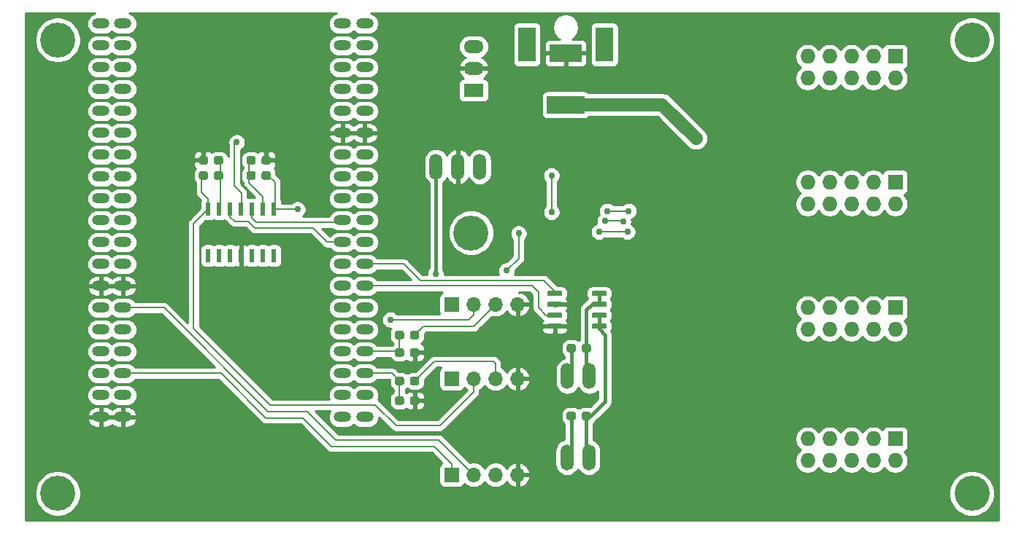
<source format=gbl>
G04 #@! TF.GenerationSoftware,KiCad,Pcbnew,(5.1.5)-3*
G04 #@! TF.CreationDate,2020-03-04T17:55:08-05:00*
G04 #@! TF.ProjectId,ufcs,75666373-2e6b-4696-9361-645f70636258,rev?*
G04 #@! TF.SameCoordinates,Original*
G04 #@! TF.FileFunction,Copper,L2,Bot*
G04 #@! TF.FilePolarity,Positive*
%FSLAX46Y46*%
G04 Gerber Fmt 4.6, Leading zero omitted, Abs format (unit mm)*
G04 Created by KiCad (PCBNEW (5.1.5)-3) date 2020-03-04 17:55:08*
%MOMM*%
%LPD*%
G04 APERTURE LIST*
%ADD10C,0.100000*%
%ADD11R,4.400000X2.000000*%
%ADD12R,3.700000X2.000000*%
%ADD13R,2.000000X4.000000*%
%ADD14R,1.700000X1.700000*%
%ADD15O,1.700000X1.700000*%
%ADD16O,2.000000X1.200000*%
%ADD17O,1.510000X3.010000*%
%ADD18C,4.064000*%
%ADD19R,1.727200X1.727200*%
%ADD20O,1.727200X1.727200*%
%ADD21R,0.600000X1.500000*%
%ADD22R,2.300000X1.500000*%
%ADD23O,2.300000X1.500000*%
%ADD24C,0.762000*%
%ADD25C,0.152400*%
%ADD26C,1.524000*%
%ADD27C,0.381000*%
%ADD28C,0.254000*%
G04 APERTURE END LIST*
G04 #@! TA.AperFunction,SMDPad,CuDef*
D10*
G36*
X151666779Y-133320644D02*
G01*
X151689834Y-133324063D01*
X151712443Y-133329727D01*
X151734387Y-133337579D01*
X151755457Y-133347544D01*
X151775448Y-133359526D01*
X151794168Y-133373410D01*
X151811438Y-133389062D01*
X151827090Y-133406332D01*
X151840974Y-133425052D01*
X151852956Y-133445043D01*
X151862921Y-133466113D01*
X151870773Y-133488057D01*
X151876437Y-133510666D01*
X151879856Y-133533721D01*
X151881000Y-133557000D01*
X151881000Y-134032000D01*
X151879856Y-134055279D01*
X151876437Y-134078334D01*
X151870773Y-134100943D01*
X151862921Y-134122887D01*
X151852956Y-134143957D01*
X151840974Y-134163948D01*
X151827090Y-134182668D01*
X151811438Y-134199938D01*
X151794168Y-134215590D01*
X151775448Y-134229474D01*
X151755457Y-134241456D01*
X151734387Y-134251421D01*
X151712443Y-134259273D01*
X151689834Y-134264937D01*
X151666779Y-134268356D01*
X151643500Y-134269500D01*
X151068500Y-134269500D01*
X151045221Y-134268356D01*
X151022166Y-134264937D01*
X150999557Y-134259273D01*
X150977613Y-134251421D01*
X150956543Y-134241456D01*
X150936552Y-134229474D01*
X150917832Y-134215590D01*
X150900562Y-134199938D01*
X150884910Y-134182668D01*
X150871026Y-134163948D01*
X150859044Y-134143957D01*
X150849079Y-134122887D01*
X150841227Y-134100943D01*
X150835563Y-134078334D01*
X150832144Y-134055279D01*
X150831000Y-134032000D01*
X150831000Y-133557000D01*
X150832144Y-133533721D01*
X150835563Y-133510666D01*
X150841227Y-133488057D01*
X150849079Y-133466113D01*
X150859044Y-133445043D01*
X150871026Y-133425052D01*
X150884910Y-133406332D01*
X150900562Y-133389062D01*
X150917832Y-133373410D01*
X150936552Y-133359526D01*
X150956543Y-133347544D01*
X150977613Y-133337579D01*
X150999557Y-133329727D01*
X151022166Y-133324063D01*
X151045221Y-133320644D01*
X151068500Y-133319500D01*
X151643500Y-133319500D01*
X151666779Y-133320644D01*
G37*
G04 #@! TD.AperFunction*
G04 #@! TA.AperFunction,SMDPad,CuDef*
G36*
X149916779Y-133320644D02*
G01*
X149939834Y-133324063D01*
X149962443Y-133329727D01*
X149984387Y-133337579D01*
X150005457Y-133347544D01*
X150025448Y-133359526D01*
X150044168Y-133373410D01*
X150061438Y-133389062D01*
X150077090Y-133406332D01*
X150090974Y-133425052D01*
X150102956Y-133445043D01*
X150112921Y-133466113D01*
X150120773Y-133488057D01*
X150126437Y-133510666D01*
X150129856Y-133533721D01*
X150131000Y-133557000D01*
X150131000Y-134032000D01*
X150129856Y-134055279D01*
X150126437Y-134078334D01*
X150120773Y-134100943D01*
X150112921Y-134122887D01*
X150102956Y-134143957D01*
X150090974Y-134163948D01*
X150077090Y-134182668D01*
X150061438Y-134199938D01*
X150044168Y-134215590D01*
X150025448Y-134229474D01*
X150005457Y-134241456D01*
X149984387Y-134251421D01*
X149962443Y-134259273D01*
X149939834Y-134264937D01*
X149916779Y-134268356D01*
X149893500Y-134269500D01*
X149318500Y-134269500D01*
X149295221Y-134268356D01*
X149272166Y-134264937D01*
X149249557Y-134259273D01*
X149227613Y-134251421D01*
X149206543Y-134241456D01*
X149186552Y-134229474D01*
X149167832Y-134215590D01*
X149150562Y-134199938D01*
X149134910Y-134182668D01*
X149121026Y-134163948D01*
X149109044Y-134143957D01*
X149099079Y-134122887D01*
X149091227Y-134100943D01*
X149085563Y-134078334D01*
X149082144Y-134055279D01*
X149081000Y-134032000D01*
X149081000Y-133557000D01*
X149082144Y-133533721D01*
X149085563Y-133510666D01*
X149091227Y-133488057D01*
X149099079Y-133466113D01*
X149109044Y-133445043D01*
X149121026Y-133425052D01*
X149134910Y-133406332D01*
X149150562Y-133389062D01*
X149167832Y-133373410D01*
X149186552Y-133359526D01*
X149206543Y-133347544D01*
X149227613Y-133337579D01*
X149249557Y-133329727D01*
X149272166Y-133324063D01*
X149295221Y-133320644D01*
X149318500Y-133319500D01*
X149893500Y-133319500D01*
X149916779Y-133320644D01*
G37*
G04 #@! TD.AperFunction*
G04 #@! TA.AperFunction,SMDPad,CuDef*
G36*
X153590703Y-123081222D02*
G01*
X153605264Y-123083382D01*
X153619543Y-123086959D01*
X153633403Y-123091918D01*
X153646710Y-123098212D01*
X153659336Y-123105780D01*
X153671159Y-123114548D01*
X153682066Y-123124434D01*
X153691952Y-123135341D01*
X153700720Y-123147164D01*
X153708288Y-123159790D01*
X153714582Y-123173097D01*
X153719541Y-123186957D01*
X153723118Y-123201236D01*
X153725278Y-123215797D01*
X153726000Y-123230500D01*
X153726000Y-123530500D01*
X153725278Y-123545203D01*
X153723118Y-123559764D01*
X153719541Y-123574043D01*
X153714582Y-123587903D01*
X153708288Y-123601210D01*
X153700720Y-123613836D01*
X153691952Y-123625659D01*
X153682066Y-123636566D01*
X153671159Y-123646452D01*
X153659336Y-123655220D01*
X153646710Y-123662788D01*
X153633403Y-123669082D01*
X153619543Y-123674041D01*
X153605264Y-123677618D01*
X153590703Y-123679778D01*
X153576000Y-123680500D01*
X152126000Y-123680500D01*
X152111297Y-123679778D01*
X152096736Y-123677618D01*
X152082457Y-123674041D01*
X152068597Y-123669082D01*
X152055290Y-123662788D01*
X152042664Y-123655220D01*
X152030841Y-123646452D01*
X152019934Y-123636566D01*
X152010048Y-123625659D01*
X152001280Y-123613836D01*
X151993712Y-123601210D01*
X151987418Y-123587903D01*
X151982459Y-123574043D01*
X151978882Y-123559764D01*
X151976722Y-123545203D01*
X151976000Y-123530500D01*
X151976000Y-123230500D01*
X151976722Y-123215797D01*
X151978882Y-123201236D01*
X151982459Y-123186957D01*
X151987418Y-123173097D01*
X151993712Y-123159790D01*
X152001280Y-123147164D01*
X152010048Y-123135341D01*
X152019934Y-123124434D01*
X152030841Y-123114548D01*
X152042664Y-123105780D01*
X152055290Y-123098212D01*
X152068597Y-123091918D01*
X152082457Y-123086959D01*
X152096736Y-123083382D01*
X152111297Y-123081222D01*
X152126000Y-123080500D01*
X153576000Y-123080500D01*
X153590703Y-123081222D01*
G37*
G04 #@! TD.AperFunction*
G04 #@! TA.AperFunction,SMDPad,CuDef*
G36*
X153590703Y-121811222D02*
G01*
X153605264Y-121813382D01*
X153619543Y-121816959D01*
X153633403Y-121821918D01*
X153646710Y-121828212D01*
X153659336Y-121835780D01*
X153671159Y-121844548D01*
X153682066Y-121854434D01*
X153691952Y-121865341D01*
X153700720Y-121877164D01*
X153708288Y-121889790D01*
X153714582Y-121903097D01*
X153719541Y-121916957D01*
X153723118Y-121931236D01*
X153725278Y-121945797D01*
X153726000Y-121960500D01*
X153726000Y-122260500D01*
X153725278Y-122275203D01*
X153723118Y-122289764D01*
X153719541Y-122304043D01*
X153714582Y-122317903D01*
X153708288Y-122331210D01*
X153700720Y-122343836D01*
X153691952Y-122355659D01*
X153682066Y-122366566D01*
X153671159Y-122376452D01*
X153659336Y-122385220D01*
X153646710Y-122392788D01*
X153633403Y-122399082D01*
X153619543Y-122404041D01*
X153605264Y-122407618D01*
X153590703Y-122409778D01*
X153576000Y-122410500D01*
X152126000Y-122410500D01*
X152111297Y-122409778D01*
X152096736Y-122407618D01*
X152082457Y-122404041D01*
X152068597Y-122399082D01*
X152055290Y-122392788D01*
X152042664Y-122385220D01*
X152030841Y-122376452D01*
X152019934Y-122366566D01*
X152010048Y-122355659D01*
X152001280Y-122343836D01*
X151993712Y-122331210D01*
X151987418Y-122317903D01*
X151982459Y-122304043D01*
X151978882Y-122289764D01*
X151976722Y-122275203D01*
X151976000Y-122260500D01*
X151976000Y-121960500D01*
X151976722Y-121945797D01*
X151978882Y-121931236D01*
X151982459Y-121916957D01*
X151987418Y-121903097D01*
X151993712Y-121889790D01*
X152001280Y-121877164D01*
X152010048Y-121865341D01*
X152019934Y-121854434D01*
X152030841Y-121844548D01*
X152042664Y-121835780D01*
X152055290Y-121828212D01*
X152068597Y-121821918D01*
X152082457Y-121816959D01*
X152096736Y-121813382D01*
X152111297Y-121811222D01*
X152126000Y-121810500D01*
X153576000Y-121810500D01*
X153590703Y-121811222D01*
G37*
G04 #@! TD.AperFunction*
G04 #@! TA.AperFunction,SMDPad,CuDef*
G36*
X153590703Y-120541222D02*
G01*
X153605264Y-120543382D01*
X153619543Y-120546959D01*
X153633403Y-120551918D01*
X153646710Y-120558212D01*
X153659336Y-120565780D01*
X153671159Y-120574548D01*
X153682066Y-120584434D01*
X153691952Y-120595341D01*
X153700720Y-120607164D01*
X153708288Y-120619790D01*
X153714582Y-120633097D01*
X153719541Y-120646957D01*
X153723118Y-120661236D01*
X153725278Y-120675797D01*
X153726000Y-120690500D01*
X153726000Y-120990500D01*
X153725278Y-121005203D01*
X153723118Y-121019764D01*
X153719541Y-121034043D01*
X153714582Y-121047903D01*
X153708288Y-121061210D01*
X153700720Y-121073836D01*
X153691952Y-121085659D01*
X153682066Y-121096566D01*
X153671159Y-121106452D01*
X153659336Y-121115220D01*
X153646710Y-121122788D01*
X153633403Y-121129082D01*
X153619543Y-121134041D01*
X153605264Y-121137618D01*
X153590703Y-121139778D01*
X153576000Y-121140500D01*
X152126000Y-121140500D01*
X152111297Y-121139778D01*
X152096736Y-121137618D01*
X152082457Y-121134041D01*
X152068597Y-121129082D01*
X152055290Y-121122788D01*
X152042664Y-121115220D01*
X152030841Y-121106452D01*
X152019934Y-121096566D01*
X152010048Y-121085659D01*
X152001280Y-121073836D01*
X151993712Y-121061210D01*
X151987418Y-121047903D01*
X151982459Y-121034043D01*
X151978882Y-121019764D01*
X151976722Y-121005203D01*
X151976000Y-120990500D01*
X151976000Y-120690500D01*
X151976722Y-120675797D01*
X151978882Y-120661236D01*
X151982459Y-120646957D01*
X151987418Y-120633097D01*
X151993712Y-120619790D01*
X152001280Y-120607164D01*
X152010048Y-120595341D01*
X152019934Y-120584434D01*
X152030841Y-120574548D01*
X152042664Y-120565780D01*
X152055290Y-120558212D01*
X152068597Y-120551918D01*
X152082457Y-120546959D01*
X152096736Y-120543382D01*
X152111297Y-120541222D01*
X152126000Y-120540500D01*
X153576000Y-120540500D01*
X153590703Y-120541222D01*
G37*
G04 #@! TD.AperFunction*
G04 #@! TA.AperFunction,SMDPad,CuDef*
G36*
X153590703Y-119271222D02*
G01*
X153605264Y-119273382D01*
X153619543Y-119276959D01*
X153633403Y-119281918D01*
X153646710Y-119288212D01*
X153659336Y-119295780D01*
X153671159Y-119304548D01*
X153682066Y-119314434D01*
X153691952Y-119325341D01*
X153700720Y-119337164D01*
X153708288Y-119349790D01*
X153714582Y-119363097D01*
X153719541Y-119376957D01*
X153723118Y-119391236D01*
X153725278Y-119405797D01*
X153726000Y-119420500D01*
X153726000Y-119720500D01*
X153725278Y-119735203D01*
X153723118Y-119749764D01*
X153719541Y-119764043D01*
X153714582Y-119777903D01*
X153708288Y-119791210D01*
X153700720Y-119803836D01*
X153691952Y-119815659D01*
X153682066Y-119826566D01*
X153671159Y-119836452D01*
X153659336Y-119845220D01*
X153646710Y-119852788D01*
X153633403Y-119859082D01*
X153619543Y-119864041D01*
X153605264Y-119867618D01*
X153590703Y-119869778D01*
X153576000Y-119870500D01*
X152126000Y-119870500D01*
X152111297Y-119869778D01*
X152096736Y-119867618D01*
X152082457Y-119864041D01*
X152068597Y-119859082D01*
X152055290Y-119852788D01*
X152042664Y-119845220D01*
X152030841Y-119836452D01*
X152019934Y-119826566D01*
X152010048Y-119815659D01*
X152001280Y-119803836D01*
X151993712Y-119791210D01*
X151987418Y-119777903D01*
X151982459Y-119764043D01*
X151978882Y-119749764D01*
X151976722Y-119735203D01*
X151976000Y-119720500D01*
X151976000Y-119420500D01*
X151976722Y-119405797D01*
X151978882Y-119391236D01*
X151982459Y-119376957D01*
X151987418Y-119363097D01*
X151993712Y-119349790D01*
X152001280Y-119337164D01*
X152010048Y-119325341D01*
X152019934Y-119314434D01*
X152030841Y-119304548D01*
X152042664Y-119295780D01*
X152055290Y-119288212D01*
X152068597Y-119281918D01*
X152082457Y-119276959D01*
X152096736Y-119273382D01*
X152111297Y-119271222D01*
X152126000Y-119270500D01*
X153576000Y-119270500D01*
X153590703Y-119271222D01*
G37*
G04 #@! TD.AperFunction*
G04 #@! TA.AperFunction,SMDPad,CuDef*
G36*
X148440703Y-119271222D02*
G01*
X148455264Y-119273382D01*
X148469543Y-119276959D01*
X148483403Y-119281918D01*
X148496710Y-119288212D01*
X148509336Y-119295780D01*
X148521159Y-119304548D01*
X148532066Y-119314434D01*
X148541952Y-119325341D01*
X148550720Y-119337164D01*
X148558288Y-119349790D01*
X148564582Y-119363097D01*
X148569541Y-119376957D01*
X148573118Y-119391236D01*
X148575278Y-119405797D01*
X148576000Y-119420500D01*
X148576000Y-119720500D01*
X148575278Y-119735203D01*
X148573118Y-119749764D01*
X148569541Y-119764043D01*
X148564582Y-119777903D01*
X148558288Y-119791210D01*
X148550720Y-119803836D01*
X148541952Y-119815659D01*
X148532066Y-119826566D01*
X148521159Y-119836452D01*
X148509336Y-119845220D01*
X148496710Y-119852788D01*
X148483403Y-119859082D01*
X148469543Y-119864041D01*
X148455264Y-119867618D01*
X148440703Y-119869778D01*
X148426000Y-119870500D01*
X146976000Y-119870500D01*
X146961297Y-119869778D01*
X146946736Y-119867618D01*
X146932457Y-119864041D01*
X146918597Y-119859082D01*
X146905290Y-119852788D01*
X146892664Y-119845220D01*
X146880841Y-119836452D01*
X146869934Y-119826566D01*
X146860048Y-119815659D01*
X146851280Y-119803836D01*
X146843712Y-119791210D01*
X146837418Y-119777903D01*
X146832459Y-119764043D01*
X146828882Y-119749764D01*
X146826722Y-119735203D01*
X146826000Y-119720500D01*
X146826000Y-119420500D01*
X146826722Y-119405797D01*
X146828882Y-119391236D01*
X146832459Y-119376957D01*
X146837418Y-119363097D01*
X146843712Y-119349790D01*
X146851280Y-119337164D01*
X146860048Y-119325341D01*
X146869934Y-119314434D01*
X146880841Y-119304548D01*
X146892664Y-119295780D01*
X146905290Y-119288212D01*
X146918597Y-119281918D01*
X146932457Y-119276959D01*
X146946736Y-119273382D01*
X146961297Y-119271222D01*
X146976000Y-119270500D01*
X148426000Y-119270500D01*
X148440703Y-119271222D01*
G37*
G04 #@! TD.AperFunction*
G04 #@! TA.AperFunction,SMDPad,CuDef*
G36*
X148440703Y-120541222D02*
G01*
X148455264Y-120543382D01*
X148469543Y-120546959D01*
X148483403Y-120551918D01*
X148496710Y-120558212D01*
X148509336Y-120565780D01*
X148521159Y-120574548D01*
X148532066Y-120584434D01*
X148541952Y-120595341D01*
X148550720Y-120607164D01*
X148558288Y-120619790D01*
X148564582Y-120633097D01*
X148569541Y-120646957D01*
X148573118Y-120661236D01*
X148575278Y-120675797D01*
X148576000Y-120690500D01*
X148576000Y-120990500D01*
X148575278Y-121005203D01*
X148573118Y-121019764D01*
X148569541Y-121034043D01*
X148564582Y-121047903D01*
X148558288Y-121061210D01*
X148550720Y-121073836D01*
X148541952Y-121085659D01*
X148532066Y-121096566D01*
X148521159Y-121106452D01*
X148509336Y-121115220D01*
X148496710Y-121122788D01*
X148483403Y-121129082D01*
X148469543Y-121134041D01*
X148455264Y-121137618D01*
X148440703Y-121139778D01*
X148426000Y-121140500D01*
X146976000Y-121140500D01*
X146961297Y-121139778D01*
X146946736Y-121137618D01*
X146932457Y-121134041D01*
X146918597Y-121129082D01*
X146905290Y-121122788D01*
X146892664Y-121115220D01*
X146880841Y-121106452D01*
X146869934Y-121096566D01*
X146860048Y-121085659D01*
X146851280Y-121073836D01*
X146843712Y-121061210D01*
X146837418Y-121047903D01*
X146832459Y-121034043D01*
X146828882Y-121019764D01*
X146826722Y-121005203D01*
X146826000Y-120990500D01*
X146826000Y-120690500D01*
X146826722Y-120675797D01*
X146828882Y-120661236D01*
X146832459Y-120646957D01*
X146837418Y-120633097D01*
X146843712Y-120619790D01*
X146851280Y-120607164D01*
X146860048Y-120595341D01*
X146869934Y-120584434D01*
X146880841Y-120574548D01*
X146892664Y-120565780D01*
X146905290Y-120558212D01*
X146918597Y-120551918D01*
X146932457Y-120546959D01*
X146946736Y-120543382D01*
X146961297Y-120541222D01*
X146976000Y-120540500D01*
X148426000Y-120540500D01*
X148440703Y-120541222D01*
G37*
G04 #@! TD.AperFunction*
G04 #@! TA.AperFunction,SMDPad,CuDef*
G36*
X148440703Y-121811222D02*
G01*
X148455264Y-121813382D01*
X148469543Y-121816959D01*
X148483403Y-121821918D01*
X148496710Y-121828212D01*
X148509336Y-121835780D01*
X148521159Y-121844548D01*
X148532066Y-121854434D01*
X148541952Y-121865341D01*
X148550720Y-121877164D01*
X148558288Y-121889790D01*
X148564582Y-121903097D01*
X148569541Y-121916957D01*
X148573118Y-121931236D01*
X148575278Y-121945797D01*
X148576000Y-121960500D01*
X148576000Y-122260500D01*
X148575278Y-122275203D01*
X148573118Y-122289764D01*
X148569541Y-122304043D01*
X148564582Y-122317903D01*
X148558288Y-122331210D01*
X148550720Y-122343836D01*
X148541952Y-122355659D01*
X148532066Y-122366566D01*
X148521159Y-122376452D01*
X148509336Y-122385220D01*
X148496710Y-122392788D01*
X148483403Y-122399082D01*
X148469543Y-122404041D01*
X148455264Y-122407618D01*
X148440703Y-122409778D01*
X148426000Y-122410500D01*
X146976000Y-122410500D01*
X146961297Y-122409778D01*
X146946736Y-122407618D01*
X146932457Y-122404041D01*
X146918597Y-122399082D01*
X146905290Y-122392788D01*
X146892664Y-122385220D01*
X146880841Y-122376452D01*
X146869934Y-122366566D01*
X146860048Y-122355659D01*
X146851280Y-122343836D01*
X146843712Y-122331210D01*
X146837418Y-122317903D01*
X146832459Y-122304043D01*
X146828882Y-122289764D01*
X146826722Y-122275203D01*
X146826000Y-122260500D01*
X146826000Y-121960500D01*
X146826722Y-121945797D01*
X146828882Y-121931236D01*
X146832459Y-121916957D01*
X146837418Y-121903097D01*
X146843712Y-121889790D01*
X146851280Y-121877164D01*
X146860048Y-121865341D01*
X146869934Y-121854434D01*
X146880841Y-121844548D01*
X146892664Y-121835780D01*
X146905290Y-121828212D01*
X146918597Y-121821918D01*
X146932457Y-121816959D01*
X146946736Y-121813382D01*
X146961297Y-121811222D01*
X146976000Y-121810500D01*
X148426000Y-121810500D01*
X148440703Y-121811222D01*
G37*
G04 #@! TD.AperFunction*
G04 #@! TA.AperFunction,SMDPad,CuDef*
G36*
X148440703Y-123081222D02*
G01*
X148455264Y-123083382D01*
X148469543Y-123086959D01*
X148483403Y-123091918D01*
X148496710Y-123098212D01*
X148509336Y-123105780D01*
X148521159Y-123114548D01*
X148532066Y-123124434D01*
X148541952Y-123135341D01*
X148550720Y-123147164D01*
X148558288Y-123159790D01*
X148564582Y-123173097D01*
X148569541Y-123186957D01*
X148573118Y-123201236D01*
X148575278Y-123215797D01*
X148576000Y-123230500D01*
X148576000Y-123530500D01*
X148575278Y-123545203D01*
X148573118Y-123559764D01*
X148569541Y-123574043D01*
X148564582Y-123587903D01*
X148558288Y-123601210D01*
X148550720Y-123613836D01*
X148541952Y-123625659D01*
X148532066Y-123636566D01*
X148521159Y-123646452D01*
X148509336Y-123655220D01*
X148496710Y-123662788D01*
X148483403Y-123669082D01*
X148469543Y-123674041D01*
X148455264Y-123677618D01*
X148440703Y-123679778D01*
X148426000Y-123680500D01*
X146976000Y-123680500D01*
X146961297Y-123679778D01*
X146946736Y-123677618D01*
X146932457Y-123674041D01*
X146918597Y-123669082D01*
X146905290Y-123662788D01*
X146892664Y-123655220D01*
X146880841Y-123646452D01*
X146869934Y-123636566D01*
X146860048Y-123625659D01*
X146851280Y-123613836D01*
X146843712Y-123601210D01*
X146837418Y-123587903D01*
X146832459Y-123574043D01*
X146828882Y-123559764D01*
X146826722Y-123545203D01*
X146826000Y-123530500D01*
X146826000Y-123230500D01*
X146826722Y-123215797D01*
X146828882Y-123201236D01*
X146832459Y-123186957D01*
X146837418Y-123173097D01*
X146843712Y-123159790D01*
X146851280Y-123147164D01*
X146860048Y-123135341D01*
X146869934Y-123124434D01*
X146880841Y-123114548D01*
X146892664Y-123105780D01*
X146905290Y-123098212D01*
X146918597Y-123091918D01*
X146932457Y-123086959D01*
X146946736Y-123083382D01*
X146961297Y-123081222D01*
X146976000Y-123080500D01*
X148426000Y-123080500D01*
X148440703Y-123081222D01*
G37*
G04 #@! TD.AperFunction*
G04 #@! TA.AperFunction,SMDPad,CuDef*
G36*
X151680779Y-125446644D02*
G01*
X151703834Y-125450063D01*
X151726443Y-125455727D01*
X151748387Y-125463579D01*
X151769457Y-125473544D01*
X151789448Y-125485526D01*
X151808168Y-125499410D01*
X151825438Y-125515062D01*
X151841090Y-125532332D01*
X151854974Y-125551052D01*
X151866956Y-125571043D01*
X151876921Y-125592113D01*
X151884773Y-125614057D01*
X151890437Y-125636666D01*
X151893856Y-125659721D01*
X151895000Y-125683000D01*
X151895000Y-126158000D01*
X151893856Y-126181279D01*
X151890437Y-126204334D01*
X151884773Y-126226943D01*
X151876921Y-126248887D01*
X151866956Y-126269957D01*
X151854974Y-126289948D01*
X151841090Y-126308668D01*
X151825438Y-126325938D01*
X151808168Y-126341590D01*
X151789448Y-126355474D01*
X151769457Y-126367456D01*
X151748387Y-126377421D01*
X151726443Y-126385273D01*
X151703834Y-126390937D01*
X151680779Y-126394356D01*
X151657500Y-126395500D01*
X151082500Y-126395500D01*
X151059221Y-126394356D01*
X151036166Y-126390937D01*
X151013557Y-126385273D01*
X150991613Y-126377421D01*
X150970543Y-126367456D01*
X150950552Y-126355474D01*
X150931832Y-126341590D01*
X150914562Y-126325938D01*
X150898910Y-126308668D01*
X150885026Y-126289948D01*
X150873044Y-126269957D01*
X150863079Y-126248887D01*
X150855227Y-126226943D01*
X150849563Y-126204334D01*
X150846144Y-126181279D01*
X150845000Y-126158000D01*
X150845000Y-125683000D01*
X150846144Y-125659721D01*
X150849563Y-125636666D01*
X150855227Y-125614057D01*
X150863079Y-125592113D01*
X150873044Y-125571043D01*
X150885026Y-125551052D01*
X150898910Y-125532332D01*
X150914562Y-125515062D01*
X150931832Y-125499410D01*
X150950552Y-125485526D01*
X150970543Y-125473544D01*
X150991613Y-125463579D01*
X151013557Y-125455727D01*
X151036166Y-125450063D01*
X151059221Y-125446644D01*
X151082500Y-125445500D01*
X151657500Y-125445500D01*
X151680779Y-125446644D01*
G37*
G04 #@! TD.AperFunction*
G04 #@! TA.AperFunction,SMDPad,CuDef*
G36*
X149930779Y-125446644D02*
G01*
X149953834Y-125450063D01*
X149976443Y-125455727D01*
X149998387Y-125463579D01*
X150019457Y-125473544D01*
X150039448Y-125485526D01*
X150058168Y-125499410D01*
X150075438Y-125515062D01*
X150091090Y-125532332D01*
X150104974Y-125551052D01*
X150116956Y-125571043D01*
X150126921Y-125592113D01*
X150134773Y-125614057D01*
X150140437Y-125636666D01*
X150143856Y-125659721D01*
X150145000Y-125683000D01*
X150145000Y-126158000D01*
X150143856Y-126181279D01*
X150140437Y-126204334D01*
X150134773Y-126226943D01*
X150126921Y-126248887D01*
X150116956Y-126269957D01*
X150104974Y-126289948D01*
X150091090Y-126308668D01*
X150075438Y-126325938D01*
X150058168Y-126341590D01*
X150039448Y-126355474D01*
X150019457Y-126367456D01*
X149998387Y-126377421D01*
X149976443Y-126385273D01*
X149953834Y-126390937D01*
X149930779Y-126394356D01*
X149907500Y-126395500D01*
X149332500Y-126395500D01*
X149309221Y-126394356D01*
X149286166Y-126390937D01*
X149263557Y-126385273D01*
X149241613Y-126377421D01*
X149220543Y-126367456D01*
X149200552Y-126355474D01*
X149181832Y-126341590D01*
X149164562Y-126325938D01*
X149148910Y-126308668D01*
X149135026Y-126289948D01*
X149123044Y-126269957D01*
X149113079Y-126248887D01*
X149105227Y-126226943D01*
X149099563Y-126204334D01*
X149096144Y-126181279D01*
X149095000Y-126158000D01*
X149095000Y-125683000D01*
X149096144Y-125659721D01*
X149099563Y-125636666D01*
X149105227Y-125614057D01*
X149113079Y-125592113D01*
X149123044Y-125571043D01*
X149135026Y-125551052D01*
X149148910Y-125532332D01*
X149164562Y-125515062D01*
X149181832Y-125499410D01*
X149200552Y-125485526D01*
X149220543Y-125473544D01*
X149241613Y-125463579D01*
X149263557Y-125455727D01*
X149286166Y-125450063D01*
X149309221Y-125446644D01*
X149332500Y-125445500D01*
X149907500Y-125445500D01*
X149930779Y-125446644D01*
G37*
G04 #@! TD.AperFunction*
D11*
X148971000Y-97630500D03*
D12*
X148971000Y-91630500D03*
D13*
X153471000Y-90630500D03*
X144471000Y-90630500D03*
D14*
X135763000Y-140652500D03*
D15*
X138303000Y-140652500D03*
X140843000Y-140652500D03*
X143383000Y-140652500D03*
X143383000Y-120840500D03*
X140843000Y-120840500D03*
X138303000Y-120840500D03*
D14*
X135763000Y-120840500D03*
D16*
X123063000Y-88201500D03*
X97613000Y-88201500D03*
X123063000Y-90741500D03*
X97613000Y-90741500D03*
X123063000Y-93281500D03*
X97613000Y-93281500D03*
X123063000Y-95821500D03*
X97613000Y-95821500D03*
X123063000Y-98361500D03*
X97613000Y-98361500D03*
X123063000Y-100901500D03*
X97613000Y-100901500D03*
X123063000Y-103441500D03*
X97613000Y-103441500D03*
X123063000Y-105981500D03*
X97613000Y-105981500D03*
X123063000Y-108521500D03*
X97613000Y-108521500D03*
X123063000Y-111061500D03*
X97613000Y-111061500D03*
X123063000Y-113601500D03*
X97613000Y-113601500D03*
X123063000Y-116141500D03*
X97613000Y-116141500D03*
X123063000Y-118681500D03*
X97613000Y-118681500D03*
X123063000Y-121221500D03*
X97613000Y-121221500D03*
X123063000Y-123761500D03*
X97613000Y-123761500D03*
X123063000Y-126301500D03*
X97613000Y-126301500D03*
X123063000Y-128841500D03*
X97613000Y-128841500D03*
X123063000Y-131381500D03*
X97613000Y-131381500D03*
X123063000Y-133921500D03*
X97613000Y-133921500D03*
X95073000Y-133921500D03*
X95073000Y-131381500D03*
X95073000Y-128841500D03*
X95073000Y-126301500D03*
X95073000Y-123761500D03*
X95073000Y-121221500D03*
X95073000Y-118681500D03*
X95073000Y-116141500D03*
X95073000Y-113601500D03*
X95073000Y-111061500D03*
X95073000Y-108521500D03*
X95073000Y-105981500D03*
X95073000Y-103441500D03*
X95073000Y-100901500D03*
X95073000Y-98361500D03*
X95073000Y-95821500D03*
X95073000Y-93281500D03*
X95073000Y-90741500D03*
X95073000Y-88201500D03*
X125653000Y-133921500D03*
X125653000Y-131381500D03*
X125653000Y-128841500D03*
X125653000Y-126301500D03*
X125653000Y-123761500D03*
X125653000Y-121221500D03*
X125653000Y-118681500D03*
X125653000Y-116141500D03*
X125653000Y-113601500D03*
X125653000Y-111061500D03*
X125653000Y-108521500D03*
X125653000Y-105981500D03*
X125653000Y-103441500D03*
X125653000Y-100901500D03*
X125653000Y-98361500D03*
X125653000Y-95821500D03*
X125653000Y-93281500D03*
X125653000Y-90741500D03*
X125653000Y-88201500D03*
D17*
X139001500Y-104838500D03*
X136461500Y-104838500D03*
X133921500Y-104838500D03*
D18*
X196088000Y-90106500D03*
X90043000Y-90106500D03*
X90043000Y-142811500D03*
X196088000Y-142811500D03*
X137998200Y-112509300D03*
D19*
X187198000Y-136461500D03*
D20*
X187198000Y-139001500D03*
X184658000Y-136461500D03*
X184658000Y-139001500D03*
X182118000Y-136461500D03*
X182118000Y-139001500D03*
X179578000Y-136461500D03*
X179578000Y-139001500D03*
X177038000Y-136461500D03*
X177038000Y-139001500D03*
D19*
X187198000Y-121221500D03*
D20*
X187198000Y-123761500D03*
X184658000Y-121221500D03*
X184658000Y-123761500D03*
X182118000Y-121221500D03*
X182118000Y-123761500D03*
X179578000Y-121221500D03*
X179578000Y-123761500D03*
X177038000Y-121221500D03*
X177038000Y-123761500D03*
D19*
X187198000Y-106616500D03*
D20*
X187198000Y-109156500D03*
X184658000Y-106616500D03*
X184658000Y-109156500D03*
X182118000Y-106616500D03*
X182118000Y-109156500D03*
X179578000Y-106616500D03*
X179578000Y-109156500D03*
X177038000Y-106616500D03*
X177038000Y-109156500D03*
D19*
X187198000Y-92011500D03*
D20*
X187198000Y-94551500D03*
X184658000Y-92011500D03*
X184658000Y-94551500D03*
X182118000Y-92011500D03*
X182118000Y-94551500D03*
X179578000Y-92011500D03*
X179578000Y-94551500D03*
X177038000Y-92011500D03*
X177038000Y-94551500D03*
D17*
X149123400Y-138620500D03*
X151663400Y-138620500D03*
X149174200Y-129171700D03*
X151714200Y-129171700D03*
D14*
X135763000Y-129476500D03*
D15*
X138303000Y-129476500D03*
X140843000Y-129476500D03*
X143383000Y-129476500D03*
G04 #@! TA.AperFunction,SMDPad,CuDef*
D10*
G36*
X109008779Y-103602644D02*
G01*
X109031834Y-103606063D01*
X109054443Y-103611727D01*
X109076387Y-103619579D01*
X109097457Y-103629544D01*
X109117448Y-103641526D01*
X109136168Y-103655410D01*
X109153438Y-103671062D01*
X109169090Y-103688332D01*
X109182974Y-103707052D01*
X109194956Y-103727043D01*
X109204921Y-103748113D01*
X109212773Y-103770057D01*
X109218437Y-103792666D01*
X109221856Y-103815721D01*
X109223000Y-103839000D01*
X109223000Y-104314000D01*
X109221856Y-104337279D01*
X109218437Y-104360334D01*
X109212773Y-104382943D01*
X109204921Y-104404887D01*
X109194956Y-104425957D01*
X109182974Y-104445948D01*
X109169090Y-104464668D01*
X109153438Y-104481938D01*
X109136168Y-104497590D01*
X109117448Y-104511474D01*
X109097457Y-104523456D01*
X109076387Y-104533421D01*
X109054443Y-104541273D01*
X109031834Y-104546937D01*
X109008779Y-104550356D01*
X108985500Y-104551500D01*
X108410500Y-104551500D01*
X108387221Y-104550356D01*
X108364166Y-104546937D01*
X108341557Y-104541273D01*
X108319613Y-104533421D01*
X108298543Y-104523456D01*
X108278552Y-104511474D01*
X108259832Y-104497590D01*
X108242562Y-104481938D01*
X108226910Y-104464668D01*
X108213026Y-104445948D01*
X108201044Y-104425957D01*
X108191079Y-104404887D01*
X108183227Y-104382943D01*
X108177563Y-104360334D01*
X108174144Y-104337279D01*
X108173000Y-104314000D01*
X108173000Y-103839000D01*
X108174144Y-103815721D01*
X108177563Y-103792666D01*
X108183227Y-103770057D01*
X108191079Y-103748113D01*
X108201044Y-103727043D01*
X108213026Y-103707052D01*
X108226910Y-103688332D01*
X108242562Y-103671062D01*
X108259832Y-103655410D01*
X108278552Y-103641526D01*
X108298543Y-103629544D01*
X108319613Y-103619579D01*
X108341557Y-103611727D01*
X108364166Y-103606063D01*
X108387221Y-103602644D01*
X108410500Y-103601500D01*
X108985500Y-103601500D01*
X109008779Y-103602644D01*
G37*
G04 #@! TD.AperFunction*
G04 #@! TA.AperFunction,SMDPad,CuDef*
G36*
X107258779Y-103602644D02*
G01*
X107281834Y-103606063D01*
X107304443Y-103611727D01*
X107326387Y-103619579D01*
X107347457Y-103629544D01*
X107367448Y-103641526D01*
X107386168Y-103655410D01*
X107403438Y-103671062D01*
X107419090Y-103688332D01*
X107432974Y-103707052D01*
X107444956Y-103727043D01*
X107454921Y-103748113D01*
X107462773Y-103770057D01*
X107468437Y-103792666D01*
X107471856Y-103815721D01*
X107473000Y-103839000D01*
X107473000Y-104314000D01*
X107471856Y-104337279D01*
X107468437Y-104360334D01*
X107462773Y-104382943D01*
X107454921Y-104404887D01*
X107444956Y-104425957D01*
X107432974Y-104445948D01*
X107419090Y-104464668D01*
X107403438Y-104481938D01*
X107386168Y-104497590D01*
X107367448Y-104511474D01*
X107347457Y-104523456D01*
X107326387Y-104533421D01*
X107304443Y-104541273D01*
X107281834Y-104546937D01*
X107258779Y-104550356D01*
X107235500Y-104551500D01*
X106660500Y-104551500D01*
X106637221Y-104550356D01*
X106614166Y-104546937D01*
X106591557Y-104541273D01*
X106569613Y-104533421D01*
X106548543Y-104523456D01*
X106528552Y-104511474D01*
X106509832Y-104497590D01*
X106492562Y-104481938D01*
X106476910Y-104464668D01*
X106463026Y-104445948D01*
X106451044Y-104425957D01*
X106441079Y-104404887D01*
X106433227Y-104382943D01*
X106427563Y-104360334D01*
X106424144Y-104337279D01*
X106423000Y-104314000D01*
X106423000Y-103839000D01*
X106424144Y-103815721D01*
X106427563Y-103792666D01*
X106433227Y-103770057D01*
X106441079Y-103748113D01*
X106451044Y-103727043D01*
X106463026Y-103707052D01*
X106476910Y-103688332D01*
X106492562Y-103671062D01*
X106509832Y-103655410D01*
X106528552Y-103641526D01*
X106548543Y-103629544D01*
X106569613Y-103619579D01*
X106591557Y-103611727D01*
X106614166Y-103606063D01*
X106637221Y-103602644D01*
X106660500Y-103601500D01*
X107235500Y-103601500D01*
X107258779Y-103602644D01*
G37*
G04 #@! TD.AperFunction*
G04 #@! TA.AperFunction,SMDPad,CuDef*
G36*
X112783279Y-103602644D02*
G01*
X112806334Y-103606063D01*
X112828943Y-103611727D01*
X112850887Y-103619579D01*
X112871957Y-103629544D01*
X112891948Y-103641526D01*
X112910668Y-103655410D01*
X112927938Y-103671062D01*
X112943590Y-103688332D01*
X112957474Y-103707052D01*
X112969456Y-103727043D01*
X112979421Y-103748113D01*
X112987273Y-103770057D01*
X112992937Y-103792666D01*
X112996356Y-103815721D01*
X112997500Y-103839000D01*
X112997500Y-104314000D01*
X112996356Y-104337279D01*
X112992937Y-104360334D01*
X112987273Y-104382943D01*
X112979421Y-104404887D01*
X112969456Y-104425957D01*
X112957474Y-104445948D01*
X112943590Y-104464668D01*
X112927938Y-104481938D01*
X112910668Y-104497590D01*
X112891948Y-104511474D01*
X112871957Y-104523456D01*
X112850887Y-104533421D01*
X112828943Y-104541273D01*
X112806334Y-104546937D01*
X112783279Y-104550356D01*
X112760000Y-104551500D01*
X112185000Y-104551500D01*
X112161721Y-104550356D01*
X112138666Y-104546937D01*
X112116057Y-104541273D01*
X112094113Y-104533421D01*
X112073043Y-104523456D01*
X112053052Y-104511474D01*
X112034332Y-104497590D01*
X112017062Y-104481938D01*
X112001410Y-104464668D01*
X111987526Y-104445948D01*
X111975544Y-104425957D01*
X111965579Y-104404887D01*
X111957727Y-104382943D01*
X111952063Y-104360334D01*
X111948644Y-104337279D01*
X111947500Y-104314000D01*
X111947500Y-103839000D01*
X111948644Y-103815721D01*
X111952063Y-103792666D01*
X111957727Y-103770057D01*
X111965579Y-103748113D01*
X111975544Y-103727043D01*
X111987526Y-103707052D01*
X112001410Y-103688332D01*
X112017062Y-103671062D01*
X112034332Y-103655410D01*
X112053052Y-103641526D01*
X112073043Y-103629544D01*
X112094113Y-103619579D01*
X112116057Y-103611727D01*
X112138666Y-103606063D01*
X112161721Y-103602644D01*
X112185000Y-103601500D01*
X112760000Y-103601500D01*
X112783279Y-103602644D01*
G37*
G04 #@! TD.AperFunction*
G04 #@! TA.AperFunction,SMDPad,CuDef*
G36*
X114533279Y-103602644D02*
G01*
X114556334Y-103606063D01*
X114578943Y-103611727D01*
X114600887Y-103619579D01*
X114621957Y-103629544D01*
X114641948Y-103641526D01*
X114660668Y-103655410D01*
X114677938Y-103671062D01*
X114693590Y-103688332D01*
X114707474Y-103707052D01*
X114719456Y-103727043D01*
X114729421Y-103748113D01*
X114737273Y-103770057D01*
X114742937Y-103792666D01*
X114746356Y-103815721D01*
X114747500Y-103839000D01*
X114747500Y-104314000D01*
X114746356Y-104337279D01*
X114742937Y-104360334D01*
X114737273Y-104382943D01*
X114729421Y-104404887D01*
X114719456Y-104425957D01*
X114707474Y-104445948D01*
X114693590Y-104464668D01*
X114677938Y-104481938D01*
X114660668Y-104497590D01*
X114641948Y-104511474D01*
X114621957Y-104523456D01*
X114600887Y-104533421D01*
X114578943Y-104541273D01*
X114556334Y-104546937D01*
X114533279Y-104550356D01*
X114510000Y-104551500D01*
X113935000Y-104551500D01*
X113911721Y-104550356D01*
X113888666Y-104546937D01*
X113866057Y-104541273D01*
X113844113Y-104533421D01*
X113823043Y-104523456D01*
X113803052Y-104511474D01*
X113784332Y-104497590D01*
X113767062Y-104481938D01*
X113751410Y-104464668D01*
X113737526Y-104445948D01*
X113725544Y-104425957D01*
X113715579Y-104404887D01*
X113707727Y-104382943D01*
X113702063Y-104360334D01*
X113698644Y-104337279D01*
X113697500Y-104314000D01*
X113697500Y-103839000D01*
X113698644Y-103815721D01*
X113702063Y-103792666D01*
X113707727Y-103770057D01*
X113715579Y-103748113D01*
X113725544Y-103727043D01*
X113737526Y-103707052D01*
X113751410Y-103688332D01*
X113767062Y-103671062D01*
X113784332Y-103655410D01*
X113803052Y-103641526D01*
X113823043Y-103629544D01*
X113844113Y-103619579D01*
X113866057Y-103611727D01*
X113888666Y-103606063D01*
X113911721Y-103602644D01*
X113935000Y-103601500D01*
X114510000Y-103601500D01*
X114533279Y-103602644D01*
G37*
G04 #@! TD.AperFunction*
G04 #@! TA.AperFunction,SMDPad,CuDef*
G36*
X109008779Y-105380644D02*
G01*
X109031834Y-105384063D01*
X109054443Y-105389727D01*
X109076387Y-105397579D01*
X109097457Y-105407544D01*
X109117448Y-105419526D01*
X109136168Y-105433410D01*
X109153438Y-105449062D01*
X109169090Y-105466332D01*
X109182974Y-105485052D01*
X109194956Y-105505043D01*
X109204921Y-105526113D01*
X109212773Y-105548057D01*
X109218437Y-105570666D01*
X109221856Y-105593721D01*
X109223000Y-105617000D01*
X109223000Y-106092000D01*
X109221856Y-106115279D01*
X109218437Y-106138334D01*
X109212773Y-106160943D01*
X109204921Y-106182887D01*
X109194956Y-106203957D01*
X109182974Y-106223948D01*
X109169090Y-106242668D01*
X109153438Y-106259938D01*
X109136168Y-106275590D01*
X109117448Y-106289474D01*
X109097457Y-106301456D01*
X109076387Y-106311421D01*
X109054443Y-106319273D01*
X109031834Y-106324937D01*
X109008779Y-106328356D01*
X108985500Y-106329500D01*
X108410500Y-106329500D01*
X108387221Y-106328356D01*
X108364166Y-106324937D01*
X108341557Y-106319273D01*
X108319613Y-106311421D01*
X108298543Y-106301456D01*
X108278552Y-106289474D01*
X108259832Y-106275590D01*
X108242562Y-106259938D01*
X108226910Y-106242668D01*
X108213026Y-106223948D01*
X108201044Y-106203957D01*
X108191079Y-106182887D01*
X108183227Y-106160943D01*
X108177563Y-106138334D01*
X108174144Y-106115279D01*
X108173000Y-106092000D01*
X108173000Y-105617000D01*
X108174144Y-105593721D01*
X108177563Y-105570666D01*
X108183227Y-105548057D01*
X108191079Y-105526113D01*
X108201044Y-105505043D01*
X108213026Y-105485052D01*
X108226910Y-105466332D01*
X108242562Y-105449062D01*
X108259832Y-105433410D01*
X108278552Y-105419526D01*
X108298543Y-105407544D01*
X108319613Y-105397579D01*
X108341557Y-105389727D01*
X108364166Y-105384063D01*
X108387221Y-105380644D01*
X108410500Y-105379500D01*
X108985500Y-105379500D01*
X109008779Y-105380644D01*
G37*
G04 #@! TD.AperFunction*
G04 #@! TA.AperFunction,SMDPad,CuDef*
G36*
X107258779Y-105380644D02*
G01*
X107281834Y-105384063D01*
X107304443Y-105389727D01*
X107326387Y-105397579D01*
X107347457Y-105407544D01*
X107367448Y-105419526D01*
X107386168Y-105433410D01*
X107403438Y-105449062D01*
X107419090Y-105466332D01*
X107432974Y-105485052D01*
X107444956Y-105505043D01*
X107454921Y-105526113D01*
X107462773Y-105548057D01*
X107468437Y-105570666D01*
X107471856Y-105593721D01*
X107473000Y-105617000D01*
X107473000Y-106092000D01*
X107471856Y-106115279D01*
X107468437Y-106138334D01*
X107462773Y-106160943D01*
X107454921Y-106182887D01*
X107444956Y-106203957D01*
X107432974Y-106223948D01*
X107419090Y-106242668D01*
X107403438Y-106259938D01*
X107386168Y-106275590D01*
X107367448Y-106289474D01*
X107347457Y-106301456D01*
X107326387Y-106311421D01*
X107304443Y-106319273D01*
X107281834Y-106324937D01*
X107258779Y-106328356D01*
X107235500Y-106329500D01*
X106660500Y-106329500D01*
X106637221Y-106328356D01*
X106614166Y-106324937D01*
X106591557Y-106319273D01*
X106569613Y-106311421D01*
X106548543Y-106301456D01*
X106528552Y-106289474D01*
X106509832Y-106275590D01*
X106492562Y-106259938D01*
X106476910Y-106242668D01*
X106463026Y-106223948D01*
X106451044Y-106203957D01*
X106441079Y-106182887D01*
X106433227Y-106160943D01*
X106427563Y-106138334D01*
X106424144Y-106115279D01*
X106423000Y-106092000D01*
X106423000Y-105617000D01*
X106424144Y-105593721D01*
X106427563Y-105570666D01*
X106433227Y-105548057D01*
X106441079Y-105526113D01*
X106451044Y-105505043D01*
X106463026Y-105485052D01*
X106476910Y-105466332D01*
X106492562Y-105449062D01*
X106509832Y-105433410D01*
X106528552Y-105419526D01*
X106548543Y-105407544D01*
X106569613Y-105397579D01*
X106591557Y-105389727D01*
X106614166Y-105384063D01*
X106637221Y-105380644D01*
X106660500Y-105379500D01*
X107235500Y-105379500D01*
X107258779Y-105380644D01*
G37*
G04 #@! TD.AperFunction*
G04 #@! TA.AperFunction,SMDPad,CuDef*
G36*
X114533279Y-105380644D02*
G01*
X114556334Y-105384063D01*
X114578943Y-105389727D01*
X114600887Y-105397579D01*
X114621957Y-105407544D01*
X114641948Y-105419526D01*
X114660668Y-105433410D01*
X114677938Y-105449062D01*
X114693590Y-105466332D01*
X114707474Y-105485052D01*
X114719456Y-105505043D01*
X114729421Y-105526113D01*
X114737273Y-105548057D01*
X114742937Y-105570666D01*
X114746356Y-105593721D01*
X114747500Y-105617000D01*
X114747500Y-106092000D01*
X114746356Y-106115279D01*
X114742937Y-106138334D01*
X114737273Y-106160943D01*
X114729421Y-106182887D01*
X114719456Y-106203957D01*
X114707474Y-106223948D01*
X114693590Y-106242668D01*
X114677938Y-106259938D01*
X114660668Y-106275590D01*
X114641948Y-106289474D01*
X114621957Y-106301456D01*
X114600887Y-106311421D01*
X114578943Y-106319273D01*
X114556334Y-106324937D01*
X114533279Y-106328356D01*
X114510000Y-106329500D01*
X113935000Y-106329500D01*
X113911721Y-106328356D01*
X113888666Y-106324937D01*
X113866057Y-106319273D01*
X113844113Y-106311421D01*
X113823043Y-106301456D01*
X113803052Y-106289474D01*
X113784332Y-106275590D01*
X113767062Y-106259938D01*
X113751410Y-106242668D01*
X113737526Y-106223948D01*
X113725544Y-106203957D01*
X113715579Y-106182887D01*
X113707727Y-106160943D01*
X113702063Y-106138334D01*
X113698644Y-106115279D01*
X113697500Y-106092000D01*
X113697500Y-105617000D01*
X113698644Y-105593721D01*
X113702063Y-105570666D01*
X113707727Y-105548057D01*
X113715579Y-105526113D01*
X113725544Y-105505043D01*
X113737526Y-105485052D01*
X113751410Y-105466332D01*
X113767062Y-105449062D01*
X113784332Y-105433410D01*
X113803052Y-105419526D01*
X113823043Y-105407544D01*
X113844113Y-105397579D01*
X113866057Y-105389727D01*
X113888666Y-105384063D01*
X113911721Y-105380644D01*
X113935000Y-105379500D01*
X114510000Y-105379500D01*
X114533279Y-105380644D01*
G37*
G04 #@! TD.AperFunction*
G04 #@! TA.AperFunction,SMDPad,CuDef*
G36*
X112783279Y-105380644D02*
G01*
X112806334Y-105384063D01*
X112828943Y-105389727D01*
X112850887Y-105397579D01*
X112871957Y-105407544D01*
X112891948Y-105419526D01*
X112910668Y-105433410D01*
X112927938Y-105449062D01*
X112943590Y-105466332D01*
X112957474Y-105485052D01*
X112969456Y-105505043D01*
X112979421Y-105526113D01*
X112987273Y-105548057D01*
X112992937Y-105570666D01*
X112996356Y-105593721D01*
X112997500Y-105617000D01*
X112997500Y-106092000D01*
X112996356Y-106115279D01*
X112992937Y-106138334D01*
X112987273Y-106160943D01*
X112979421Y-106182887D01*
X112969456Y-106203957D01*
X112957474Y-106223948D01*
X112943590Y-106242668D01*
X112927938Y-106259938D01*
X112910668Y-106275590D01*
X112891948Y-106289474D01*
X112871957Y-106301456D01*
X112850887Y-106311421D01*
X112828943Y-106319273D01*
X112806334Y-106324937D01*
X112783279Y-106328356D01*
X112760000Y-106329500D01*
X112185000Y-106329500D01*
X112161721Y-106328356D01*
X112138666Y-106324937D01*
X112116057Y-106319273D01*
X112094113Y-106311421D01*
X112073043Y-106301456D01*
X112053052Y-106289474D01*
X112034332Y-106275590D01*
X112017062Y-106259938D01*
X112001410Y-106242668D01*
X111987526Y-106223948D01*
X111975544Y-106203957D01*
X111965579Y-106182887D01*
X111957727Y-106160943D01*
X111952063Y-106138334D01*
X111948644Y-106115279D01*
X111947500Y-106092000D01*
X111947500Y-105617000D01*
X111948644Y-105593721D01*
X111952063Y-105570666D01*
X111957727Y-105548057D01*
X111965579Y-105526113D01*
X111975544Y-105505043D01*
X111987526Y-105485052D01*
X112001410Y-105466332D01*
X112017062Y-105449062D01*
X112034332Y-105433410D01*
X112053052Y-105419526D01*
X112073043Y-105407544D01*
X112094113Y-105397579D01*
X112116057Y-105389727D01*
X112138666Y-105384063D01*
X112161721Y-105380644D01*
X112185000Y-105379500D01*
X112760000Y-105379500D01*
X112783279Y-105380644D01*
G37*
G04 #@! TD.AperFunction*
G04 #@! TA.AperFunction,SMDPad,CuDef*
G36*
X131755779Y-129256644D02*
G01*
X131778834Y-129260063D01*
X131801443Y-129265727D01*
X131823387Y-129273579D01*
X131844457Y-129283544D01*
X131864448Y-129295526D01*
X131883168Y-129309410D01*
X131900438Y-129325062D01*
X131916090Y-129342332D01*
X131929974Y-129361052D01*
X131941956Y-129381043D01*
X131951921Y-129402113D01*
X131959773Y-129424057D01*
X131965437Y-129446666D01*
X131968856Y-129469721D01*
X131970000Y-129493000D01*
X131970000Y-129968000D01*
X131968856Y-129991279D01*
X131965437Y-130014334D01*
X131959773Y-130036943D01*
X131951921Y-130058887D01*
X131941956Y-130079957D01*
X131929974Y-130099948D01*
X131916090Y-130118668D01*
X131900438Y-130135938D01*
X131883168Y-130151590D01*
X131864448Y-130165474D01*
X131844457Y-130177456D01*
X131823387Y-130187421D01*
X131801443Y-130195273D01*
X131778834Y-130200937D01*
X131755779Y-130204356D01*
X131732500Y-130205500D01*
X131157500Y-130205500D01*
X131134221Y-130204356D01*
X131111166Y-130200937D01*
X131088557Y-130195273D01*
X131066613Y-130187421D01*
X131045543Y-130177456D01*
X131025552Y-130165474D01*
X131006832Y-130151590D01*
X130989562Y-130135938D01*
X130973910Y-130118668D01*
X130960026Y-130099948D01*
X130948044Y-130079957D01*
X130938079Y-130058887D01*
X130930227Y-130036943D01*
X130924563Y-130014334D01*
X130921144Y-129991279D01*
X130920000Y-129968000D01*
X130920000Y-129493000D01*
X130921144Y-129469721D01*
X130924563Y-129446666D01*
X130930227Y-129424057D01*
X130938079Y-129402113D01*
X130948044Y-129381043D01*
X130960026Y-129361052D01*
X130973910Y-129342332D01*
X130989562Y-129325062D01*
X131006832Y-129309410D01*
X131025552Y-129295526D01*
X131045543Y-129283544D01*
X131066613Y-129273579D01*
X131088557Y-129265727D01*
X131111166Y-129260063D01*
X131134221Y-129256644D01*
X131157500Y-129255500D01*
X131732500Y-129255500D01*
X131755779Y-129256644D01*
G37*
G04 #@! TD.AperFunction*
G04 #@! TA.AperFunction,SMDPad,CuDef*
G36*
X130005779Y-129256644D02*
G01*
X130028834Y-129260063D01*
X130051443Y-129265727D01*
X130073387Y-129273579D01*
X130094457Y-129283544D01*
X130114448Y-129295526D01*
X130133168Y-129309410D01*
X130150438Y-129325062D01*
X130166090Y-129342332D01*
X130179974Y-129361052D01*
X130191956Y-129381043D01*
X130201921Y-129402113D01*
X130209773Y-129424057D01*
X130215437Y-129446666D01*
X130218856Y-129469721D01*
X130220000Y-129493000D01*
X130220000Y-129968000D01*
X130218856Y-129991279D01*
X130215437Y-130014334D01*
X130209773Y-130036943D01*
X130201921Y-130058887D01*
X130191956Y-130079957D01*
X130179974Y-130099948D01*
X130166090Y-130118668D01*
X130150438Y-130135938D01*
X130133168Y-130151590D01*
X130114448Y-130165474D01*
X130094457Y-130177456D01*
X130073387Y-130187421D01*
X130051443Y-130195273D01*
X130028834Y-130200937D01*
X130005779Y-130204356D01*
X129982500Y-130205500D01*
X129407500Y-130205500D01*
X129384221Y-130204356D01*
X129361166Y-130200937D01*
X129338557Y-130195273D01*
X129316613Y-130187421D01*
X129295543Y-130177456D01*
X129275552Y-130165474D01*
X129256832Y-130151590D01*
X129239562Y-130135938D01*
X129223910Y-130118668D01*
X129210026Y-130099948D01*
X129198044Y-130079957D01*
X129188079Y-130058887D01*
X129180227Y-130036943D01*
X129174563Y-130014334D01*
X129171144Y-129991279D01*
X129170000Y-129968000D01*
X129170000Y-129493000D01*
X129171144Y-129469721D01*
X129174563Y-129446666D01*
X129180227Y-129424057D01*
X129188079Y-129402113D01*
X129198044Y-129381043D01*
X129210026Y-129361052D01*
X129223910Y-129342332D01*
X129239562Y-129325062D01*
X129256832Y-129309410D01*
X129275552Y-129295526D01*
X129295543Y-129283544D01*
X129316613Y-129273579D01*
X129338557Y-129265727D01*
X129361166Y-129260063D01*
X129384221Y-129256644D01*
X129407500Y-129255500D01*
X129982500Y-129255500D01*
X130005779Y-129256644D01*
G37*
G04 #@! TD.AperFunction*
G04 #@! TA.AperFunction,SMDPad,CuDef*
G36*
X131755779Y-131542644D02*
G01*
X131778834Y-131546063D01*
X131801443Y-131551727D01*
X131823387Y-131559579D01*
X131844457Y-131569544D01*
X131864448Y-131581526D01*
X131883168Y-131595410D01*
X131900438Y-131611062D01*
X131916090Y-131628332D01*
X131929974Y-131647052D01*
X131941956Y-131667043D01*
X131951921Y-131688113D01*
X131959773Y-131710057D01*
X131965437Y-131732666D01*
X131968856Y-131755721D01*
X131970000Y-131779000D01*
X131970000Y-132254000D01*
X131968856Y-132277279D01*
X131965437Y-132300334D01*
X131959773Y-132322943D01*
X131951921Y-132344887D01*
X131941956Y-132365957D01*
X131929974Y-132385948D01*
X131916090Y-132404668D01*
X131900438Y-132421938D01*
X131883168Y-132437590D01*
X131864448Y-132451474D01*
X131844457Y-132463456D01*
X131823387Y-132473421D01*
X131801443Y-132481273D01*
X131778834Y-132486937D01*
X131755779Y-132490356D01*
X131732500Y-132491500D01*
X131157500Y-132491500D01*
X131134221Y-132490356D01*
X131111166Y-132486937D01*
X131088557Y-132481273D01*
X131066613Y-132473421D01*
X131045543Y-132463456D01*
X131025552Y-132451474D01*
X131006832Y-132437590D01*
X130989562Y-132421938D01*
X130973910Y-132404668D01*
X130960026Y-132385948D01*
X130948044Y-132365957D01*
X130938079Y-132344887D01*
X130930227Y-132322943D01*
X130924563Y-132300334D01*
X130921144Y-132277279D01*
X130920000Y-132254000D01*
X130920000Y-131779000D01*
X130921144Y-131755721D01*
X130924563Y-131732666D01*
X130930227Y-131710057D01*
X130938079Y-131688113D01*
X130948044Y-131667043D01*
X130960026Y-131647052D01*
X130973910Y-131628332D01*
X130989562Y-131611062D01*
X131006832Y-131595410D01*
X131025552Y-131581526D01*
X131045543Y-131569544D01*
X131066613Y-131559579D01*
X131088557Y-131551727D01*
X131111166Y-131546063D01*
X131134221Y-131542644D01*
X131157500Y-131541500D01*
X131732500Y-131541500D01*
X131755779Y-131542644D01*
G37*
G04 #@! TD.AperFunction*
G04 #@! TA.AperFunction,SMDPad,CuDef*
G36*
X130005779Y-131542644D02*
G01*
X130028834Y-131546063D01*
X130051443Y-131551727D01*
X130073387Y-131559579D01*
X130094457Y-131569544D01*
X130114448Y-131581526D01*
X130133168Y-131595410D01*
X130150438Y-131611062D01*
X130166090Y-131628332D01*
X130179974Y-131647052D01*
X130191956Y-131667043D01*
X130201921Y-131688113D01*
X130209773Y-131710057D01*
X130215437Y-131732666D01*
X130218856Y-131755721D01*
X130220000Y-131779000D01*
X130220000Y-132254000D01*
X130218856Y-132277279D01*
X130215437Y-132300334D01*
X130209773Y-132322943D01*
X130201921Y-132344887D01*
X130191956Y-132365957D01*
X130179974Y-132385948D01*
X130166090Y-132404668D01*
X130150438Y-132421938D01*
X130133168Y-132437590D01*
X130114448Y-132451474D01*
X130094457Y-132463456D01*
X130073387Y-132473421D01*
X130051443Y-132481273D01*
X130028834Y-132486937D01*
X130005779Y-132490356D01*
X129982500Y-132491500D01*
X129407500Y-132491500D01*
X129384221Y-132490356D01*
X129361166Y-132486937D01*
X129338557Y-132481273D01*
X129316613Y-132473421D01*
X129295543Y-132463456D01*
X129275552Y-132451474D01*
X129256832Y-132437590D01*
X129239562Y-132421938D01*
X129223910Y-132404668D01*
X129210026Y-132385948D01*
X129198044Y-132365957D01*
X129188079Y-132344887D01*
X129180227Y-132322943D01*
X129174563Y-132300334D01*
X129171144Y-132277279D01*
X129170000Y-132254000D01*
X129170000Y-131779000D01*
X129171144Y-131755721D01*
X129174563Y-131732666D01*
X129180227Y-131710057D01*
X129188079Y-131688113D01*
X129198044Y-131667043D01*
X129210026Y-131647052D01*
X129223910Y-131628332D01*
X129239562Y-131611062D01*
X129256832Y-131595410D01*
X129275552Y-131581526D01*
X129295543Y-131569544D01*
X129316613Y-131559579D01*
X129338557Y-131551727D01*
X129361166Y-131546063D01*
X129384221Y-131542644D01*
X129407500Y-131541500D01*
X129982500Y-131541500D01*
X130005779Y-131542644D01*
G37*
G04 #@! TD.AperFunction*
G04 #@! TA.AperFunction,SMDPad,CuDef*
G36*
X130005779Y-123922644D02*
G01*
X130028834Y-123926063D01*
X130051443Y-123931727D01*
X130073387Y-123939579D01*
X130094457Y-123949544D01*
X130114448Y-123961526D01*
X130133168Y-123975410D01*
X130150438Y-123991062D01*
X130166090Y-124008332D01*
X130179974Y-124027052D01*
X130191956Y-124047043D01*
X130201921Y-124068113D01*
X130209773Y-124090057D01*
X130215437Y-124112666D01*
X130218856Y-124135721D01*
X130220000Y-124159000D01*
X130220000Y-124634000D01*
X130218856Y-124657279D01*
X130215437Y-124680334D01*
X130209773Y-124702943D01*
X130201921Y-124724887D01*
X130191956Y-124745957D01*
X130179974Y-124765948D01*
X130166090Y-124784668D01*
X130150438Y-124801938D01*
X130133168Y-124817590D01*
X130114448Y-124831474D01*
X130094457Y-124843456D01*
X130073387Y-124853421D01*
X130051443Y-124861273D01*
X130028834Y-124866937D01*
X130005779Y-124870356D01*
X129982500Y-124871500D01*
X129407500Y-124871500D01*
X129384221Y-124870356D01*
X129361166Y-124866937D01*
X129338557Y-124861273D01*
X129316613Y-124853421D01*
X129295543Y-124843456D01*
X129275552Y-124831474D01*
X129256832Y-124817590D01*
X129239562Y-124801938D01*
X129223910Y-124784668D01*
X129210026Y-124765948D01*
X129198044Y-124745957D01*
X129188079Y-124724887D01*
X129180227Y-124702943D01*
X129174563Y-124680334D01*
X129171144Y-124657279D01*
X129170000Y-124634000D01*
X129170000Y-124159000D01*
X129171144Y-124135721D01*
X129174563Y-124112666D01*
X129180227Y-124090057D01*
X129188079Y-124068113D01*
X129198044Y-124047043D01*
X129210026Y-124027052D01*
X129223910Y-124008332D01*
X129239562Y-123991062D01*
X129256832Y-123975410D01*
X129275552Y-123961526D01*
X129295543Y-123949544D01*
X129316613Y-123939579D01*
X129338557Y-123931727D01*
X129361166Y-123926063D01*
X129384221Y-123922644D01*
X129407500Y-123921500D01*
X129982500Y-123921500D01*
X130005779Y-123922644D01*
G37*
G04 #@! TD.AperFunction*
G04 #@! TA.AperFunction,SMDPad,CuDef*
G36*
X131755779Y-123922644D02*
G01*
X131778834Y-123926063D01*
X131801443Y-123931727D01*
X131823387Y-123939579D01*
X131844457Y-123949544D01*
X131864448Y-123961526D01*
X131883168Y-123975410D01*
X131900438Y-123991062D01*
X131916090Y-124008332D01*
X131929974Y-124027052D01*
X131941956Y-124047043D01*
X131951921Y-124068113D01*
X131959773Y-124090057D01*
X131965437Y-124112666D01*
X131968856Y-124135721D01*
X131970000Y-124159000D01*
X131970000Y-124634000D01*
X131968856Y-124657279D01*
X131965437Y-124680334D01*
X131959773Y-124702943D01*
X131951921Y-124724887D01*
X131941956Y-124745957D01*
X131929974Y-124765948D01*
X131916090Y-124784668D01*
X131900438Y-124801938D01*
X131883168Y-124817590D01*
X131864448Y-124831474D01*
X131844457Y-124843456D01*
X131823387Y-124853421D01*
X131801443Y-124861273D01*
X131778834Y-124866937D01*
X131755779Y-124870356D01*
X131732500Y-124871500D01*
X131157500Y-124871500D01*
X131134221Y-124870356D01*
X131111166Y-124866937D01*
X131088557Y-124861273D01*
X131066613Y-124853421D01*
X131045543Y-124843456D01*
X131025552Y-124831474D01*
X131006832Y-124817590D01*
X130989562Y-124801938D01*
X130973910Y-124784668D01*
X130960026Y-124765948D01*
X130948044Y-124745957D01*
X130938079Y-124724887D01*
X130930227Y-124702943D01*
X130924563Y-124680334D01*
X130921144Y-124657279D01*
X130920000Y-124634000D01*
X130920000Y-124159000D01*
X130921144Y-124135721D01*
X130924563Y-124112666D01*
X130930227Y-124090057D01*
X130938079Y-124068113D01*
X130948044Y-124047043D01*
X130960026Y-124027052D01*
X130973910Y-124008332D01*
X130989562Y-123991062D01*
X131006832Y-123975410D01*
X131025552Y-123961526D01*
X131045543Y-123949544D01*
X131066613Y-123939579D01*
X131088557Y-123931727D01*
X131111166Y-123926063D01*
X131134221Y-123922644D01*
X131157500Y-123921500D01*
X131732500Y-123921500D01*
X131755779Y-123922644D01*
G37*
G04 #@! TD.AperFunction*
G04 #@! TA.AperFunction,SMDPad,CuDef*
G36*
X131755779Y-125954644D02*
G01*
X131778834Y-125958063D01*
X131801443Y-125963727D01*
X131823387Y-125971579D01*
X131844457Y-125981544D01*
X131864448Y-125993526D01*
X131883168Y-126007410D01*
X131900438Y-126023062D01*
X131916090Y-126040332D01*
X131929974Y-126059052D01*
X131941956Y-126079043D01*
X131951921Y-126100113D01*
X131959773Y-126122057D01*
X131965437Y-126144666D01*
X131968856Y-126167721D01*
X131970000Y-126191000D01*
X131970000Y-126666000D01*
X131968856Y-126689279D01*
X131965437Y-126712334D01*
X131959773Y-126734943D01*
X131951921Y-126756887D01*
X131941956Y-126777957D01*
X131929974Y-126797948D01*
X131916090Y-126816668D01*
X131900438Y-126833938D01*
X131883168Y-126849590D01*
X131864448Y-126863474D01*
X131844457Y-126875456D01*
X131823387Y-126885421D01*
X131801443Y-126893273D01*
X131778834Y-126898937D01*
X131755779Y-126902356D01*
X131732500Y-126903500D01*
X131157500Y-126903500D01*
X131134221Y-126902356D01*
X131111166Y-126898937D01*
X131088557Y-126893273D01*
X131066613Y-126885421D01*
X131045543Y-126875456D01*
X131025552Y-126863474D01*
X131006832Y-126849590D01*
X130989562Y-126833938D01*
X130973910Y-126816668D01*
X130960026Y-126797948D01*
X130948044Y-126777957D01*
X130938079Y-126756887D01*
X130930227Y-126734943D01*
X130924563Y-126712334D01*
X130921144Y-126689279D01*
X130920000Y-126666000D01*
X130920000Y-126191000D01*
X130921144Y-126167721D01*
X130924563Y-126144666D01*
X130930227Y-126122057D01*
X130938079Y-126100113D01*
X130948044Y-126079043D01*
X130960026Y-126059052D01*
X130973910Y-126040332D01*
X130989562Y-126023062D01*
X131006832Y-126007410D01*
X131025552Y-125993526D01*
X131045543Y-125981544D01*
X131066613Y-125971579D01*
X131088557Y-125963727D01*
X131111166Y-125958063D01*
X131134221Y-125954644D01*
X131157500Y-125953500D01*
X131732500Y-125953500D01*
X131755779Y-125954644D01*
G37*
G04 #@! TD.AperFunction*
G04 #@! TA.AperFunction,SMDPad,CuDef*
G36*
X130005779Y-125954644D02*
G01*
X130028834Y-125958063D01*
X130051443Y-125963727D01*
X130073387Y-125971579D01*
X130094457Y-125981544D01*
X130114448Y-125993526D01*
X130133168Y-126007410D01*
X130150438Y-126023062D01*
X130166090Y-126040332D01*
X130179974Y-126059052D01*
X130191956Y-126079043D01*
X130201921Y-126100113D01*
X130209773Y-126122057D01*
X130215437Y-126144666D01*
X130218856Y-126167721D01*
X130220000Y-126191000D01*
X130220000Y-126666000D01*
X130218856Y-126689279D01*
X130215437Y-126712334D01*
X130209773Y-126734943D01*
X130201921Y-126756887D01*
X130191956Y-126777957D01*
X130179974Y-126797948D01*
X130166090Y-126816668D01*
X130150438Y-126833938D01*
X130133168Y-126849590D01*
X130114448Y-126863474D01*
X130094457Y-126875456D01*
X130073387Y-126885421D01*
X130051443Y-126893273D01*
X130028834Y-126898937D01*
X130005779Y-126902356D01*
X129982500Y-126903500D01*
X129407500Y-126903500D01*
X129384221Y-126902356D01*
X129361166Y-126898937D01*
X129338557Y-126893273D01*
X129316613Y-126885421D01*
X129295543Y-126875456D01*
X129275552Y-126863474D01*
X129256832Y-126849590D01*
X129239562Y-126833938D01*
X129223910Y-126816668D01*
X129210026Y-126797948D01*
X129198044Y-126777957D01*
X129188079Y-126756887D01*
X129180227Y-126734943D01*
X129174563Y-126712334D01*
X129171144Y-126689279D01*
X129170000Y-126666000D01*
X129170000Y-126191000D01*
X129171144Y-126167721D01*
X129174563Y-126144666D01*
X129180227Y-126122057D01*
X129188079Y-126100113D01*
X129198044Y-126079043D01*
X129210026Y-126059052D01*
X129223910Y-126040332D01*
X129239562Y-126023062D01*
X129256832Y-126007410D01*
X129275552Y-125993526D01*
X129295543Y-125981544D01*
X129316613Y-125971579D01*
X129338557Y-125963727D01*
X129361166Y-125958063D01*
X129384221Y-125954644D01*
X129407500Y-125953500D01*
X129982500Y-125953500D01*
X130005779Y-125954644D01*
G37*
G04 #@! TD.AperFunction*
D21*
X107505500Y-109758500D03*
X108775500Y-109758500D03*
X110045500Y-109758500D03*
X111315500Y-109758500D03*
X112585500Y-109758500D03*
X113855500Y-109758500D03*
X115125500Y-109758500D03*
X115125500Y-115158500D03*
X113855500Y-115158500D03*
X112585500Y-115158500D03*
X111315500Y-115158500D03*
X110045500Y-115158500D03*
X108775500Y-115158500D03*
X107505500Y-115158500D03*
D22*
X138303000Y-95948500D03*
D23*
X138303000Y-93408500D03*
X138303000Y-90868500D03*
D24*
X145859500Y-113284000D03*
X144843500Y-109283500D03*
X156908500Y-107759500D03*
X161417000Y-115062000D03*
X161607500Y-141986000D03*
X158877000Y-129476500D03*
X158877000Y-100647500D03*
X110807500Y-101981000D03*
X147320000Y-105854500D03*
X147320000Y-110109000D03*
X143510000Y-112585500D03*
X142113000Y-116903500D03*
X164084000Y-101536500D03*
X133858000Y-117284500D03*
X117856000Y-109791500D03*
X128651000Y-122618500D03*
X153797000Y-109982000D03*
X156273500Y-109982000D03*
X153543000Y-111125000D03*
X155638500Y-111188500D03*
X152844500Y-112395000D03*
X156146500Y-112395000D03*
D25*
X111379000Y-107886500D02*
X111379000Y-109728000D01*
X111379000Y-109728000D02*
X111442500Y-109791500D01*
X111379000Y-107886500D02*
X110553500Y-107061000D01*
X110553500Y-107061000D02*
X110553500Y-102235000D01*
X110553500Y-102235000D02*
X110807500Y-101981000D01*
X128806000Y-128841500D02*
X129695000Y-129730500D01*
X125653000Y-128841500D02*
X128806000Y-128841500D01*
X129695000Y-129730500D02*
X129695000Y-132016500D01*
X129568000Y-126301500D02*
X129695000Y-126428500D01*
X125653000Y-126301500D02*
X129568000Y-126301500D01*
X129695000Y-126428500D02*
X129695000Y-124396500D01*
X147320000Y-105854500D02*
X147320000Y-105791000D01*
X147320000Y-105791000D02*
X147320000Y-110109000D01*
X143510000Y-115506500D02*
X143510000Y-112585500D01*
X142113000Y-116903500D02*
X143510000Y-115506500D01*
D26*
X148971000Y-97630500D02*
X160178000Y-97630500D01*
X160178000Y-97630500D02*
X164084000Y-101536500D01*
D27*
X149620000Y-128725900D02*
X149174200Y-129171700D01*
X149620000Y-125920500D02*
X149620000Y-128725900D01*
X149606000Y-138137900D02*
X149123400Y-138620500D01*
X149606000Y-133794500D02*
X149606000Y-138137900D01*
D25*
X133921500Y-117221000D02*
X133858000Y-117284500D01*
X133921500Y-116967000D02*
X133921500Y-117221000D01*
D27*
X133921500Y-104838500D02*
X133921500Y-116967000D01*
D25*
X106723000Y-105854500D02*
X106723000Y-107802500D01*
X106723000Y-107802500D02*
X107505500Y-108585000D01*
X107505500Y-108585000D02*
X107505500Y-109758500D01*
X138303000Y-131000500D02*
X138303000Y-129476500D01*
X134366000Y-134937500D02*
X138303000Y-131000500D01*
X107505500Y-109758500D02*
X105806250Y-111457750D01*
X105806250Y-111457750D02*
X105806250Y-123649750D01*
X114681000Y-132524500D02*
X126873000Y-132524500D01*
X105806250Y-123649750D02*
X114681000Y-132524500D01*
X126873000Y-132524500D02*
X129286000Y-134937500D01*
X129286000Y-134937500D02*
X134366000Y-134937500D01*
X140843000Y-127698500D02*
X140843000Y-129476500D01*
X140589000Y-127444500D02*
X140843000Y-127698500D01*
X131445000Y-129730500D02*
X133731000Y-127444500D01*
X133731000Y-127444500D02*
X140589000Y-127444500D01*
X115252500Y-109791500D02*
X115252500Y-106659500D01*
X117856000Y-109791500D02*
X115252500Y-109791500D01*
X115252500Y-106659500D02*
X114447500Y-105854500D01*
X128651000Y-122618500D02*
X137541000Y-122618500D01*
X137727081Y-122618500D02*
X137541000Y-122618500D01*
X138303000Y-122042581D02*
X137727081Y-122618500D01*
X138303000Y-120840500D02*
X138303000Y-122042581D01*
X138303000Y-123380500D02*
X140843000Y-120840500D01*
X131445000Y-124396500D02*
X132461000Y-123380500D01*
X132461000Y-123380500D02*
X138303000Y-123380500D01*
X156273500Y-109982000D02*
X153797000Y-109982000D01*
X155575000Y-111125000D02*
X153543000Y-111125000D01*
X155638500Y-111188500D02*
X155575000Y-111125000D01*
X156146500Y-112395000D02*
X152844500Y-112395000D01*
X121285000Y-113601500D02*
X123063000Y-113601500D01*
X110045500Y-109758500D02*
X110045500Y-110660900D01*
X110045500Y-110660900D02*
X110573100Y-111188500D01*
X110573100Y-111188500D02*
X112141000Y-111188500D01*
X112141000Y-111188500D02*
X112903000Y-111950500D01*
X112903000Y-111950500D02*
X119634000Y-111950500D01*
X119634000Y-111950500D02*
X121285000Y-113601500D01*
X112585500Y-109758500D02*
X112585500Y-110807500D01*
X113093500Y-111315500D02*
X122809000Y-111315500D01*
X112585500Y-110807500D02*
X113093500Y-111315500D01*
X122809000Y-111315500D02*
X123063000Y-111061500D01*
X97613000Y-121221500D02*
X102362000Y-121221500D01*
X102362000Y-121221500D02*
X114427000Y-133286500D01*
X114427000Y-133286500D02*
X118999000Y-133286500D01*
X118999000Y-133286500D02*
X122301000Y-136588500D01*
X134239000Y-136588500D02*
X138303000Y-140652500D01*
X122301000Y-136588500D02*
X134239000Y-136588500D01*
X135763000Y-139382500D02*
X135763000Y-140652500D01*
X108966000Y-128841500D02*
X114173000Y-134048500D01*
X97613000Y-128841500D02*
X108966000Y-128841500D01*
X114173000Y-134048500D02*
X118491000Y-134048500D01*
X118491000Y-134048500D02*
X121793000Y-137350500D01*
X121793000Y-137350500D02*
X133731000Y-137350500D01*
X133731000Y-137350500D02*
X135763000Y-139382500D01*
X108923000Y-105854500D02*
X108923000Y-109611000D01*
X108923000Y-109611000D02*
X108775500Y-109758500D01*
X108923000Y-104076500D02*
X108923000Y-105854500D01*
X112247500Y-105854500D02*
X112247500Y-106723000D01*
X113855500Y-108331000D02*
X113855500Y-109758500D01*
X112247500Y-106723000D02*
X113855500Y-108331000D01*
X112247500Y-105854500D02*
X112247500Y-104076500D01*
D27*
X152851000Y-122110500D02*
X152851000Y-123380500D01*
X152851000Y-123680500D02*
X153543000Y-124372500D01*
X152851000Y-123380500D02*
X152851000Y-123680500D01*
X151881000Y-133794500D02*
X151356000Y-133794500D01*
X153543000Y-132132500D02*
X151881000Y-133794500D01*
X153543000Y-124372500D02*
X153543000Y-132132500D01*
X151356000Y-138313100D02*
X151663400Y-138620500D01*
X151356000Y-133794500D02*
X151356000Y-138313100D01*
X152851000Y-119570500D02*
X152851000Y-120840500D01*
X151370000Y-128827500D02*
X151714200Y-129171700D01*
X151370000Y-125920500D02*
X151370000Y-128827500D01*
X151976000Y-120840500D02*
X152851000Y-120840500D01*
X151370000Y-121446500D02*
X151976000Y-120840500D01*
X151370000Y-125920500D02*
X151370000Y-121446500D01*
D25*
X125653000Y-116141500D02*
X130175000Y-116141500D01*
X130175000Y-116141500D02*
X132080000Y-118046500D01*
X132080000Y-118046500D02*
X146431000Y-118046500D01*
X146431000Y-118046500D02*
X147701000Y-119316500D01*
X123063000Y-118681500D02*
X122936000Y-118681500D01*
X125653000Y-118681500D02*
X145034000Y-118681500D01*
X145034000Y-118681500D02*
X145796000Y-119443500D01*
X145796000Y-121221500D02*
X146685000Y-122110500D01*
X146685000Y-122110500D02*
X147701000Y-122110500D01*
X145796000Y-119443500D02*
X145796000Y-121221500D01*
D28*
G36*
X94198099Y-87054989D02*
G01*
X93983551Y-87169667D01*
X93795498Y-87323998D01*
X93641167Y-87512051D01*
X93526489Y-87726599D01*
X93455870Y-87959398D01*
X93432025Y-88201500D01*
X93455870Y-88443602D01*
X93526489Y-88676401D01*
X93641167Y-88890949D01*
X93795498Y-89079002D01*
X93983551Y-89233333D01*
X94198099Y-89348011D01*
X94430898Y-89418630D01*
X94612335Y-89436500D01*
X95533665Y-89436500D01*
X95715102Y-89418630D01*
X95947901Y-89348011D01*
X96162449Y-89233333D01*
X96343000Y-89085159D01*
X96523551Y-89233333D01*
X96738099Y-89348011D01*
X96970898Y-89418630D01*
X97152335Y-89436500D01*
X98073665Y-89436500D01*
X98255102Y-89418630D01*
X98487901Y-89348011D01*
X98702449Y-89233333D01*
X98890502Y-89079002D01*
X99044833Y-88890949D01*
X99159511Y-88676401D01*
X99230130Y-88443602D01*
X99253975Y-88201500D01*
X99230130Y-87959398D01*
X99159511Y-87726599D01*
X99044833Y-87512051D01*
X98890502Y-87323998D01*
X98702449Y-87169667D01*
X98487901Y-87054989D01*
X98328055Y-87006500D01*
X122347945Y-87006500D01*
X122188099Y-87054989D01*
X121973551Y-87169667D01*
X121785498Y-87323998D01*
X121631167Y-87512051D01*
X121516489Y-87726599D01*
X121445870Y-87959398D01*
X121422025Y-88201500D01*
X121445870Y-88443602D01*
X121516489Y-88676401D01*
X121631167Y-88890949D01*
X121785498Y-89079002D01*
X121973551Y-89233333D01*
X122188099Y-89348011D01*
X122420898Y-89418630D01*
X122602335Y-89436500D01*
X123523665Y-89436500D01*
X123705102Y-89418630D01*
X123937901Y-89348011D01*
X124152449Y-89233333D01*
X124340502Y-89079002D01*
X124358000Y-89057681D01*
X124375498Y-89079002D01*
X124563551Y-89233333D01*
X124778099Y-89348011D01*
X125010898Y-89418630D01*
X125192335Y-89436500D01*
X126113665Y-89436500D01*
X126295102Y-89418630D01*
X126527901Y-89348011D01*
X126742449Y-89233333D01*
X126930502Y-89079002D01*
X127084833Y-88890949D01*
X127199511Y-88676401D01*
X127213434Y-88630500D01*
X142832928Y-88630500D01*
X142832928Y-92630500D01*
X142845188Y-92754982D01*
X142881498Y-92874680D01*
X142940463Y-92984994D01*
X143019815Y-93081685D01*
X143116506Y-93161037D01*
X143226820Y-93220002D01*
X143346518Y-93256312D01*
X143471000Y-93268572D01*
X145471000Y-93268572D01*
X145595482Y-93256312D01*
X145715180Y-93220002D01*
X145825494Y-93161037D01*
X145922185Y-93081685D01*
X146001537Y-92984994D01*
X146060502Y-92874680D01*
X146096812Y-92754982D01*
X146109072Y-92630500D01*
X146482928Y-92630500D01*
X146495188Y-92754982D01*
X146531498Y-92874680D01*
X146590463Y-92984994D01*
X146669815Y-93081685D01*
X146766506Y-93161037D01*
X146876820Y-93220002D01*
X146996518Y-93256312D01*
X147121000Y-93268572D01*
X148685250Y-93265500D01*
X148844000Y-93106750D01*
X148844000Y-91757500D01*
X149098000Y-91757500D01*
X149098000Y-93106750D01*
X149256750Y-93265500D01*
X150821000Y-93268572D01*
X150945482Y-93256312D01*
X151065180Y-93220002D01*
X151175494Y-93161037D01*
X151272185Y-93081685D01*
X151351537Y-92984994D01*
X151410502Y-92874680D01*
X151446812Y-92754982D01*
X151459072Y-92630500D01*
X151456000Y-91916250D01*
X151297250Y-91757500D01*
X149098000Y-91757500D01*
X148844000Y-91757500D01*
X146644750Y-91757500D01*
X146486000Y-91916250D01*
X146482928Y-92630500D01*
X146109072Y-92630500D01*
X146109072Y-90630500D01*
X146482928Y-90630500D01*
X146486000Y-91344750D01*
X146644750Y-91503500D01*
X148844000Y-91503500D01*
X148844000Y-91483500D01*
X149098000Y-91483500D01*
X149098000Y-91503500D01*
X151297250Y-91503500D01*
X151456000Y-91344750D01*
X151459072Y-90630500D01*
X151446812Y-90506018D01*
X151410502Y-90386320D01*
X151351537Y-90276006D01*
X151272185Y-90179315D01*
X151175494Y-90099963D01*
X151065180Y-90040998D01*
X150945482Y-90004688D01*
X150821000Y-89992428D01*
X149688794Y-89994652D01*
X149698095Y-89990799D01*
X149949505Y-89822812D01*
X150163312Y-89609005D01*
X150331299Y-89357595D01*
X150447011Y-89078243D01*
X150506000Y-88781684D01*
X150506000Y-88630500D01*
X151832928Y-88630500D01*
X151832928Y-92630500D01*
X151845188Y-92754982D01*
X151881498Y-92874680D01*
X151940463Y-92984994D01*
X152019815Y-93081685D01*
X152116506Y-93161037D01*
X152226820Y-93220002D01*
X152346518Y-93256312D01*
X152471000Y-93268572D01*
X154471000Y-93268572D01*
X154595482Y-93256312D01*
X154715180Y-93220002D01*
X154825494Y-93161037D01*
X154922185Y-93081685D01*
X155001537Y-92984994D01*
X155060502Y-92874680D01*
X155096812Y-92754982D01*
X155109072Y-92630500D01*
X155109072Y-91863901D01*
X175539400Y-91863901D01*
X175539400Y-92159099D01*
X175596990Y-92448625D01*
X175709958Y-92721353D01*
X175873961Y-92966802D01*
X176082698Y-93175539D01*
X176241281Y-93281500D01*
X176082698Y-93387461D01*
X175873961Y-93596198D01*
X175709958Y-93841647D01*
X175596990Y-94114375D01*
X175539400Y-94403901D01*
X175539400Y-94699099D01*
X175596990Y-94988625D01*
X175709958Y-95261353D01*
X175873961Y-95506802D01*
X176082698Y-95715539D01*
X176328147Y-95879542D01*
X176600875Y-95992510D01*
X176890401Y-96050100D01*
X177185599Y-96050100D01*
X177475125Y-95992510D01*
X177747853Y-95879542D01*
X177993302Y-95715539D01*
X178202039Y-95506802D01*
X178308000Y-95348219D01*
X178413961Y-95506802D01*
X178622698Y-95715539D01*
X178868147Y-95879542D01*
X179140875Y-95992510D01*
X179430401Y-96050100D01*
X179725599Y-96050100D01*
X180015125Y-95992510D01*
X180287853Y-95879542D01*
X180533302Y-95715539D01*
X180742039Y-95506802D01*
X180848000Y-95348219D01*
X180953961Y-95506802D01*
X181162698Y-95715539D01*
X181408147Y-95879542D01*
X181680875Y-95992510D01*
X181970401Y-96050100D01*
X182265599Y-96050100D01*
X182555125Y-95992510D01*
X182827853Y-95879542D01*
X183073302Y-95715539D01*
X183282039Y-95506802D01*
X183388000Y-95348219D01*
X183493961Y-95506802D01*
X183702698Y-95715539D01*
X183948147Y-95879542D01*
X184220875Y-95992510D01*
X184510401Y-96050100D01*
X184805599Y-96050100D01*
X185095125Y-95992510D01*
X185367853Y-95879542D01*
X185613302Y-95715539D01*
X185822039Y-95506802D01*
X185928000Y-95348219D01*
X186033961Y-95506802D01*
X186242698Y-95715539D01*
X186488147Y-95879542D01*
X186760875Y-95992510D01*
X187050401Y-96050100D01*
X187345599Y-96050100D01*
X187635125Y-95992510D01*
X187907853Y-95879542D01*
X188153302Y-95715539D01*
X188362039Y-95506802D01*
X188526042Y-95261353D01*
X188639010Y-94988625D01*
X188696600Y-94699099D01*
X188696600Y-94403901D01*
X188639010Y-94114375D01*
X188526042Y-93841647D01*
X188362039Y-93596198D01*
X188247977Y-93482136D01*
X188305780Y-93464602D01*
X188416094Y-93405637D01*
X188512785Y-93326285D01*
X188592137Y-93229594D01*
X188651102Y-93119280D01*
X188687412Y-92999582D01*
X188699672Y-92875100D01*
X188699672Y-91147900D01*
X188687412Y-91023418D01*
X188651102Y-90903720D01*
X188592137Y-90793406D01*
X188512785Y-90696715D01*
X188416094Y-90617363D01*
X188305780Y-90558398D01*
X188186082Y-90522088D01*
X188061600Y-90509828D01*
X186334400Y-90509828D01*
X186209918Y-90522088D01*
X186090220Y-90558398D01*
X185979906Y-90617363D01*
X185883215Y-90696715D01*
X185803863Y-90793406D01*
X185744898Y-90903720D01*
X185727364Y-90961523D01*
X185613302Y-90847461D01*
X185367853Y-90683458D01*
X185095125Y-90570490D01*
X184805599Y-90512900D01*
X184510401Y-90512900D01*
X184220875Y-90570490D01*
X183948147Y-90683458D01*
X183702698Y-90847461D01*
X183493961Y-91056198D01*
X183388000Y-91214781D01*
X183282039Y-91056198D01*
X183073302Y-90847461D01*
X182827853Y-90683458D01*
X182555125Y-90570490D01*
X182265599Y-90512900D01*
X181970401Y-90512900D01*
X181680875Y-90570490D01*
X181408147Y-90683458D01*
X181162698Y-90847461D01*
X180953961Y-91056198D01*
X180848000Y-91214781D01*
X180742039Y-91056198D01*
X180533302Y-90847461D01*
X180287853Y-90683458D01*
X180015125Y-90570490D01*
X179725599Y-90512900D01*
X179430401Y-90512900D01*
X179140875Y-90570490D01*
X178868147Y-90683458D01*
X178622698Y-90847461D01*
X178413961Y-91056198D01*
X178308000Y-91214781D01*
X178202039Y-91056198D01*
X177993302Y-90847461D01*
X177747853Y-90683458D01*
X177475125Y-90570490D01*
X177185599Y-90512900D01*
X176890401Y-90512900D01*
X176600875Y-90570490D01*
X176328147Y-90683458D01*
X176082698Y-90847461D01*
X175873961Y-91056198D01*
X175709958Y-91301647D01*
X175596990Y-91574375D01*
X175539400Y-91863901D01*
X155109072Y-91863901D01*
X155109072Y-89843823D01*
X193421000Y-89843823D01*
X193421000Y-90369177D01*
X193523492Y-90884435D01*
X193724536Y-91369798D01*
X194016406Y-91806613D01*
X194387887Y-92178094D01*
X194824702Y-92469964D01*
X195310065Y-92671008D01*
X195825323Y-92773500D01*
X196350677Y-92773500D01*
X196865935Y-92671008D01*
X197351298Y-92469964D01*
X197788113Y-92178094D01*
X198159594Y-91806613D01*
X198451464Y-91369798D01*
X198652508Y-90884435D01*
X198755000Y-90369177D01*
X198755000Y-89843823D01*
X198652508Y-89328565D01*
X198451464Y-88843202D01*
X198159594Y-88406387D01*
X197788113Y-88034906D01*
X197351298Y-87743036D01*
X196865935Y-87541992D01*
X196350677Y-87439500D01*
X195825323Y-87439500D01*
X195310065Y-87541992D01*
X194824702Y-87743036D01*
X194387887Y-88034906D01*
X194016406Y-88406387D01*
X193724536Y-88843202D01*
X193523492Y-89328565D01*
X193421000Y-89843823D01*
X155109072Y-89843823D01*
X155109072Y-88630500D01*
X155096812Y-88506018D01*
X155060502Y-88386320D01*
X155001537Y-88276006D01*
X154922185Y-88179315D01*
X154825494Y-88099963D01*
X154715180Y-88040998D01*
X154595482Y-88004688D01*
X154471000Y-87992428D01*
X152471000Y-87992428D01*
X152346518Y-88004688D01*
X152226820Y-88040998D01*
X152116506Y-88099963D01*
X152019815Y-88179315D01*
X151940463Y-88276006D01*
X151881498Y-88386320D01*
X151845188Y-88506018D01*
X151832928Y-88630500D01*
X150506000Y-88630500D01*
X150506000Y-88479316D01*
X150447011Y-88182757D01*
X150331299Y-87903405D01*
X150163312Y-87651995D01*
X149949505Y-87438188D01*
X149698095Y-87270201D01*
X149418743Y-87154489D01*
X149122184Y-87095500D01*
X148819816Y-87095500D01*
X148523257Y-87154489D01*
X148243905Y-87270201D01*
X147992495Y-87438188D01*
X147778688Y-87651995D01*
X147610701Y-87903405D01*
X147494989Y-88182757D01*
X147436000Y-88479316D01*
X147436000Y-88781684D01*
X147494989Y-89078243D01*
X147610701Y-89357595D01*
X147778688Y-89609005D01*
X147992495Y-89822812D01*
X148243905Y-89990799D01*
X148253206Y-89994652D01*
X147121000Y-89992428D01*
X146996518Y-90004688D01*
X146876820Y-90040998D01*
X146766506Y-90099963D01*
X146669815Y-90179315D01*
X146590463Y-90276006D01*
X146531498Y-90386320D01*
X146495188Y-90506018D01*
X146482928Y-90630500D01*
X146109072Y-90630500D01*
X146109072Y-88630500D01*
X146096812Y-88506018D01*
X146060502Y-88386320D01*
X146001537Y-88276006D01*
X145922185Y-88179315D01*
X145825494Y-88099963D01*
X145715180Y-88040998D01*
X145595482Y-88004688D01*
X145471000Y-87992428D01*
X143471000Y-87992428D01*
X143346518Y-88004688D01*
X143226820Y-88040998D01*
X143116506Y-88099963D01*
X143019815Y-88179315D01*
X142940463Y-88276006D01*
X142881498Y-88386320D01*
X142845188Y-88506018D01*
X142832928Y-88630500D01*
X127213434Y-88630500D01*
X127270130Y-88443602D01*
X127293975Y-88201500D01*
X127270130Y-87959398D01*
X127199511Y-87726599D01*
X127084833Y-87512051D01*
X126930502Y-87323998D01*
X126742449Y-87169667D01*
X126527901Y-87054989D01*
X126368055Y-87006500D01*
X199188001Y-87006500D01*
X199188000Y-145911500D01*
X86308000Y-145911500D01*
X86308000Y-142548823D01*
X87376000Y-142548823D01*
X87376000Y-143074177D01*
X87478492Y-143589435D01*
X87679536Y-144074798D01*
X87971406Y-144511613D01*
X88342887Y-144883094D01*
X88779702Y-145174964D01*
X89265065Y-145376008D01*
X89780323Y-145478500D01*
X90305677Y-145478500D01*
X90820935Y-145376008D01*
X91306298Y-145174964D01*
X91743113Y-144883094D01*
X92114594Y-144511613D01*
X92406464Y-144074798D01*
X92607508Y-143589435D01*
X92710000Y-143074177D01*
X92710000Y-142548823D01*
X193421000Y-142548823D01*
X193421000Y-143074177D01*
X193523492Y-143589435D01*
X193724536Y-144074798D01*
X194016406Y-144511613D01*
X194387887Y-144883094D01*
X194824702Y-145174964D01*
X195310065Y-145376008D01*
X195825323Y-145478500D01*
X196350677Y-145478500D01*
X196865935Y-145376008D01*
X197351298Y-145174964D01*
X197788113Y-144883094D01*
X198159594Y-144511613D01*
X198451464Y-144074798D01*
X198652508Y-143589435D01*
X198755000Y-143074177D01*
X198755000Y-142548823D01*
X198652508Y-142033565D01*
X198451464Y-141548202D01*
X198159594Y-141111387D01*
X197788113Y-140739906D01*
X197351298Y-140448036D01*
X196865935Y-140246992D01*
X196350677Y-140144500D01*
X195825323Y-140144500D01*
X195310065Y-140246992D01*
X194824702Y-140448036D01*
X194387887Y-140739906D01*
X194016406Y-141111387D01*
X193724536Y-141548202D01*
X193523492Y-142033565D01*
X193421000Y-142548823D01*
X92710000Y-142548823D01*
X92607508Y-142033565D01*
X92406464Y-141548202D01*
X92114594Y-141111387D01*
X91743113Y-140739906D01*
X91306298Y-140448036D01*
X90820935Y-140246992D01*
X90305677Y-140144500D01*
X89780323Y-140144500D01*
X89265065Y-140246992D01*
X88779702Y-140448036D01*
X88342887Y-140739906D01*
X87971406Y-141111387D01*
X87679536Y-141548202D01*
X87478492Y-142033565D01*
X87376000Y-142548823D01*
X86308000Y-142548823D01*
X86308000Y-134239109D01*
X93479538Y-134239109D01*
X93483409Y-134276782D01*
X93575579Y-134502033D01*
X93709922Y-134704974D01*
X93881275Y-134877807D01*
X94083054Y-135013890D01*
X94307504Y-135107993D01*
X94546000Y-135156500D01*
X94946000Y-135156500D01*
X94946000Y-134048500D01*
X95200000Y-134048500D01*
X95200000Y-135156500D01*
X95600000Y-135156500D01*
X95838496Y-135107993D01*
X96062946Y-135013890D01*
X96264725Y-134877807D01*
X96343000Y-134798856D01*
X96421275Y-134877807D01*
X96623054Y-135013890D01*
X96847504Y-135107993D01*
X97086000Y-135156500D01*
X97486000Y-135156500D01*
X97486000Y-134048500D01*
X97740000Y-134048500D01*
X97740000Y-135156500D01*
X98140000Y-135156500D01*
X98378496Y-135107993D01*
X98602946Y-135013890D01*
X98804725Y-134877807D01*
X98976078Y-134704974D01*
X99110421Y-134502033D01*
X99202591Y-134276782D01*
X99206462Y-134239109D01*
X99081731Y-134048500D01*
X97740000Y-134048500D01*
X97486000Y-134048500D01*
X95200000Y-134048500D01*
X94946000Y-134048500D01*
X93604269Y-134048500D01*
X93479538Y-134239109D01*
X86308000Y-134239109D01*
X86308000Y-133603891D01*
X93479538Y-133603891D01*
X93604269Y-133794500D01*
X94946000Y-133794500D01*
X94946000Y-132686500D01*
X95200000Y-132686500D01*
X95200000Y-133794500D01*
X97486000Y-133794500D01*
X97486000Y-132686500D01*
X97740000Y-132686500D01*
X97740000Y-133794500D01*
X99081731Y-133794500D01*
X99206462Y-133603891D01*
X99202591Y-133566218D01*
X99110421Y-133340967D01*
X98976078Y-133138026D01*
X98804725Y-132965193D01*
X98602946Y-132829110D01*
X98378496Y-132735007D01*
X98140000Y-132686500D01*
X97740000Y-132686500D01*
X97486000Y-132686500D01*
X97086000Y-132686500D01*
X96847504Y-132735007D01*
X96623054Y-132829110D01*
X96421275Y-132965193D01*
X96343000Y-133044144D01*
X96264725Y-132965193D01*
X96062946Y-132829110D01*
X95838496Y-132735007D01*
X95600000Y-132686500D01*
X95200000Y-132686500D01*
X94946000Y-132686500D01*
X94546000Y-132686500D01*
X94307504Y-132735007D01*
X94083054Y-132829110D01*
X93881275Y-132965193D01*
X93709922Y-133138026D01*
X93575579Y-133340967D01*
X93483409Y-133566218D01*
X93479538Y-133603891D01*
X86308000Y-133603891D01*
X86308000Y-131381500D01*
X93432025Y-131381500D01*
X93455870Y-131623602D01*
X93526489Y-131856401D01*
X93641167Y-132070949D01*
X93795498Y-132259002D01*
X93983551Y-132413333D01*
X94198099Y-132528011D01*
X94430898Y-132598630D01*
X94612335Y-132616500D01*
X95533665Y-132616500D01*
X95715102Y-132598630D01*
X95947901Y-132528011D01*
X96162449Y-132413333D01*
X96343000Y-132265159D01*
X96523551Y-132413333D01*
X96738099Y-132528011D01*
X96970898Y-132598630D01*
X97152335Y-132616500D01*
X98073665Y-132616500D01*
X98255102Y-132598630D01*
X98487901Y-132528011D01*
X98702449Y-132413333D01*
X98890502Y-132259002D01*
X99044833Y-132070949D01*
X99159511Y-131856401D01*
X99230130Y-131623602D01*
X99253975Y-131381500D01*
X99230130Y-131139398D01*
X99159511Y-130906599D01*
X99044833Y-130692051D01*
X98890502Y-130503998D01*
X98702449Y-130349667D01*
X98487901Y-130234989D01*
X98255102Y-130164370D01*
X98073665Y-130146500D01*
X97152335Y-130146500D01*
X96970898Y-130164370D01*
X96738099Y-130234989D01*
X96523551Y-130349667D01*
X96343000Y-130497841D01*
X96162449Y-130349667D01*
X95947901Y-130234989D01*
X95715102Y-130164370D01*
X95533665Y-130146500D01*
X94612335Y-130146500D01*
X94430898Y-130164370D01*
X94198099Y-130234989D01*
X93983551Y-130349667D01*
X93795498Y-130503998D01*
X93641167Y-130692051D01*
X93526489Y-130906599D01*
X93455870Y-131139398D01*
X93432025Y-131381500D01*
X86308000Y-131381500D01*
X86308000Y-126301500D01*
X93432025Y-126301500D01*
X93455870Y-126543602D01*
X93526489Y-126776401D01*
X93641167Y-126990949D01*
X93795498Y-127179002D01*
X93983551Y-127333333D01*
X94198099Y-127448011D01*
X94430898Y-127518630D01*
X94612335Y-127536500D01*
X95533665Y-127536500D01*
X95715102Y-127518630D01*
X95947901Y-127448011D01*
X96162449Y-127333333D01*
X96343000Y-127185159D01*
X96523551Y-127333333D01*
X96738099Y-127448011D01*
X96970898Y-127518630D01*
X97152335Y-127536500D01*
X98073665Y-127536500D01*
X98255102Y-127518630D01*
X98487901Y-127448011D01*
X98702449Y-127333333D01*
X98890502Y-127179002D01*
X99044833Y-126990949D01*
X99159511Y-126776401D01*
X99230130Y-126543602D01*
X99253975Y-126301500D01*
X99230130Y-126059398D01*
X99159511Y-125826599D01*
X99044833Y-125612051D01*
X98890502Y-125423998D01*
X98702449Y-125269667D01*
X98487901Y-125154989D01*
X98255102Y-125084370D01*
X98073665Y-125066500D01*
X97152335Y-125066500D01*
X96970898Y-125084370D01*
X96738099Y-125154989D01*
X96523551Y-125269667D01*
X96343000Y-125417841D01*
X96162449Y-125269667D01*
X95947901Y-125154989D01*
X95715102Y-125084370D01*
X95533665Y-125066500D01*
X94612335Y-125066500D01*
X94430898Y-125084370D01*
X94198099Y-125154989D01*
X93983551Y-125269667D01*
X93795498Y-125423998D01*
X93641167Y-125612051D01*
X93526489Y-125826599D01*
X93455870Y-126059398D01*
X93432025Y-126301500D01*
X86308000Y-126301500D01*
X86308000Y-123761500D01*
X93432025Y-123761500D01*
X93455870Y-124003602D01*
X93526489Y-124236401D01*
X93641167Y-124450949D01*
X93795498Y-124639002D01*
X93983551Y-124793333D01*
X94198099Y-124908011D01*
X94430898Y-124978630D01*
X94612335Y-124996500D01*
X95533665Y-124996500D01*
X95715102Y-124978630D01*
X95947901Y-124908011D01*
X96162449Y-124793333D01*
X96343000Y-124645159D01*
X96523551Y-124793333D01*
X96738099Y-124908011D01*
X96970898Y-124978630D01*
X97152335Y-124996500D01*
X98073665Y-124996500D01*
X98255102Y-124978630D01*
X98487901Y-124908011D01*
X98702449Y-124793333D01*
X98890502Y-124639002D01*
X99044833Y-124450949D01*
X99159511Y-124236401D01*
X99230130Y-124003602D01*
X99253975Y-123761500D01*
X99230130Y-123519398D01*
X99159511Y-123286599D01*
X99044833Y-123072051D01*
X98890502Y-122883998D01*
X98702449Y-122729667D01*
X98487901Y-122614989D01*
X98255102Y-122544370D01*
X98073665Y-122526500D01*
X97152335Y-122526500D01*
X96970898Y-122544370D01*
X96738099Y-122614989D01*
X96523551Y-122729667D01*
X96343000Y-122877841D01*
X96162449Y-122729667D01*
X95947901Y-122614989D01*
X95715102Y-122544370D01*
X95533665Y-122526500D01*
X94612335Y-122526500D01*
X94430898Y-122544370D01*
X94198099Y-122614989D01*
X93983551Y-122729667D01*
X93795498Y-122883998D01*
X93641167Y-123072051D01*
X93526489Y-123286599D01*
X93455870Y-123519398D01*
X93432025Y-123761500D01*
X86308000Y-123761500D01*
X86308000Y-121221500D01*
X93432025Y-121221500D01*
X93455870Y-121463602D01*
X93526489Y-121696401D01*
X93641167Y-121910949D01*
X93795498Y-122099002D01*
X93983551Y-122253333D01*
X94198099Y-122368011D01*
X94430898Y-122438630D01*
X94612335Y-122456500D01*
X95533665Y-122456500D01*
X95715102Y-122438630D01*
X95947901Y-122368011D01*
X96162449Y-122253333D01*
X96343000Y-122105159D01*
X96523551Y-122253333D01*
X96738099Y-122368011D01*
X96970898Y-122438630D01*
X97152335Y-122456500D01*
X98073665Y-122456500D01*
X98255102Y-122438630D01*
X98487901Y-122368011D01*
X98702449Y-122253333D01*
X98890502Y-122099002D01*
X99026982Y-121932700D01*
X102067413Y-121932700D01*
X108265012Y-128130300D01*
X99026982Y-128130300D01*
X98890502Y-127963998D01*
X98702449Y-127809667D01*
X98487901Y-127694989D01*
X98255102Y-127624370D01*
X98073665Y-127606500D01*
X97152335Y-127606500D01*
X96970898Y-127624370D01*
X96738099Y-127694989D01*
X96523551Y-127809667D01*
X96343000Y-127957841D01*
X96162449Y-127809667D01*
X95947901Y-127694989D01*
X95715102Y-127624370D01*
X95533665Y-127606500D01*
X94612335Y-127606500D01*
X94430898Y-127624370D01*
X94198099Y-127694989D01*
X93983551Y-127809667D01*
X93795498Y-127963998D01*
X93641167Y-128152051D01*
X93526489Y-128366599D01*
X93455870Y-128599398D01*
X93432025Y-128841500D01*
X93455870Y-129083602D01*
X93526489Y-129316401D01*
X93641167Y-129530949D01*
X93795498Y-129719002D01*
X93983551Y-129873333D01*
X94198099Y-129988011D01*
X94430898Y-130058630D01*
X94612335Y-130076500D01*
X95533665Y-130076500D01*
X95715102Y-130058630D01*
X95947901Y-129988011D01*
X96162449Y-129873333D01*
X96343000Y-129725159D01*
X96523551Y-129873333D01*
X96738099Y-129988011D01*
X96970898Y-130058630D01*
X97152335Y-130076500D01*
X98073665Y-130076500D01*
X98255102Y-130058630D01*
X98487901Y-129988011D01*
X98702449Y-129873333D01*
X98890502Y-129719002D01*
X99026982Y-129552700D01*
X108671413Y-129552700D01*
X113645402Y-134526690D01*
X113667673Y-134553827D01*
X113775967Y-134642702D01*
X113899519Y-134708742D01*
X114033580Y-134749409D01*
X114138064Y-134759700D01*
X114138073Y-134759700D01*
X114172999Y-134763140D01*
X114207925Y-134759700D01*
X118196413Y-134759700D01*
X121265402Y-137828690D01*
X121287673Y-137855827D01*
X121395967Y-137944702D01*
X121519519Y-138010742D01*
X121653580Y-138051409D01*
X121758064Y-138061700D01*
X121758073Y-138061700D01*
X121792999Y-138065140D01*
X121827925Y-138061700D01*
X133436413Y-138061700D01*
X134615963Y-139241251D01*
X134558506Y-139271963D01*
X134461815Y-139351315D01*
X134382463Y-139448006D01*
X134323498Y-139558320D01*
X134287188Y-139678018D01*
X134274928Y-139802500D01*
X134274928Y-141502500D01*
X134287188Y-141626982D01*
X134323498Y-141746680D01*
X134382463Y-141856994D01*
X134461815Y-141953685D01*
X134558506Y-142033037D01*
X134668820Y-142092002D01*
X134788518Y-142128312D01*
X134913000Y-142140572D01*
X136613000Y-142140572D01*
X136737482Y-142128312D01*
X136857180Y-142092002D01*
X136967494Y-142033037D01*
X137064185Y-141953685D01*
X137143537Y-141856994D01*
X137202502Y-141746680D01*
X137224513Y-141674120D01*
X137356368Y-141805975D01*
X137599589Y-141968490D01*
X137869842Y-142080432D01*
X138156740Y-142137500D01*
X138449260Y-142137500D01*
X138736158Y-142080432D01*
X139006411Y-141968490D01*
X139249632Y-141805975D01*
X139456475Y-141599132D01*
X139573000Y-141424740D01*
X139689525Y-141599132D01*
X139896368Y-141805975D01*
X140139589Y-141968490D01*
X140409842Y-142080432D01*
X140696740Y-142137500D01*
X140989260Y-142137500D01*
X141276158Y-142080432D01*
X141546411Y-141968490D01*
X141789632Y-141805975D01*
X141996475Y-141599132D01*
X142118195Y-141416966D01*
X142187822Y-141533855D01*
X142382731Y-141750088D01*
X142616080Y-141924141D01*
X142878901Y-142049325D01*
X143026110Y-142093976D01*
X143256000Y-141972655D01*
X143256000Y-140779500D01*
X143510000Y-140779500D01*
X143510000Y-141972655D01*
X143739890Y-142093976D01*
X143887099Y-142049325D01*
X144149920Y-141924141D01*
X144383269Y-141750088D01*
X144578178Y-141533855D01*
X144727157Y-141283752D01*
X144824481Y-141009391D01*
X144703814Y-140779500D01*
X143510000Y-140779500D01*
X143256000Y-140779500D01*
X143236000Y-140779500D01*
X143236000Y-140525500D01*
X143256000Y-140525500D01*
X143256000Y-139332345D01*
X143510000Y-139332345D01*
X143510000Y-140525500D01*
X144703814Y-140525500D01*
X144824481Y-140295609D01*
X144727157Y-140021248D01*
X144578178Y-139771145D01*
X144383269Y-139554912D01*
X144149920Y-139380859D01*
X143887099Y-139255675D01*
X143739890Y-139211024D01*
X143510000Y-139332345D01*
X143256000Y-139332345D01*
X143026110Y-139211024D01*
X142878901Y-139255675D01*
X142616080Y-139380859D01*
X142382731Y-139554912D01*
X142187822Y-139771145D01*
X142118195Y-139888034D01*
X141996475Y-139705868D01*
X141789632Y-139499025D01*
X141546411Y-139336510D01*
X141276158Y-139224568D01*
X140989260Y-139167500D01*
X140696740Y-139167500D01*
X140409842Y-139224568D01*
X140139589Y-139336510D01*
X139896368Y-139499025D01*
X139689525Y-139705868D01*
X139573000Y-139880260D01*
X139456475Y-139705868D01*
X139249632Y-139499025D01*
X139006411Y-139336510D01*
X138736158Y-139224568D01*
X138449260Y-139167500D01*
X138156740Y-139167500D01*
X137879028Y-139222741D01*
X136458509Y-137802222D01*
X147733400Y-137802222D01*
X147733400Y-139438779D01*
X147753513Y-139642988D01*
X147832995Y-139905004D01*
X147962067Y-140146479D01*
X148135767Y-140358134D01*
X148347422Y-140531834D01*
X148588897Y-140660906D01*
X148850913Y-140740387D01*
X149123400Y-140767225D01*
X149395888Y-140740387D01*
X149657904Y-140660906D01*
X149899379Y-140531834D01*
X150111034Y-140358134D01*
X150284734Y-140146479D01*
X150393401Y-139943180D01*
X150502067Y-140146479D01*
X150675767Y-140358134D01*
X150887422Y-140531834D01*
X151128897Y-140660906D01*
X151390913Y-140740387D01*
X151663400Y-140767225D01*
X151935888Y-140740387D01*
X152197904Y-140660906D01*
X152439379Y-140531834D01*
X152651034Y-140358134D01*
X152824734Y-140146479D01*
X152953806Y-139905004D01*
X153033287Y-139642988D01*
X153053400Y-139438779D01*
X153053400Y-137802221D01*
X153033287Y-137598012D01*
X152953806Y-137335996D01*
X152824734Y-137094521D01*
X152651033Y-136882866D01*
X152439378Y-136709166D01*
X152197903Y-136580094D01*
X152181500Y-136575118D01*
X152181500Y-136313901D01*
X175539400Y-136313901D01*
X175539400Y-136609099D01*
X175596990Y-136898625D01*
X175709958Y-137171353D01*
X175873961Y-137416802D01*
X176082698Y-137625539D01*
X176241281Y-137731500D01*
X176082698Y-137837461D01*
X175873961Y-138046198D01*
X175709958Y-138291647D01*
X175596990Y-138564375D01*
X175539400Y-138853901D01*
X175539400Y-139149099D01*
X175596990Y-139438625D01*
X175709958Y-139711353D01*
X175873961Y-139956802D01*
X176082698Y-140165539D01*
X176328147Y-140329542D01*
X176600875Y-140442510D01*
X176890401Y-140500100D01*
X177185599Y-140500100D01*
X177475125Y-140442510D01*
X177747853Y-140329542D01*
X177993302Y-140165539D01*
X178202039Y-139956802D01*
X178308000Y-139798219D01*
X178413961Y-139956802D01*
X178622698Y-140165539D01*
X178868147Y-140329542D01*
X179140875Y-140442510D01*
X179430401Y-140500100D01*
X179725599Y-140500100D01*
X180015125Y-140442510D01*
X180287853Y-140329542D01*
X180533302Y-140165539D01*
X180742039Y-139956802D01*
X180848000Y-139798219D01*
X180953961Y-139956802D01*
X181162698Y-140165539D01*
X181408147Y-140329542D01*
X181680875Y-140442510D01*
X181970401Y-140500100D01*
X182265599Y-140500100D01*
X182555125Y-140442510D01*
X182827853Y-140329542D01*
X183073302Y-140165539D01*
X183282039Y-139956802D01*
X183388000Y-139798219D01*
X183493961Y-139956802D01*
X183702698Y-140165539D01*
X183948147Y-140329542D01*
X184220875Y-140442510D01*
X184510401Y-140500100D01*
X184805599Y-140500100D01*
X185095125Y-140442510D01*
X185367853Y-140329542D01*
X185613302Y-140165539D01*
X185822039Y-139956802D01*
X185928000Y-139798219D01*
X186033961Y-139956802D01*
X186242698Y-140165539D01*
X186488147Y-140329542D01*
X186760875Y-140442510D01*
X187050401Y-140500100D01*
X187345599Y-140500100D01*
X187635125Y-140442510D01*
X187907853Y-140329542D01*
X188153302Y-140165539D01*
X188362039Y-139956802D01*
X188526042Y-139711353D01*
X188639010Y-139438625D01*
X188696600Y-139149099D01*
X188696600Y-138853901D01*
X188639010Y-138564375D01*
X188526042Y-138291647D01*
X188362039Y-138046198D01*
X188247977Y-137932136D01*
X188305780Y-137914602D01*
X188416094Y-137855637D01*
X188512785Y-137776285D01*
X188592137Y-137679594D01*
X188651102Y-137569280D01*
X188687412Y-137449582D01*
X188699672Y-137325100D01*
X188699672Y-135597900D01*
X188687412Y-135473418D01*
X188651102Y-135353720D01*
X188592137Y-135243406D01*
X188512785Y-135146715D01*
X188416094Y-135067363D01*
X188305780Y-135008398D01*
X188186082Y-134972088D01*
X188061600Y-134959828D01*
X186334400Y-134959828D01*
X186209918Y-134972088D01*
X186090220Y-135008398D01*
X185979906Y-135067363D01*
X185883215Y-135146715D01*
X185803863Y-135243406D01*
X185744898Y-135353720D01*
X185727364Y-135411523D01*
X185613302Y-135297461D01*
X185367853Y-135133458D01*
X185095125Y-135020490D01*
X184805599Y-134962900D01*
X184510401Y-134962900D01*
X184220875Y-135020490D01*
X183948147Y-135133458D01*
X183702698Y-135297461D01*
X183493961Y-135506198D01*
X183388000Y-135664781D01*
X183282039Y-135506198D01*
X183073302Y-135297461D01*
X182827853Y-135133458D01*
X182555125Y-135020490D01*
X182265599Y-134962900D01*
X181970401Y-134962900D01*
X181680875Y-135020490D01*
X181408147Y-135133458D01*
X181162698Y-135297461D01*
X180953961Y-135506198D01*
X180848000Y-135664781D01*
X180742039Y-135506198D01*
X180533302Y-135297461D01*
X180287853Y-135133458D01*
X180015125Y-135020490D01*
X179725599Y-134962900D01*
X179430401Y-134962900D01*
X179140875Y-135020490D01*
X178868147Y-135133458D01*
X178622698Y-135297461D01*
X178413961Y-135506198D01*
X178308000Y-135664781D01*
X178202039Y-135506198D01*
X177993302Y-135297461D01*
X177747853Y-135133458D01*
X177475125Y-135020490D01*
X177185599Y-134962900D01*
X176890401Y-134962900D01*
X176600875Y-135020490D01*
X176328147Y-135133458D01*
X176082698Y-135297461D01*
X175873961Y-135506198D01*
X175709958Y-135751647D01*
X175596990Y-136024375D01*
X175539400Y-136313901D01*
X152181500Y-136313901D01*
X152181500Y-134717699D01*
X152262623Y-134651123D01*
X152371512Y-134518442D01*
X152427303Y-134414063D01*
X152467541Y-134381041D01*
X152493398Y-134349534D01*
X154098039Y-132744894D01*
X154129541Y-132719041D01*
X154214119Y-132615982D01*
X154232699Y-132593343D01*
X154309353Y-132449934D01*
X154354152Y-132302250D01*
X154356556Y-132294326D01*
X154368500Y-132173053D01*
X154368500Y-132173051D01*
X154372494Y-132132500D01*
X154368500Y-132091950D01*
X154368500Y-124413050D01*
X154372494Y-124372500D01*
X154368500Y-124331947D01*
X154356556Y-124210674D01*
X154309353Y-124055066D01*
X154279635Y-123999468D01*
X154247124Y-123938645D01*
X154304084Y-123832082D01*
X154348929Y-123684245D01*
X154364072Y-123530500D01*
X154364072Y-123230500D01*
X154348929Y-123076755D01*
X154304084Y-122928918D01*
X154231258Y-122792671D01*
X154192546Y-122745500D01*
X154231258Y-122698329D01*
X154304084Y-122562082D01*
X154348929Y-122414245D01*
X154364072Y-122260500D01*
X154364072Y-121960500D01*
X154348929Y-121806755D01*
X154304084Y-121658918D01*
X154231258Y-121522671D01*
X154192546Y-121475500D01*
X154231258Y-121428329D01*
X154304084Y-121292082D01*
X154348929Y-121144245D01*
X154355857Y-121073901D01*
X175539400Y-121073901D01*
X175539400Y-121369099D01*
X175596990Y-121658625D01*
X175709958Y-121931353D01*
X175873961Y-122176802D01*
X176082698Y-122385539D01*
X176241281Y-122491500D01*
X176082698Y-122597461D01*
X175873961Y-122806198D01*
X175709958Y-123051647D01*
X175596990Y-123324375D01*
X175539400Y-123613901D01*
X175539400Y-123909099D01*
X175596990Y-124198625D01*
X175709958Y-124471353D01*
X175873961Y-124716802D01*
X176082698Y-124925539D01*
X176328147Y-125089542D01*
X176600875Y-125202510D01*
X176890401Y-125260100D01*
X177185599Y-125260100D01*
X177475125Y-125202510D01*
X177747853Y-125089542D01*
X177993302Y-124925539D01*
X178202039Y-124716802D01*
X178308000Y-124558219D01*
X178413961Y-124716802D01*
X178622698Y-124925539D01*
X178868147Y-125089542D01*
X179140875Y-125202510D01*
X179430401Y-125260100D01*
X179725599Y-125260100D01*
X180015125Y-125202510D01*
X180287853Y-125089542D01*
X180533302Y-124925539D01*
X180742039Y-124716802D01*
X180848000Y-124558219D01*
X180953961Y-124716802D01*
X181162698Y-124925539D01*
X181408147Y-125089542D01*
X181680875Y-125202510D01*
X181970401Y-125260100D01*
X182265599Y-125260100D01*
X182555125Y-125202510D01*
X182827853Y-125089542D01*
X183073302Y-124925539D01*
X183282039Y-124716802D01*
X183388000Y-124558219D01*
X183493961Y-124716802D01*
X183702698Y-124925539D01*
X183948147Y-125089542D01*
X184220875Y-125202510D01*
X184510401Y-125260100D01*
X184805599Y-125260100D01*
X185095125Y-125202510D01*
X185367853Y-125089542D01*
X185613302Y-124925539D01*
X185822039Y-124716802D01*
X185928000Y-124558219D01*
X186033961Y-124716802D01*
X186242698Y-124925539D01*
X186488147Y-125089542D01*
X186760875Y-125202510D01*
X187050401Y-125260100D01*
X187345599Y-125260100D01*
X187635125Y-125202510D01*
X187907853Y-125089542D01*
X188153302Y-124925539D01*
X188362039Y-124716802D01*
X188526042Y-124471353D01*
X188639010Y-124198625D01*
X188696600Y-123909099D01*
X188696600Y-123613901D01*
X188639010Y-123324375D01*
X188526042Y-123051647D01*
X188362039Y-122806198D01*
X188247977Y-122692136D01*
X188305780Y-122674602D01*
X188416094Y-122615637D01*
X188512785Y-122536285D01*
X188592137Y-122439594D01*
X188651102Y-122329280D01*
X188687412Y-122209582D01*
X188699672Y-122085100D01*
X188699672Y-120357900D01*
X188687412Y-120233418D01*
X188651102Y-120113720D01*
X188592137Y-120003406D01*
X188512785Y-119906715D01*
X188416094Y-119827363D01*
X188305780Y-119768398D01*
X188186082Y-119732088D01*
X188061600Y-119719828D01*
X186334400Y-119719828D01*
X186209918Y-119732088D01*
X186090220Y-119768398D01*
X185979906Y-119827363D01*
X185883215Y-119906715D01*
X185803863Y-120003406D01*
X185744898Y-120113720D01*
X185727364Y-120171523D01*
X185613302Y-120057461D01*
X185367853Y-119893458D01*
X185095125Y-119780490D01*
X184805599Y-119722900D01*
X184510401Y-119722900D01*
X184220875Y-119780490D01*
X183948147Y-119893458D01*
X183702698Y-120057461D01*
X183493961Y-120266198D01*
X183388000Y-120424781D01*
X183282039Y-120266198D01*
X183073302Y-120057461D01*
X182827853Y-119893458D01*
X182555125Y-119780490D01*
X182265599Y-119722900D01*
X181970401Y-119722900D01*
X181680875Y-119780490D01*
X181408147Y-119893458D01*
X181162698Y-120057461D01*
X180953961Y-120266198D01*
X180848000Y-120424781D01*
X180742039Y-120266198D01*
X180533302Y-120057461D01*
X180287853Y-119893458D01*
X180015125Y-119780490D01*
X179725599Y-119722900D01*
X179430401Y-119722900D01*
X179140875Y-119780490D01*
X178868147Y-119893458D01*
X178622698Y-120057461D01*
X178413961Y-120266198D01*
X178308000Y-120424781D01*
X178202039Y-120266198D01*
X177993302Y-120057461D01*
X177747853Y-119893458D01*
X177475125Y-119780490D01*
X177185599Y-119722900D01*
X176890401Y-119722900D01*
X176600875Y-119780490D01*
X176328147Y-119893458D01*
X176082698Y-120057461D01*
X175873961Y-120266198D01*
X175709958Y-120511647D01*
X175596990Y-120784375D01*
X175539400Y-121073901D01*
X154355857Y-121073901D01*
X154364072Y-120990500D01*
X154364072Y-120690500D01*
X154348929Y-120536755D01*
X154304084Y-120388918D01*
X154231258Y-120252671D01*
X154192546Y-120205500D01*
X154231258Y-120158329D01*
X154304084Y-120022082D01*
X154348929Y-119874245D01*
X154364072Y-119720500D01*
X154364072Y-119420500D01*
X154348929Y-119266755D01*
X154304084Y-119118918D01*
X154231258Y-118982671D01*
X154133251Y-118863249D01*
X154013829Y-118765242D01*
X153877582Y-118692416D01*
X153729745Y-118647571D01*
X153576000Y-118632428D01*
X152126000Y-118632428D01*
X151972255Y-118647571D01*
X151824418Y-118692416D01*
X151688171Y-118765242D01*
X151568749Y-118863249D01*
X151470742Y-118982671D01*
X151397916Y-119118918D01*
X151353071Y-119266755D01*
X151337928Y-119420500D01*
X151337928Y-119720500D01*
X151353071Y-119874245D01*
X151397916Y-120022082D01*
X151470742Y-120158329D01*
X151484926Y-120175612D01*
X151389459Y-120253959D01*
X151363606Y-120285461D01*
X150814961Y-120834107D01*
X150783460Y-120859959D01*
X150757609Y-120891459D01*
X150680301Y-120985658D01*
X150603647Y-121129067D01*
X150556445Y-121284674D01*
X150540506Y-121446500D01*
X150544501Y-121487060D01*
X150544500Y-124997301D01*
X150495000Y-125037925D01*
X150393942Y-124954988D01*
X150242567Y-124874077D01*
X150078316Y-124824252D01*
X149907500Y-124807428D01*
X149332500Y-124807428D01*
X149161684Y-124824252D01*
X148997433Y-124874077D01*
X148846058Y-124954988D01*
X148713377Y-125063877D01*
X148604488Y-125196558D01*
X148523577Y-125347933D01*
X148473752Y-125512184D01*
X148456928Y-125683000D01*
X148456928Y-126158000D01*
X148473752Y-126328816D01*
X148523577Y-126493067D01*
X148604488Y-126644442D01*
X148713377Y-126777123D01*
X148794500Y-126843700D01*
X148794500Y-127084335D01*
X148639696Y-127131294D01*
X148398221Y-127260366D01*
X148186566Y-127434067D01*
X148012866Y-127645722D01*
X147883794Y-127887197D01*
X147804313Y-128149213D01*
X147784200Y-128353422D01*
X147784200Y-129989979D01*
X147804313Y-130194188D01*
X147883795Y-130456204D01*
X148012867Y-130697679D01*
X148186567Y-130909334D01*
X148398222Y-131083034D01*
X148639697Y-131212106D01*
X148901713Y-131291587D01*
X149174200Y-131318425D01*
X149446688Y-131291587D01*
X149708704Y-131212106D01*
X149950179Y-131083034D01*
X150161834Y-130909334D01*
X150335534Y-130697679D01*
X150444201Y-130494380D01*
X150552867Y-130697679D01*
X150726567Y-130909334D01*
X150938222Y-131083034D01*
X151179697Y-131212106D01*
X151441713Y-131291587D01*
X151714200Y-131318425D01*
X151986688Y-131291587D01*
X152248704Y-131212106D01*
X152490179Y-131083034D01*
X152701834Y-130909334D01*
X152717501Y-130890244D01*
X152717501Y-131790566D01*
X151810219Y-132697848D01*
X151643500Y-132681428D01*
X151068500Y-132681428D01*
X150897684Y-132698252D01*
X150733433Y-132748077D01*
X150582058Y-132828988D01*
X150481000Y-132911925D01*
X150379942Y-132828988D01*
X150228567Y-132748077D01*
X150064316Y-132698252D01*
X149893500Y-132681428D01*
X149318500Y-132681428D01*
X149147684Y-132698252D01*
X148983433Y-132748077D01*
X148832058Y-132828988D01*
X148699377Y-132937877D01*
X148590488Y-133070558D01*
X148509577Y-133221933D01*
X148459752Y-133386184D01*
X148442928Y-133557000D01*
X148442928Y-134032000D01*
X148459752Y-134202816D01*
X148509577Y-134367067D01*
X148590488Y-134518442D01*
X148699377Y-134651123D01*
X148780500Y-134717699D01*
X148780501Y-136521972D01*
X148588896Y-136580094D01*
X148347421Y-136709166D01*
X148135766Y-136882867D01*
X147962066Y-137094522D01*
X147832994Y-137335997D01*
X147753513Y-137598013D01*
X147733400Y-137802222D01*
X136458509Y-137802222D01*
X134766602Y-136110315D01*
X134744327Y-136083173D01*
X134636033Y-135994298D01*
X134512481Y-135928258D01*
X134378420Y-135887591D01*
X134273936Y-135877300D01*
X134273926Y-135877300D01*
X134239000Y-135873860D01*
X134204074Y-135877300D01*
X122595588Y-135877300D01*
X119953987Y-133235700D01*
X121629217Y-133235700D01*
X121516489Y-133446599D01*
X121445870Y-133679398D01*
X121422025Y-133921500D01*
X121445870Y-134163602D01*
X121516489Y-134396401D01*
X121631167Y-134610949D01*
X121785498Y-134799002D01*
X121973551Y-134953333D01*
X122188099Y-135068011D01*
X122420898Y-135138630D01*
X122602335Y-135156500D01*
X123523665Y-135156500D01*
X123705102Y-135138630D01*
X123937901Y-135068011D01*
X124152449Y-134953333D01*
X124340502Y-134799002D01*
X124358000Y-134777681D01*
X124375498Y-134799002D01*
X124563551Y-134953333D01*
X124778099Y-135068011D01*
X125010898Y-135138630D01*
X125192335Y-135156500D01*
X126113665Y-135156500D01*
X126295102Y-135138630D01*
X126527901Y-135068011D01*
X126742449Y-134953333D01*
X126930502Y-134799002D01*
X127084833Y-134610949D01*
X127199511Y-134396401D01*
X127270130Y-134163602D01*
X127291306Y-133948594D01*
X128758407Y-135415696D01*
X128780673Y-135442827D01*
X128807804Y-135465093D01*
X128807808Y-135465097D01*
X128857890Y-135506198D01*
X128888967Y-135531702D01*
X129012519Y-135597742D01*
X129146580Y-135638409D01*
X129251064Y-135648700D01*
X129251073Y-135648700D01*
X129285999Y-135652140D01*
X129320925Y-135648700D01*
X134331074Y-135648700D01*
X134366000Y-135652140D01*
X134400926Y-135648700D01*
X134400936Y-135648700D01*
X134505420Y-135638409D01*
X134639481Y-135597742D01*
X134763033Y-135531702D01*
X134871327Y-135442827D01*
X134893602Y-135415685D01*
X138781195Y-131528093D01*
X138808326Y-131505827D01*
X138830593Y-131478695D01*
X138830597Y-131478691D01*
X138897202Y-131397533D01*
X138963242Y-131273982D01*
X139003909Y-131139920D01*
X139003960Y-131139398D01*
X139014200Y-131035436D01*
X139014200Y-131035429D01*
X139017640Y-131000500D01*
X139014200Y-130965572D01*
X139014200Y-130787286D01*
X139249632Y-130629975D01*
X139456475Y-130423132D01*
X139573000Y-130248740D01*
X139689525Y-130423132D01*
X139896368Y-130629975D01*
X140139589Y-130792490D01*
X140409842Y-130904432D01*
X140696740Y-130961500D01*
X140989260Y-130961500D01*
X141276158Y-130904432D01*
X141546411Y-130792490D01*
X141789632Y-130629975D01*
X141996475Y-130423132D01*
X142118195Y-130240966D01*
X142187822Y-130357855D01*
X142382731Y-130574088D01*
X142616080Y-130748141D01*
X142878901Y-130873325D01*
X143026110Y-130917976D01*
X143256000Y-130796655D01*
X143256000Y-129603500D01*
X143510000Y-129603500D01*
X143510000Y-130796655D01*
X143739890Y-130917976D01*
X143887099Y-130873325D01*
X144149920Y-130748141D01*
X144383269Y-130574088D01*
X144578178Y-130357855D01*
X144727157Y-130107752D01*
X144824481Y-129833391D01*
X144703814Y-129603500D01*
X143510000Y-129603500D01*
X143256000Y-129603500D01*
X143236000Y-129603500D01*
X143236000Y-129349500D01*
X143256000Y-129349500D01*
X143256000Y-128156345D01*
X143510000Y-128156345D01*
X143510000Y-129349500D01*
X144703814Y-129349500D01*
X144824481Y-129119609D01*
X144727157Y-128845248D01*
X144578178Y-128595145D01*
X144383269Y-128378912D01*
X144149920Y-128204859D01*
X143887099Y-128079675D01*
X143739890Y-128035024D01*
X143510000Y-128156345D01*
X143256000Y-128156345D01*
X143026110Y-128035024D01*
X142878901Y-128079675D01*
X142616080Y-128204859D01*
X142382731Y-128378912D01*
X142187822Y-128595145D01*
X142118195Y-128712034D01*
X141996475Y-128529868D01*
X141789632Y-128323025D01*
X141554200Y-128165714D01*
X141554200Y-127733425D01*
X141557640Y-127698499D01*
X141554200Y-127663573D01*
X141554200Y-127663564D01*
X141543909Y-127559080D01*
X141503242Y-127425019D01*
X141437202Y-127301467D01*
X141401416Y-127257862D01*
X141370597Y-127220309D01*
X141370593Y-127220305D01*
X141348326Y-127193173D01*
X141321194Y-127170907D01*
X141116601Y-126966314D01*
X141094327Y-126939173D01*
X140986033Y-126850298D01*
X140862481Y-126784258D01*
X140728420Y-126743591D01*
X140623936Y-126733300D01*
X140623926Y-126733300D01*
X140589000Y-126729860D01*
X140554074Y-126733300D01*
X133765925Y-126733300D01*
X133730999Y-126729860D01*
X133696073Y-126733300D01*
X133696064Y-126733300D01*
X133591580Y-126743591D01*
X133457519Y-126784258D01*
X133380301Y-126825532D01*
X133333967Y-126850298D01*
X133252808Y-126916903D01*
X133252804Y-126916907D01*
X133225673Y-126939173D01*
X133203407Y-126966304D01*
X131552284Y-128617428D01*
X131157500Y-128617428D01*
X130986684Y-128634252D01*
X130822433Y-128684077D01*
X130671058Y-128764988D01*
X130570000Y-128847925D01*
X130468942Y-128764988D01*
X130317567Y-128684077D01*
X130153316Y-128634252D01*
X129982500Y-128617428D01*
X129587715Y-128617428D01*
X129333602Y-128363315D01*
X129311327Y-128336173D01*
X129203033Y-128247298D01*
X129079481Y-128181258D01*
X128945420Y-128140591D01*
X128840936Y-128130300D01*
X128840926Y-128130300D01*
X128806000Y-128126860D01*
X128771074Y-128130300D01*
X127066982Y-128130300D01*
X126930502Y-127963998D01*
X126742449Y-127809667D01*
X126527901Y-127694989D01*
X126295102Y-127624370D01*
X126113665Y-127606500D01*
X125192335Y-127606500D01*
X125010898Y-127624370D01*
X124778099Y-127694989D01*
X124563551Y-127809667D01*
X124375498Y-127963998D01*
X124358000Y-127985319D01*
X124340502Y-127963998D01*
X124152449Y-127809667D01*
X123937901Y-127694989D01*
X123705102Y-127624370D01*
X123523665Y-127606500D01*
X122602335Y-127606500D01*
X122420898Y-127624370D01*
X122188099Y-127694989D01*
X121973551Y-127809667D01*
X121785498Y-127963998D01*
X121631167Y-128152051D01*
X121516489Y-128366599D01*
X121445870Y-128599398D01*
X121422025Y-128841500D01*
X121445870Y-129083602D01*
X121516489Y-129316401D01*
X121631167Y-129530949D01*
X121785498Y-129719002D01*
X121973551Y-129873333D01*
X122188099Y-129988011D01*
X122420898Y-130058630D01*
X122602335Y-130076500D01*
X123523665Y-130076500D01*
X123705102Y-130058630D01*
X123937901Y-129988011D01*
X124152449Y-129873333D01*
X124340502Y-129719002D01*
X124358000Y-129697681D01*
X124375498Y-129719002D01*
X124563551Y-129873333D01*
X124778099Y-129988011D01*
X125010898Y-130058630D01*
X125192335Y-130076500D01*
X126113665Y-130076500D01*
X126295102Y-130058630D01*
X126527901Y-129988011D01*
X126742449Y-129873333D01*
X126930502Y-129719002D01*
X127066982Y-129552700D01*
X128511413Y-129552700D01*
X128531928Y-129573215D01*
X128531928Y-129968000D01*
X128548752Y-130138816D01*
X128598577Y-130303067D01*
X128679488Y-130454442D01*
X128788377Y-130587123D01*
X128921058Y-130696012D01*
X128983800Y-130729548D01*
X128983801Y-131017452D01*
X128921058Y-131050988D01*
X128788377Y-131159877D01*
X128679488Y-131292558D01*
X128598577Y-131443933D01*
X128548752Y-131608184D01*
X128531928Y-131779000D01*
X128531928Y-132254000D01*
X128548752Y-132424816D01*
X128598577Y-132589067D01*
X128679488Y-132740442D01*
X128788377Y-132873123D01*
X128921058Y-132982012D01*
X129072433Y-133062923D01*
X129236684Y-133112748D01*
X129407500Y-133129572D01*
X129982500Y-133129572D01*
X130153316Y-133112748D01*
X130317567Y-133062923D01*
X130468942Y-132982012D01*
X130492839Y-132962401D01*
X130565506Y-133022037D01*
X130675820Y-133081002D01*
X130795518Y-133117312D01*
X130920000Y-133129572D01*
X131159250Y-133126500D01*
X131318000Y-132967750D01*
X131318000Y-132143500D01*
X131572000Y-132143500D01*
X131572000Y-132967750D01*
X131730750Y-133126500D01*
X131970000Y-133129572D01*
X132094482Y-133117312D01*
X132214180Y-133081002D01*
X132324494Y-133022037D01*
X132421185Y-132942685D01*
X132500537Y-132845994D01*
X132559502Y-132735680D01*
X132595812Y-132615982D01*
X132608072Y-132491500D01*
X132605000Y-132302250D01*
X132446250Y-132143500D01*
X131572000Y-132143500D01*
X131318000Y-132143500D01*
X131298000Y-132143500D01*
X131298000Y-131889500D01*
X131318000Y-131889500D01*
X131318000Y-131065250D01*
X131572000Y-131065250D01*
X131572000Y-131889500D01*
X132446250Y-131889500D01*
X132605000Y-131730750D01*
X132608072Y-131541500D01*
X132595812Y-131417018D01*
X132559502Y-131297320D01*
X132500537Y-131187006D01*
X132421185Y-131090315D01*
X132324494Y-131010963D01*
X132214180Y-130951998D01*
X132094482Y-130915688D01*
X131970000Y-130903428D01*
X131730750Y-130906500D01*
X131572000Y-131065250D01*
X131318000Y-131065250D01*
X131159250Y-130906500D01*
X130920000Y-130903428D01*
X130795518Y-130915688D01*
X130675820Y-130951998D01*
X130565506Y-131010963D01*
X130492839Y-131070599D01*
X130468942Y-131050988D01*
X130406200Y-131017452D01*
X130406200Y-130729548D01*
X130468942Y-130696012D01*
X130570000Y-130613075D01*
X130671058Y-130696012D01*
X130822433Y-130776923D01*
X130986684Y-130826748D01*
X131157500Y-130843572D01*
X131732500Y-130843572D01*
X131903316Y-130826748D01*
X132067567Y-130776923D01*
X132218942Y-130696012D01*
X132351623Y-130587123D01*
X132460512Y-130454442D01*
X132541423Y-130303067D01*
X132591248Y-130138816D01*
X132608072Y-129968000D01*
X132608072Y-129573216D01*
X134025589Y-128155700D01*
X134485716Y-128155700D01*
X134461815Y-128175315D01*
X134382463Y-128272006D01*
X134323498Y-128382320D01*
X134287188Y-128502018D01*
X134274928Y-128626500D01*
X134274928Y-130326500D01*
X134287188Y-130450982D01*
X134323498Y-130570680D01*
X134382463Y-130680994D01*
X134461815Y-130777685D01*
X134558506Y-130857037D01*
X134668820Y-130916002D01*
X134788518Y-130952312D01*
X134913000Y-130964572D01*
X136613000Y-130964572D01*
X136737482Y-130952312D01*
X136857180Y-130916002D01*
X136967494Y-130857037D01*
X137064185Y-130777685D01*
X137143537Y-130680994D01*
X137202502Y-130570680D01*
X137224513Y-130498120D01*
X137356368Y-130629975D01*
X137543020Y-130754692D01*
X134071413Y-134226300D01*
X129580589Y-134226300D01*
X127400602Y-132046315D01*
X127378327Y-132019173D01*
X127270033Y-131930298D01*
X127184461Y-131884559D01*
X127199511Y-131856401D01*
X127270130Y-131623602D01*
X127293975Y-131381500D01*
X127270130Y-131139398D01*
X127199511Y-130906599D01*
X127084833Y-130692051D01*
X126930502Y-130503998D01*
X126742449Y-130349667D01*
X126527901Y-130234989D01*
X126295102Y-130164370D01*
X126113665Y-130146500D01*
X125192335Y-130146500D01*
X125010898Y-130164370D01*
X124778099Y-130234989D01*
X124563551Y-130349667D01*
X124375498Y-130503998D01*
X124358000Y-130525319D01*
X124340502Y-130503998D01*
X124152449Y-130349667D01*
X123937901Y-130234989D01*
X123705102Y-130164370D01*
X123523665Y-130146500D01*
X122602335Y-130146500D01*
X122420898Y-130164370D01*
X122188099Y-130234989D01*
X121973551Y-130349667D01*
X121785498Y-130503998D01*
X121631167Y-130692051D01*
X121516489Y-130906599D01*
X121445870Y-131139398D01*
X121422025Y-131381500D01*
X121445870Y-131623602D01*
X121503414Y-131813300D01*
X114975588Y-131813300D01*
X106923788Y-123761500D01*
X121422025Y-123761500D01*
X121445870Y-124003602D01*
X121516489Y-124236401D01*
X121631167Y-124450949D01*
X121785498Y-124639002D01*
X121973551Y-124793333D01*
X122188099Y-124908011D01*
X122420898Y-124978630D01*
X122602335Y-124996500D01*
X123523665Y-124996500D01*
X123705102Y-124978630D01*
X123937901Y-124908011D01*
X124152449Y-124793333D01*
X124340502Y-124639002D01*
X124358000Y-124617681D01*
X124375498Y-124639002D01*
X124563551Y-124793333D01*
X124778099Y-124908011D01*
X125010898Y-124978630D01*
X125192335Y-124996500D01*
X126113665Y-124996500D01*
X126295102Y-124978630D01*
X126527901Y-124908011D01*
X126742449Y-124793333D01*
X126930502Y-124639002D01*
X127084833Y-124450949D01*
X127199511Y-124236401D01*
X127270130Y-124003602D01*
X127293975Y-123761500D01*
X127270130Y-123519398D01*
X127199511Y-123286599D01*
X127084833Y-123072051D01*
X126930502Y-122883998D01*
X126742449Y-122729667D01*
X126527901Y-122614989D01*
X126295102Y-122544370D01*
X126113665Y-122526500D01*
X125192335Y-122526500D01*
X125010898Y-122544370D01*
X124778099Y-122614989D01*
X124563551Y-122729667D01*
X124375498Y-122883998D01*
X124358000Y-122905319D01*
X124340502Y-122883998D01*
X124152449Y-122729667D01*
X123937901Y-122614989D01*
X123705102Y-122544370D01*
X123523665Y-122526500D01*
X122602335Y-122526500D01*
X122420898Y-122544370D01*
X122188099Y-122614989D01*
X121973551Y-122729667D01*
X121785498Y-122883998D01*
X121631167Y-123072051D01*
X121516489Y-123286599D01*
X121445870Y-123519398D01*
X121422025Y-123761500D01*
X106923788Y-123761500D01*
X106517450Y-123355163D01*
X106517450Y-121221500D01*
X121422025Y-121221500D01*
X121445870Y-121463602D01*
X121516489Y-121696401D01*
X121631167Y-121910949D01*
X121785498Y-122099002D01*
X121973551Y-122253333D01*
X122188099Y-122368011D01*
X122420898Y-122438630D01*
X122602335Y-122456500D01*
X123523665Y-122456500D01*
X123705102Y-122438630D01*
X123937901Y-122368011D01*
X124152449Y-122253333D01*
X124340502Y-122099002D01*
X124358000Y-122077681D01*
X124375498Y-122099002D01*
X124563551Y-122253333D01*
X124778099Y-122368011D01*
X125010898Y-122438630D01*
X125192335Y-122456500D01*
X126113665Y-122456500D01*
X126295102Y-122438630D01*
X126527901Y-122368011D01*
X126742449Y-122253333D01*
X126930502Y-122099002D01*
X127084833Y-121910949D01*
X127199511Y-121696401D01*
X127270130Y-121463602D01*
X127293975Y-121221500D01*
X127270130Y-120979398D01*
X127199511Y-120746599D01*
X127084833Y-120532051D01*
X126930502Y-120343998D01*
X126742449Y-120189667D01*
X126527901Y-120074989D01*
X126295102Y-120004370D01*
X126113665Y-119986500D01*
X125192335Y-119986500D01*
X125010898Y-120004370D01*
X124778099Y-120074989D01*
X124563551Y-120189667D01*
X124375498Y-120343998D01*
X124358000Y-120365319D01*
X124340502Y-120343998D01*
X124152449Y-120189667D01*
X123937901Y-120074989D01*
X123705102Y-120004370D01*
X123523665Y-119986500D01*
X122602335Y-119986500D01*
X122420898Y-120004370D01*
X122188099Y-120074989D01*
X121973551Y-120189667D01*
X121785498Y-120343998D01*
X121631167Y-120532051D01*
X121516489Y-120746599D01*
X121445870Y-120979398D01*
X121422025Y-121221500D01*
X106517450Y-121221500D01*
X106517450Y-114408500D01*
X106567428Y-114408500D01*
X106567428Y-115908500D01*
X106579688Y-116032982D01*
X106615998Y-116152680D01*
X106674963Y-116262994D01*
X106754315Y-116359685D01*
X106851006Y-116439037D01*
X106961320Y-116498002D01*
X107081018Y-116534312D01*
X107205500Y-116546572D01*
X107805500Y-116546572D01*
X107929982Y-116534312D01*
X108049680Y-116498002D01*
X108140500Y-116449457D01*
X108231320Y-116498002D01*
X108351018Y-116534312D01*
X108475500Y-116546572D01*
X109075500Y-116546572D01*
X109199982Y-116534312D01*
X109319680Y-116498002D01*
X109410500Y-116449457D01*
X109501320Y-116498002D01*
X109621018Y-116534312D01*
X109745500Y-116546572D01*
X110345500Y-116546572D01*
X110469982Y-116534312D01*
X110589680Y-116498002D01*
X110680500Y-116449457D01*
X110771320Y-116498002D01*
X110891018Y-116534312D01*
X111015500Y-116546572D01*
X111029750Y-116543500D01*
X111188500Y-116384750D01*
X111188500Y-115285500D01*
X111168500Y-115285500D01*
X111168500Y-115031500D01*
X111188500Y-115031500D01*
X111188500Y-113932250D01*
X111442500Y-113932250D01*
X111442500Y-115031500D01*
X111462500Y-115031500D01*
X111462500Y-115285500D01*
X111442500Y-115285500D01*
X111442500Y-116384750D01*
X111601250Y-116543500D01*
X111615500Y-116546572D01*
X111739982Y-116534312D01*
X111859680Y-116498002D01*
X111950500Y-116449457D01*
X112041320Y-116498002D01*
X112161018Y-116534312D01*
X112285500Y-116546572D01*
X112885500Y-116546572D01*
X113009982Y-116534312D01*
X113129680Y-116498002D01*
X113220500Y-116449457D01*
X113311320Y-116498002D01*
X113431018Y-116534312D01*
X113555500Y-116546572D01*
X114155500Y-116546572D01*
X114279982Y-116534312D01*
X114399680Y-116498002D01*
X114490500Y-116449457D01*
X114581320Y-116498002D01*
X114701018Y-116534312D01*
X114825500Y-116546572D01*
X115425500Y-116546572D01*
X115549982Y-116534312D01*
X115669680Y-116498002D01*
X115779994Y-116439037D01*
X115876685Y-116359685D01*
X115956037Y-116262994D01*
X116015002Y-116152680D01*
X116018393Y-116141500D01*
X121422025Y-116141500D01*
X121445870Y-116383602D01*
X121516489Y-116616401D01*
X121631167Y-116830949D01*
X121785498Y-117019002D01*
X121973551Y-117173333D01*
X122188099Y-117288011D01*
X122420898Y-117358630D01*
X122602335Y-117376500D01*
X123523665Y-117376500D01*
X123705102Y-117358630D01*
X123937901Y-117288011D01*
X124152449Y-117173333D01*
X124340502Y-117019002D01*
X124358000Y-116997681D01*
X124375498Y-117019002D01*
X124563551Y-117173333D01*
X124778099Y-117288011D01*
X125010898Y-117358630D01*
X125192335Y-117376500D01*
X126113665Y-117376500D01*
X126295102Y-117358630D01*
X126527901Y-117288011D01*
X126742449Y-117173333D01*
X126930502Y-117019002D01*
X127066982Y-116852700D01*
X129880413Y-116852700D01*
X130998012Y-117970300D01*
X127066982Y-117970300D01*
X126930502Y-117803998D01*
X126742449Y-117649667D01*
X126527901Y-117534989D01*
X126295102Y-117464370D01*
X126113665Y-117446500D01*
X125192335Y-117446500D01*
X125010898Y-117464370D01*
X124778099Y-117534989D01*
X124563551Y-117649667D01*
X124375498Y-117803998D01*
X124358000Y-117825319D01*
X124340502Y-117803998D01*
X124152449Y-117649667D01*
X123937901Y-117534989D01*
X123705102Y-117464370D01*
X123523665Y-117446500D01*
X122602335Y-117446500D01*
X122420898Y-117464370D01*
X122188099Y-117534989D01*
X121973551Y-117649667D01*
X121785498Y-117803998D01*
X121631167Y-117992051D01*
X121516489Y-118206599D01*
X121445870Y-118439398D01*
X121422025Y-118681500D01*
X121445870Y-118923602D01*
X121516489Y-119156401D01*
X121631167Y-119370949D01*
X121785498Y-119559002D01*
X121973551Y-119713333D01*
X122188099Y-119828011D01*
X122420898Y-119898630D01*
X122602335Y-119916500D01*
X123523665Y-119916500D01*
X123705102Y-119898630D01*
X123937901Y-119828011D01*
X124152449Y-119713333D01*
X124340502Y-119559002D01*
X124358000Y-119537681D01*
X124375498Y-119559002D01*
X124563551Y-119713333D01*
X124778099Y-119828011D01*
X125010898Y-119898630D01*
X125192335Y-119916500D01*
X126113665Y-119916500D01*
X126295102Y-119898630D01*
X126527901Y-119828011D01*
X126742449Y-119713333D01*
X126930502Y-119559002D01*
X127066982Y-119392700D01*
X134696175Y-119392700D01*
X134668820Y-119400998D01*
X134558506Y-119459963D01*
X134461815Y-119539315D01*
X134382463Y-119636006D01*
X134323498Y-119746320D01*
X134287188Y-119866018D01*
X134274928Y-119990500D01*
X134274928Y-121690500D01*
X134287188Y-121814982D01*
X134315192Y-121907300D01*
X129376641Y-121907300D01*
X129298662Y-121829321D01*
X129132256Y-121718132D01*
X128947356Y-121641544D01*
X128751067Y-121602500D01*
X128550933Y-121602500D01*
X128354644Y-121641544D01*
X128169744Y-121718132D01*
X128003338Y-121829321D01*
X127861821Y-121970838D01*
X127750632Y-122137244D01*
X127674044Y-122322144D01*
X127635000Y-122518433D01*
X127635000Y-122718567D01*
X127674044Y-122914856D01*
X127750632Y-123099756D01*
X127861821Y-123266162D01*
X128003338Y-123407679D01*
X128169744Y-123518868D01*
X128354644Y-123595456D01*
X128550933Y-123634500D01*
X128710722Y-123634500D01*
X128679488Y-123672558D01*
X128598577Y-123823933D01*
X128548752Y-123988184D01*
X128531928Y-124159000D01*
X128531928Y-124634000D01*
X128548752Y-124804816D01*
X128598577Y-124969067D01*
X128679488Y-125120442D01*
X128788377Y-125253123D01*
X128921058Y-125362012D01*
X128983801Y-125395548D01*
X128983800Y-125429452D01*
X128921058Y-125462988D01*
X128788377Y-125571877D01*
X128773258Y-125590300D01*
X127066982Y-125590300D01*
X126930502Y-125423998D01*
X126742449Y-125269667D01*
X126527901Y-125154989D01*
X126295102Y-125084370D01*
X126113665Y-125066500D01*
X125192335Y-125066500D01*
X125010898Y-125084370D01*
X124778099Y-125154989D01*
X124563551Y-125269667D01*
X124375498Y-125423998D01*
X124358000Y-125445319D01*
X124340502Y-125423998D01*
X124152449Y-125269667D01*
X123937901Y-125154989D01*
X123705102Y-125084370D01*
X123523665Y-125066500D01*
X122602335Y-125066500D01*
X122420898Y-125084370D01*
X122188099Y-125154989D01*
X121973551Y-125269667D01*
X121785498Y-125423998D01*
X121631167Y-125612051D01*
X121516489Y-125826599D01*
X121445870Y-126059398D01*
X121422025Y-126301500D01*
X121445870Y-126543602D01*
X121516489Y-126776401D01*
X121631167Y-126990949D01*
X121785498Y-127179002D01*
X121973551Y-127333333D01*
X122188099Y-127448011D01*
X122420898Y-127518630D01*
X122602335Y-127536500D01*
X123523665Y-127536500D01*
X123705102Y-127518630D01*
X123937901Y-127448011D01*
X124152449Y-127333333D01*
X124340502Y-127179002D01*
X124358000Y-127157681D01*
X124375498Y-127179002D01*
X124563551Y-127333333D01*
X124778099Y-127448011D01*
X125010898Y-127518630D01*
X125192335Y-127536500D01*
X126113665Y-127536500D01*
X126295102Y-127518630D01*
X126527901Y-127448011D01*
X126742449Y-127333333D01*
X126930502Y-127179002D01*
X127066982Y-127012700D01*
X128604795Y-127012700D01*
X128679488Y-127152442D01*
X128788377Y-127285123D01*
X128921058Y-127394012D01*
X129072433Y-127474923D01*
X129236684Y-127524748D01*
X129407500Y-127541572D01*
X129982500Y-127541572D01*
X130153316Y-127524748D01*
X130317567Y-127474923D01*
X130468942Y-127394012D01*
X130492839Y-127374401D01*
X130565506Y-127434037D01*
X130675820Y-127493002D01*
X130795518Y-127529312D01*
X130920000Y-127541572D01*
X131159250Y-127538500D01*
X131318000Y-127379750D01*
X131318000Y-126555500D01*
X131572000Y-126555500D01*
X131572000Y-127379750D01*
X131730750Y-127538500D01*
X131970000Y-127541572D01*
X132094482Y-127529312D01*
X132214180Y-127493002D01*
X132324494Y-127434037D01*
X132421185Y-127354685D01*
X132500537Y-127257994D01*
X132559502Y-127147680D01*
X132595812Y-127027982D01*
X132608072Y-126903500D01*
X132605000Y-126714250D01*
X132446250Y-126555500D01*
X131572000Y-126555500D01*
X131318000Y-126555500D01*
X131298000Y-126555500D01*
X131298000Y-126301500D01*
X131318000Y-126301500D01*
X131318000Y-126281500D01*
X131572000Y-126281500D01*
X131572000Y-126301500D01*
X132446250Y-126301500D01*
X132605000Y-126142750D01*
X132608072Y-125953500D01*
X132595812Y-125829018D01*
X132559502Y-125709320D01*
X132500537Y-125599006D01*
X132421185Y-125502315D01*
X132324494Y-125422963D01*
X132214703Y-125364278D01*
X132218942Y-125362012D01*
X132351623Y-125253123D01*
X132460512Y-125120442D01*
X132541423Y-124969067D01*
X132591248Y-124804816D01*
X132608072Y-124634000D01*
X132608072Y-124239216D01*
X132755588Y-124091700D01*
X138268074Y-124091700D01*
X138303000Y-124095140D01*
X138337926Y-124091700D01*
X138337936Y-124091700D01*
X138442420Y-124081409D01*
X138576481Y-124040742D01*
X138700033Y-123974702D01*
X138808327Y-123885827D01*
X138830602Y-123858685D01*
X139008787Y-123680500D01*
X146187928Y-123680500D01*
X146200188Y-123804982D01*
X146236498Y-123924680D01*
X146295463Y-124034994D01*
X146374815Y-124131685D01*
X146471506Y-124211037D01*
X146581820Y-124270002D01*
X146701518Y-124306312D01*
X146826000Y-124318572D01*
X147415250Y-124315500D01*
X147574000Y-124156750D01*
X147574000Y-123507500D01*
X147828000Y-123507500D01*
X147828000Y-124156750D01*
X147986750Y-124315500D01*
X148576000Y-124318572D01*
X148700482Y-124306312D01*
X148820180Y-124270002D01*
X148930494Y-124211037D01*
X149027185Y-124131685D01*
X149106537Y-124034994D01*
X149165502Y-123924680D01*
X149201812Y-123804982D01*
X149214072Y-123680500D01*
X149211000Y-123666250D01*
X149052250Y-123507500D01*
X147828000Y-123507500D01*
X147574000Y-123507500D01*
X146349750Y-123507500D01*
X146191000Y-123666250D01*
X146187928Y-123680500D01*
X139008787Y-123680500D01*
X140419029Y-122270259D01*
X140696740Y-122325500D01*
X140989260Y-122325500D01*
X141276158Y-122268432D01*
X141546411Y-122156490D01*
X141789632Y-121993975D01*
X141996475Y-121787132D01*
X142118195Y-121604966D01*
X142187822Y-121721855D01*
X142382731Y-121938088D01*
X142616080Y-122112141D01*
X142878901Y-122237325D01*
X143026110Y-122281976D01*
X143256000Y-122160655D01*
X143256000Y-120967500D01*
X143510000Y-120967500D01*
X143510000Y-122160655D01*
X143739890Y-122281976D01*
X143887099Y-122237325D01*
X144149920Y-122112141D01*
X144383269Y-121938088D01*
X144578178Y-121721855D01*
X144727157Y-121471752D01*
X144824481Y-121197391D01*
X144703814Y-120967500D01*
X143510000Y-120967500D01*
X143256000Y-120967500D01*
X143236000Y-120967500D01*
X143236000Y-120713500D01*
X143256000Y-120713500D01*
X143256000Y-120693500D01*
X143510000Y-120693500D01*
X143510000Y-120713500D01*
X144703814Y-120713500D01*
X144824481Y-120483609D01*
X144727157Y-120209248D01*
X144578178Y-119959145D01*
X144383269Y-119742912D01*
X144149920Y-119568859D01*
X143887099Y-119443675D01*
X143739890Y-119399024D01*
X143510002Y-119520344D01*
X143510002Y-119392700D01*
X144739412Y-119392700D01*
X145084800Y-119738089D01*
X145084801Y-121186564D01*
X145081360Y-121221500D01*
X145084801Y-121256436D01*
X145095092Y-121360920D01*
X145126240Y-121463602D01*
X145135759Y-121494981D01*
X145201798Y-121618532D01*
X145230952Y-121654056D01*
X145290674Y-121726827D01*
X145317810Y-121749097D01*
X146157403Y-122588690D01*
X146179673Y-122615827D01*
X146287967Y-122704702D01*
X146305330Y-122713983D01*
X146295463Y-122726006D01*
X146236498Y-122836320D01*
X146200188Y-122956018D01*
X146187928Y-123080500D01*
X146191000Y-123094750D01*
X146349750Y-123253500D01*
X147574000Y-123253500D01*
X147574000Y-123233500D01*
X147828000Y-123233500D01*
X147828000Y-123253500D01*
X149052250Y-123253500D01*
X149211000Y-123094750D01*
X149214072Y-123080500D01*
X149201812Y-122956018D01*
X149165502Y-122836320D01*
X149106537Y-122726006D01*
X149082270Y-122696436D01*
X149154084Y-122562082D01*
X149198929Y-122414245D01*
X149214072Y-122260500D01*
X149214072Y-121960500D01*
X149198929Y-121806755D01*
X149154084Y-121658918D01*
X149082270Y-121524564D01*
X149106537Y-121494994D01*
X149165502Y-121384680D01*
X149201812Y-121264982D01*
X149214072Y-121140500D01*
X149211000Y-121126250D01*
X149052250Y-120967500D01*
X147828000Y-120967500D01*
X147828000Y-120987500D01*
X147574000Y-120987500D01*
X147574000Y-120967500D01*
X147554000Y-120967500D01*
X147554000Y-120713500D01*
X147574000Y-120713500D01*
X147574000Y-120693500D01*
X147828000Y-120693500D01*
X147828000Y-120713500D01*
X149052250Y-120713500D01*
X149211000Y-120554750D01*
X149214072Y-120540500D01*
X149201812Y-120416018D01*
X149165502Y-120296320D01*
X149106537Y-120186006D01*
X149082270Y-120156436D01*
X149154084Y-120022082D01*
X149198929Y-119874245D01*
X149214072Y-119720500D01*
X149214072Y-119420500D01*
X149198929Y-119266755D01*
X149154084Y-119118918D01*
X149081258Y-118982671D01*
X148983251Y-118863249D01*
X148863829Y-118765242D01*
X148727582Y-118692416D01*
X148579745Y-118647571D01*
X148426000Y-118632428D01*
X148022717Y-118632428D01*
X146958601Y-117568314D01*
X146936327Y-117541173D01*
X146828033Y-117452298D01*
X146704481Y-117386258D01*
X146570420Y-117345591D01*
X146465936Y-117335300D01*
X146465926Y-117335300D01*
X146431000Y-117331860D01*
X146396074Y-117335300D01*
X143033853Y-117335300D01*
X143089956Y-117199856D01*
X143129000Y-117003567D01*
X143129000Y-116893288D01*
X143988201Y-116034088D01*
X144015326Y-116011827D01*
X144037588Y-115984701D01*
X144037597Y-115984692D01*
X144104202Y-115903533D01*
X144170241Y-115779982D01*
X144170242Y-115779981D01*
X144210909Y-115645920D01*
X144221200Y-115541436D01*
X144221200Y-115541427D01*
X144224640Y-115506501D01*
X144221200Y-115471575D01*
X144221200Y-113311141D01*
X144299179Y-113233162D01*
X144410368Y-113066756D01*
X144486956Y-112881856D01*
X144526000Y-112685567D01*
X144526000Y-112485433D01*
X144488108Y-112294933D01*
X151828500Y-112294933D01*
X151828500Y-112495067D01*
X151867544Y-112691356D01*
X151944132Y-112876256D01*
X152055321Y-113042662D01*
X152196838Y-113184179D01*
X152363244Y-113295368D01*
X152548144Y-113371956D01*
X152744433Y-113411000D01*
X152944567Y-113411000D01*
X153140856Y-113371956D01*
X153325756Y-113295368D01*
X153492162Y-113184179D01*
X153570141Y-113106200D01*
X155420859Y-113106200D01*
X155498838Y-113184179D01*
X155665244Y-113295368D01*
X155850144Y-113371956D01*
X156046433Y-113411000D01*
X156246567Y-113411000D01*
X156442856Y-113371956D01*
X156627756Y-113295368D01*
X156794162Y-113184179D01*
X156935679Y-113042662D01*
X157046868Y-112876256D01*
X157123456Y-112691356D01*
X157162500Y-112495067D01*
X157162500Y-112294933D01*
X157123456Y-112098644D01*
X157046868Y-111913744D01*
X156935679Y-111747338D01*
X156794162Y-111605821D01*
X156627756Y-111494632D01*
X156613801Y-111488852D01*
X156615456Y-111484856D01*
X156654500Y-111288567D01*
X156654500Y-111088433D01*
X156624263Y-110936420D01*
X156754756Y-110882368D01*
X156921162Y-110771179D01*
X157062679Y-110629662D01*
X157173868Y-110463256D01*
X157250456Y-110278356D01*
X157289500Y-110082067D01*
X157289500Y-109881933D01*
X157250456Y-109685644D01*
X157173868Y-109500744D01*
X157062679Y-109334338D01*
X156921162Y-109192821D01*
X156754756Y-109081632D01*
X156569856Y-109005044D01*
X156373567Y-108966000D01*
X156173433Y-108966000D01*
X155977144Y-109005044D01*
X155792244Y-109081632D01*
X155625838Y-109192821D01*
X155547859Y-109270800D01*
X154522641Y-109270800D01*
X154444662Y-109192821D01*
X154278256Y-109081632D01*
X154093356Y-109005044D01*
X153897067Y-108966000D01*
X153696933Y-108966000D01*
X153500644Y-109005044D01*
X153315744Y-109081632D01*
X153149338Y-109192821D01*
X153007821Y-109334338D01*
X152896632Y-109500744D01*
X152820044Y-109685644D01*
X152781000Y-109881933D01*
X152781000Y-110082067D01*
X152820044Y-110278356D01*
X152858928Y-110372231D01*
X152753821Y-110477338D01*
X152642632Y-110643744D01*
X152566044Y-110828644D01*
X152527000Y-111024933D01*
X152527000Y-111225067D01*
X152564729Y-111414745D01*
X152548144Y-111418044D01*
X152363244Y-111494632D01*
X152196838Y-111605821D01*
X152055321Y-111747338D01*
X151944132Y-111913744D01*
X151867544Y-112098644D01*
X151828500Y-112294933D01*
X144488108Y-112294933D01*
X144486956Y-112289144D01*
X144410368Y-112104244D01*
X144299179Y-111937838D01*
X144157662Y-111796321D01*
X143991256Y-111685132D01*
X143806356Y-111608544D01*
X143610067Y-111569500D01*
X143409933Y-111569500D01*
X143213644Y-111608544D01*
X143028744Y-111685132D01*
X142862338Y-111796321D01*
X142720821Y-111937838D01*
X142609632Y-112104244D01*
X142533044Y-112289144D01*
X142494000Y-112485433D01*
X142494000Y-112685567D01*
X142533044Y-112881856D01*
X142609632Y-113066756D01*
X142720821Y-113233162D01*
X142798801Y-113311142D01*
X142798800Y-115211911D01*
X142123212Y-115887500D01*
X142012933Y-115887500D01*
X141816644Y-115926544D01*
X141631744Y-116003132D01*
X141465338Y-116114321D01*
X141323821Y-116255838D01*
X141212632Y-116422244D01*
X141136044Y-116607144D01*
X141097000Y-116803433D01*
X141097000Y-117003567D01*
X141136044Y-117199856D01*
X141192147Y-117335300D01*
X134874000Y-117335300D01*
X134874000Y-117184433D01*
X134834956Y-116988144D01*
X134758368Y-116803244D01*
X134747000Y-116786231D01*
X134747000Y-112246623D01*
X135331200Y-112246623D01*
X135331200Y-112771977D01*
X135433692Y-113287235D01*
X135634736Y-113772598D01*
X135926606Y-114209413D01*
X136298087Y-114580894D01*
X136734902Y-114872764D01*
X137220265Y-115073808D01*
X137735523Y-115176300D01*
X138260877Y-115176300D01*
X138776135Y-115073808D01*
X139261498Y-114872764D01*
X139698313Y-114580894D01*
X140069794Y-114209413D01*
X140361664Y-113772598D01*
X140562708Y-113287235D01*
X140665200Y-112771977D01*
X140665200Y-112246623D01*
X140562708Y-111731365D01*
X140361664Y-111246002D01*
X140069794Y-110809187D01*
X139698313Y-110437706D01*
X139261498Y-110145836D01*
X138776135Y-109944792D01*
X138260877Y-109842300D01*
X137735523Y-109842300D01*
X137220265Y-109944792D01*
X136734902Y-110145836D01*
X136298087Y-110437706D01*
X135926606Y-110809187D01*
X135634736Y-111246002D01*
X135433692Y-111731365D01*
X135331200Y-112246623D01*
X134747000Y-112246623D01*
X134747000Y-106709193D01*
X134909133Y-106576134D01*
X135082834Y-106364479D01*
X135193386Y-106157652D01*
X135225908Y-106237762D01*
X135376314Y-106466339D01*
X135568423Y-106661181D01*
X135794853Y-106814800D01*
X136046902Y-106921293D01*
X136119529Y-106935777D01*
X136334500Y-106813183D01*
X136334500Y-104965500D01*
X136314500Y-104965500D01*
X136314500Y-104711500D01*
X136334500Y-104711500D01*
X136334500Y-102863817D01*
X136588500Y-102863817D01*
X136588500Y-104711500D01*
X136608500Y-104711500D01*
X136608500Y-104965500D01*
X136588500Y-104965500D01*
X136588500Y-106813183D01*
X136803471Y-106935777D01*
X136876098Y-106921293D01*
X137128147Y-106814800D01*
X137354577Y-106661181D01*
X137546686Y-106466339D01*
X137697092Y-106237762D01*
X137729614Y-106157651D01*
X137840166Y-106364478D01*
X138013866Y-106576133D01*
X138225521Y-106749834D01*
X138466996Y-106878906D01*
X138729012Y-106958387D01*
X139001500Y-106985225D01*
X139273987Y-106958387D01*
X139536003Y-106878906D01*
X139777478Y-106749834D01*
X139989133Y-106576134D01*
X140162834Y-106364479D01*
X140291906Y-106123004D01*
X140371387Y-105860988D01*
X140381881Y-105754433D01*
X146304000Y-105754433D01*
X146304000Y-105954567D01*
X146343044Y-106150856D01*
X146419632Y-106335756D01*
X146530821Y-106502162D01*
X146608800Y-106580141D01*
X146608801Y-109383358D01*
X146530821Y-109461338D01*
X146419632Y-109627744D01*
X146343044Y-109812644D01*
X146304000Y-110008933D01*
X146304000Y-110209067D01*
X146343044Y-110405356D01*
X146419632Y-110590256D01*
X146530821Y-110756662D01*
X146672338Y-110898179D01*
X146838744Y-111009368D01*
X147023644Y-111085956D01*
X147219933Y-111125000D01*
X147420067Y-111125000D01*
X147616356Y-111085956D01*
X147801256Y-111009368D01*
X147967662Y-110898179D01*
X148109179Y-110756662D01*
X148220368Y-110590256D01*
X148296956Y-110405356D01*
X148336000Y-110209067D01*
X148336000Y-110008933D01*
X148296956Y-109812644D01*
X148220368Y-109627744D01*
X148109179Y-109461338D01*
X148031200Y-109383359D01*
X148031200Y-106580141D01*
X148109179Y-106502162D01*
X148131403Y-106468901D01*
X175539400Y-106468901D01*
X175539400Y-106764099D01*
X175596990Y-107053625D01*
X175709958Y-107326353D01*
X175873961Y-107571802D01*
X176082698Y-107780539D01*
X176241281Y-107886500D01*
X176082698Y-107992461D01*
X175873961Y-108201198D01*
X175709958Y-108446647D01*
X175596990Y-108719375D01*
X175539400Y-109008901D01*
X175539400Y-109304099D01*
X175596990Y-109593625D01*
X175709958Y-109866353D01*
X175873961Y-110111802D01*
X176082698Y-110320539D01*
X176328147Y-110484542D01*
X176600875Y-110597510D01*
X176890401Y-110655100D01*
X177185599Y-110655100D01*
X177475125Y-110597510D01*
X177747853Y-110484542D01*
X177993302Y-110320539D01*
X178202039Y-110111802D01*
X178308000Y-109953219D01*
X178413961Y-110111802D01*
X178622698Y-110320539D01*
X178868147Y-110484542D01*
X179140875Y-110597510D01*
X179430401Y-110655100D01*
X179725599Y-110655100D01*
X180015125Y-110597510D01*
X180287853Y-110484542D01*
X180533302Y-110320539D01*
X180742039Y-110111802D01*
X180848000Y-109953219D01*
X180953961Y-110111802D01*
X181162698Y-110320539D01*
X181408147Y-110484542D01*
X181680875Y-110597510D01*
X181970401Y-110655100D01*
X182265599Y-110655100D01*
X182555125Y-110597510D01*
X182827853Y-110484542D01*
X183073302Y-110320539D01*
X183282039Y-110111802D01*
X183388000Y-109953219D01*
X183493961Y-110111802D01*
X183702698Y-110320539D01*
X183948147Y-110484542D01*
X184220875Y-110597510D01*
X184510401Y-110655100D01*
X184805599Y-110655100D01*
X185095125Y-110597510D01*
X185367853Y-110484542D01*
X185613302Y-110320539D01*
X185822039Y-110111802D01*
X185928000Y-109953219D01*
X186033961Y-110111802D01*
X186242698Y-110320539D01*
X186488147Y-110484542D01*
X186760875Y-110597510D01*
X187050401Y-110655100D01*
X187345599Y-110655100D01*
X187635125Y-110597510D01*
X187907853Y-110484542D01*
X188153302Y-110320539D01*
X188362039Y-110111802D01*
X188526042Y-109866353D01*
X188639010Y-109593625D01*
X188696600Y-109304099D01*
X188696600Y-109008901D01*
X188639010Y-108719375D01*
X188526042Y-108446647D01*
X188362039Y-108201198D01*
X188247977Y-108087136D01*
X188305780Y-108069602D01*
X188416094Y-108010637D01*
X188512785Y-107931285D01*
X188592137Y-107834594D01*
X188651102Y-107724280D01*
X188687412Y-107604582D01*
X188699672Y-107480100D01*
X188699672Y-105752900D01*
X188687412Y-105628418D01*
X188651102Y-105508720D01*
X188592137Y-105398406D01*
X188512785Y-105301715D01*
X188416094Y-105222363D01*
X188305780Y-105163398D01*
X188186082Y-105127088D01*
X188061600Y-105114828D01*
X186334400Y-105114828D01*
X186209918Y-105127088D01*
X186090220Y-105163398D01*
X185979906Y-105222363D01*
X185883215Y-105301715D01*
X185803863Y-105398406D01*
X185744898Y-105508720D01*
X185727364Y-105566523D01*
X185613302Y-105452461D01*
X185367853Y-105288458D01*
X185095125Y-105175490D01*
X184805599Y-105117900D01*
X184510401Y-105117900D01*
X184220875Y-105175490D01*
X183948147Y-105288458D01*
X183702698Y-105452461D01*
X183493961Y-105661198D01*
X183388000Y-105819781D01*
X183282039Y-105661198D01*
X183073302Y-105452461D01*
X182827853Y-105288458D01*
X182555125Y-105175490D01*
X182265599Y-105117900D01*
X181970401Y-105117900D01*
X181680875Y-105175490D01*
X181408147Y-105288458D01*
X181162698Y-105452461D01*
X180953961Y-105661198D01*
X180848000Y-105819781D01*
X180742039Y-105661198D01*
X180533302Y-105452461D01*
X180287853Y-105288458D01*
X180015125Y-105175490D01*
X179725599Y-105117900D01*
X179430401Y-105117900D01*
X179140875Y-105175490D01*
X178868147Y-105288458D01*
X178622698Y-105452461D01*
X178413961Y-105661198D01*
X178308000Y-105819781D01*
X178202039Y-105661198D01*
X177993302Y-105452461D01*
X177747853Y-105288458D01*
X177475125Y-105175490D01*
X177185599Y-105117900D01*
X176890401Y-105117900D01*
X176600875Y-105175490D01*
X176328147Y-105288458D01*
X176082698Y-105452461D01*
X175873961Y-105661198D01*
X175709958Y-105906647D01*
X175596990Y-106179375D01*
X175539400Y-106468901D01*
X148131403Y-106468901D01*
X148220368Y-106335756D01*
X148296956Y-106150856D01*
X148336000Y-105954567D01*
X148336000Y-105754433D01*
X148296956Y-105558144D01*
X148220368Y-105373244D01*
X148109179Y-105206838D01*
X147967662Y-105065321D01*
X147801256Y-104954132D01*
X147616356Y-104877544D01*
X147420067Y-104838500D01*
X147219933Y-104838500D01*
X147023644Y-104877544D01*
X146838744Y-104954132D01*
X146672338Y-105065321D01*
X146530821Y-105206838D01*
X146419632Y-105373244D01*
X146343044Y-105558144D01*
X146304000Y-105754433D01*
X140381881Y-105754433D01*
X140391500Y-105656779D01*
X140391500Y-104020221D01*
X140371387Y-103816012D01*
X140291906Y-103553996D01*
X140162834Y-103312521D01*
X139989134Y-103100866D01*
X139777479Y-102927166D01*
X139536004Y-102798094D01*
X139273988Y-102718613D01*
X139001500Y-102691775D01*
X138729013Y-102718613D01*
X138466997Y-102798094D01*
X138225522Y-102927166D01*
X138013867Y-103100866D01*
X137840167Y-103312521D01*
X137729614Y-103519349D01*
X137697092Y-103439238D01*
X137546686Y-103210661D01*
X137354577Y-103015819D01*
X137128147Y-102862200D01*
X136876098Y-102755707D01*
X136803471Y-102741223D01*
X136588500Y-102863817D01*
X136334500Y-102863817D01*
X136119529Y-102741223D01*
X136046902Y-102755707D01*
X135794853Y-102862200D01*
X135568423Y-103015819D01*
X135376314Y-103210661D01*
X135225908Y-103439238D01*
X135193386Y-103519348D01*
X135082834Y-103312521D01*
X134909134Y-103100866D01*
X134697479Y-102927166D01*
X134456004Y-102798094D01*
X134193988Y-102718613D01*
X133921500Y-102691775D01*
X133649013Y-102718613D01*
X133386997Y-102798094D01*
X133145522Y-102927166D01*
X132933867Y-103100866D01*
X132760167Y-103312521D01*
X132631095Y-103553996D01*
X132551613Y-103816012D01*
X132531500Y-104020221D01*
X132531500Y-105656778D01*
X132551613Y-105860987D01*
X132631094Y-106123003D01*
X132760166Y-106364478D01*
X132933866Y-106576133D01*
X133096000Y-106709193D01*
X133096001Y-116609658D01*
X133068821Y-116636838D01*
X132957632Y-116803244D01*
X132881044Y-116988144D01*
X132842000Y-117184433D01*
X132842000Y-117335300D01*
X132374588Y-117335300D01*
X130702602Y-115663315D01*
X130680327Y-115636173D01*
X130572033Y-115547298D01*
X130448481Y-115481258D01*
X130314420Y-115440591D01*
X130209936Y-115430300D01*
X130209926Y-115430300D01*
X130175000Y-115426860D01*
X130140074Y-115430300D01*
X127066982Y-115430300D01*
X126930502Y-115263998D01*
X126742449Y-115109667D01*
X126527901Y-114994989D01*
X126295102Y-114924370D01*
X126113665Y-114906500D01*
X125192335Y-114906500D01*
X125010898Y-114924370D01*
X124778099Y-114994989D01*
X124563551Y-115109667D01*
X124375498Y-115263998D01*
X124358000Y-115285319D01*
X124340502Y-115263998D01*
X124152449Y-115109667D01*
X123937901Y-114994989D01*
X123705102Y-114924370D01*
X123523665Y-114906500D01*
X122602335Y-114906500D01*
X122420898Y-114924370D01*
X122188099Y-114994989D01*
X121973551Y-115109667D01*
X121785498Y-115263998D01*
X121631167Y-115452051D01*
X121516489Y-115666599D01*
X121445870Y-115899398D01*
X121422025Y-116141500D01*
X116018393Y-116141500D01*
X116051312Y-116032982D01*
X116063572Y-115908500D01*
X116063572Y-114408500D01*
X116051312Y-114284018D01*
X116015002Y-114164320D01*
X115956037Y-114054006D01*
X115876685Y-113957315D01*
X115779994Y-113877963D01*
X115669680Y-113818998D01*
X115549982Y-113782688D01*
X115425500Y-113770428D01*
X114825500Y-113770428D01*
X114701018Y-113782688D01*
X114581320Y-113818998D01*
X114490500Y-113867543D01*
X114399680Y-113818998D01*
X114279982Y-113782688D01*
X114155500Y-113770428D01*
X113555500Y-113770428D01*
X113431018Y-113782688D01*
X113311320Y-113818998D01*
X113220500Y-113867543D01*
X113129680Y-113818998D01*
X113009982Y-113782688D01*
X112885500Y-113770428D01*
X112285500Y-113770428D01*
X112161018Y-113782688D01*
X112041320Y-113818998D01*
X111950500Y-113867543D01*
X111859680Y-113818998D01*
X111739982Y-113782688D01*
X111615500Y-113770428D01*
X111601250Y-113773500D01*
X111442500Y-113932250D01*
X111188500Y-113932250D01*
X111029750Y-113773500D01*
X111015500Y-113770428D01*
X110891018Y-113782688D01*
X110771320Y-113818998D01*
X110680500Y-113867543D01*
X110589680Y-113818998D01*
X110469982Y-113782688D01*
X110345500Y-113770428D01*
X109745500Y-113770428D01*
X109621018Y-113782688D01*
X109501320Y-113818998D01*
X109410500Y-113867543D01*
X109319680Y-113818998D01*
X109199982Y-113782688D01*
X109075500Y-113770428D01*
X108475500Y-113770428D01*
X108351018Y-113782688D01*
X108231320Y-113818998D01*
X108140500Y-113867543D01*
X108049680Y-113818998D01*
X107929982Y-113782688D01*
X107805500Y-113770428D01*
X107205500Y-113770428D01*
X107081018Y-113782688D01*
X106961320Y-113818998D01*
X106851006Y-113877963D01*
X106754315Y-113957315D01*
X106674963Y-114054006D01*
X106615998Y-114164320D01*
X106579688Y-114284018D01*
X106567428Y-114408500D01*
X106517450Y-114408500D01*
X106517450Y-111752337D01*
X107130593Y-111139195D01*
X107205500Y-111146572D01*
X107805500Y-111146572D01*
X107929982Y-111134312D01*
X108049680Y-111098002D01*
X108140500Y-111049457D01*
X108231320Y-111098002D01*
X108351018Y-111134312D01*
X108475500Y-111146572D01*
X109075500Y-111146572D01*
X109199982Y-111134312D01*
X109319680Y-111098002D01*
X109410500Y-111049457D01*
X109470791Y-111081683D01*
X109540174Y-111166227D01*
X109567310Y-111188497D01*
X110045502Y-111666690D01*
X110067773Y-111693827D01*
X110176067Y-111782702D01*
X110299619Y-111848742D01*
X110433680Y-111889409D01*
X110538164Y-111899700D01*
X110538173Y-111899700D01*
X110573099Y-111903140D01*
X110608025Y-111899700D01*
X111846412Y-111899700D01*
X112375407Y-112428696D01*
X112397673Y-112455827D01*
X112424804Y-112478093D01*
X112424809Y-112478098D01*
X112505967Y-112544702D01*
X112629518Y-112610742D01*
X112763580Y-112651409D01*
X112868064Y-112661700D01*
X112868071Y-112661700D01*
X112903000Y-112665140D01*
X112937928Y-112661700D01*
X119339413Y-112661700D01*
X120757407Y-114079696D01*
X120779673Y-114106827D01*
X120806804Y-114129093D01*
X120806809Y-114129098D01*
X120887967Y-114195702D01*
X121011518Y-114261742D01*
X121084953Y-114284018D01*
X121145580Y-114302409D01*
X121250064Y-114312700D01*
X121250071Y-114312700D01*
X121285000Y-114316140D01*
X121319928Y-114312700D01*
X121649018Y-114312700D01*
X121785498Y-114479002D01*
X121973551Y-114633333D01*
X122188099Y-114748011D01*
X122420898Y-114818630D01*
X122602335Y-114836500D01*
X123523665Y-114836500D01*
X123705102Y-114818630D01*
X123937901Y-114748011D01*
X124152449Y-114633333D01*
X124340502Y-114479002D01*
X124358000Y-114457681D01*
X124375498Y-114479002D01*
X124563551Y-114633333D01*
X124778099Y-114748011D01*
X125010898Y-114818630D01*
X125192335Y-114836500D01*
X126113665Y-114836500D01*
X126295102Y-114818630D01*
X126527901Y-114748011D01*
X126742449Y-114633333D01*
X126930502Y-114479002D01*
X127084833Y-114290949D01*
X127199511Y-114076401D01*
X127270130Y-113843602D01*
X127293975Y-113601500D01*
X127270130Y-113359398D01*
X127199511Y-113126599D01*
X127084833Y-112912051D01*
X126930502Y-112723998D01*
X126742449Y-112569667D01*
X126527901Y-112454989D01*
X126295102Y-112384370D01*
X126113665Y-112366500D01*
X125192335Y-112366500D01*
X125010898Y-112384370D01*
X124778099Y-112454989D01*
X124563551Y-112569667D01*
X124375498Y-112723998D01*
X124358000Y-112745319D01*
X124340502Y-112723998D01*
X124152449Y-112569667D01*
X123937901Y-112454989D01*
X123705102Y-112384370D01*
X123523665Y-112366500D01*
X122602335Y-112366500D01*
X122420898Y-112384370D01*
X122188099Y-112454989D01*
X121973551Y-112569667D01*
X121785498Y-112723998D01*
X121649018Y-112890300D01*
X121579589Y-112890300D01*
X120715988Y-112026700D01*
X121892358Y-112026700D01*
X121973551Y-112093333D01*
X122188099Y-112208011D01*
X122420898Y-112278630D01*
X122602335Y-112296500D01*
X123523665Y-112296500D01*
X123705102Y-112278630D01*
X123937901Y-112208011D01*
X124152449Y-112093333D01*
X124340502Y-111939002D01*
X124358000Y-111917681D01*
X124375498Y-111939002D01*
X124563551Y-112093333D01*
X124778099Y-112208011D01*
X125010898Y-112278630D01*
X125192335Y-112296500D01*
X126113665Y-112296500D01*
X126295102Y-112278630D01*
X126527901Y-112208011D01*
X126742449Y-112093333D01*
X126930502Y-111939002D01*
X127084833Y-111750949D01*
X127199511Y-111536401D01*
X127270130Y-111303602D01*
X127293975Y-111061500D01*
X127270130Y-110819398D01*
X127199511Y-110586599D01*
X127084833Y-110372051D01*
X126930502Y-110183998D01*
X126742449Y-110029667D01*
X126527901Y-109914989D01*
X126295102Y-109844370D01*
X126113665Y-109826500D01*
X125192335Y-109826500D01*
X125010898Y-109844370D01*
X124778099Y-109914989D01*
X124563551Y-110029667D01*
X124375498Y-110183998D01*
X124358000Y-110205319D01*
X124340502Y-110183998D01*
X124152449Y-110029667D01*
X123937901Y-109914989D01*
X123705102Y-109844370D01*
X123523665Y-109826500D01*
X122602335Y-109826500D01*
X122420898Y-109844370D01*
X122188099Y-109914989D01*
X121973551Y-110029667D01*
X121785498Y-110183998D01*
X121631167Y-110372051D01*
X121516489Y-110586599D01*
X121511119Y-110604300D01*
X118468311Y-110604300D01*
X118503662Y-110580679D01*
X118645179Y-110439162D01*
X118756368Y-110272756D01*
X118832956Y-110087856D01*
X118872000Y-109891567D01*
X118872000Y-109691433D01*
X118832956Y-109495144D01*
X118756368Y-109310244D01*
X118645179Y-109143838D01*
X118503662Y-109002321D01*
X118337256Y-108891132D01*
X118152356Y-108814544D01*
X117956067Y-108775500D01*
X117755933Y-108775500D01*
X117559644Y-108814544D01*
X117374744Y-108891132D01*
X117208338Y-109002321D01*
X117130359Y-109080300D01*
X116063572Y-109080300D01*
X116063572Y-109008500D01*
X116051312Y-108884018D01*
X116015002Y-108764320D01*
X115963700Y-108668342D01*
X115963700Y-108521500D01*
X121422025Y-108521500D01*
X121445870Y-108763602D01*
X121516489Y-108996401D01*
X121631167Y-109210949D01*
X121785498Y-109399002D01*
X121973551Y-109553333D01*
X122188099Y-109668011D01*
X122420898Y-109738630D01*
X122602335Y-109756500D01*
X123523665Y-109756500D01*
X123705102Y-109738630D01*
X123937901Y-109668011D01*
X124152449Y-109553333D01*
X124340502Y-109399002D01*
X124358000Y-109377681D01*
X124375498Y-109399002D01*
X124563551Y-109553333D01*
X124778099Y-109668011D01*
X125010898Y-109738630D01*
X125192335Y-109756500D01*
X126113665Y-109756500D01*
X126295102Y-109738630D01*
X126527901Y-109668011D01*
X126742449Y-109553333D01*
X126930502Y-109399002D01*
X127084833Y-109210949D01*
X127199511Y-108996401D01*
X127270130Y-108763602D01*
X127293975Y-108521500D01*
X127270130Y-108279398D01*
X127199511Y-108046599D01*
X127084833Y-107832051D01*
X126930502Y-107643998D01*
X126742449Y-107489667D01*
X126527901Y-107374989D01*
X126295102Y-107304370D01*
X126113665Y-107286500D01*
X125192335Y-107286500D01*
X125010898Y-107304370D01*
X124778099Y-107374989D01*
X124563551Y-107489667D01*
X124375498Y-107643998D01*
X124358000Y-107665319D01*
X124340502Y-107643998D01*
X124152449Y-107489667D01*
X123937901Y-107374989D01*
X123705102Y-107304370D01*
X123523665Y-107286500D01*
X122602335Y-107286500D01*
X122420898Y-107304370D01*
X122188099Y-107374989D01*
X121973551Y-107489667D01*
X121785498Y-107643998D01*
X121631167Y-107832051D01*
X121516489Y-108046599D01*
X121445870Y-108279398D01*
X121422025Y-108521500D01*
X115963700Y-108521500D01*
X115963700Y-106694428D01*
X115967140Y-106659500D01*
X115963700Y-106624571D01*
X115963700Y-106624564D01*
X115953409Y-106520080D01*
X115912742Y-106386019D01*
X115846702Y-106262467D01*
X115757827Y-106154173D01*
X115730690Y-106131902D01*
X115580288Y-105981500D01*
X121422025Y-105981500D01*
X121445870Y-106223602D01*
X121516489Y-106456401D01*
X121631167Y-106670949D01*
X121785498Y-106859002D01*
X121973551Y-107013333D01*
X122188099Y-107128011D01*
X122420898Y-107198630D01*
X122602335Y-107216500D01*
X123523665Y-107216500D01*
X123705102Y-107198630D01*
X123937901Y-107128011D01*
X124152449Y-107013333D01*
X124340502Y-106859002D01*
X124358000Y-106837681D01*
X124375498Y-106859002D01*
X124563551Y-107013333D01*
X124778099Y-107128011D01*
X125010898Y-107198630D01*
X125192335Y-107216500D01*
X126113665Y-107216500D01*
X126295102Y-107198630D01*
X126527901Y-107128011D01*
X126742449Y-107013333D01*
X126930502Y-106859002D01*
X127084833Y-106670949D01*
X127199511Y-106456401D01*
X127270130Y-106223602D01*
X127293975Y-105981500D01*
X127270130Y-105739398D01*
X127199511Y-105506599D01*
X127084833Y-105292051D01*
X126930502Y-105103998D01*
X126742449Y-104949667D01*
X126527901Y-104834989D01*
X126295102Y-104764370D01*
X126113665Y-104746500D01*
X125192335Y-104746500D01*
X125010898Y-104764370D01*
X124778099Y-104834989D01*
X124563551Y-104949667D01*
X124375498Y-105103998D01*
X124358000Y-105125319D01*
X124340502Y-105103998D01*
X124152449Y-104949667D01*
X123937901Y-104834989D01*
X123705102Y-104764370D01*
X123523665Y-104746500D01*
X122602335Y-104746500D01*
X122420898Y-104764370D01*
X122188099Y-104834989D01*
X121973551Y-104949667D01*
X121785498Y-105103998D01*
X121631167Y-105292051D01*
X121516489Y-105506599D01*
X121445870Y-105739398D01*
X121422025Y-105981500D01*
X115580288Y-105981500D01*
X115385572Y-105786784D01*
X115385572Y-105617000D01*
X115368748Y-105446184D01*
X115318923Y-105281933D01*
X115238012Y-105130558D01*
X115159476Y-105034863D01*
X115198685Y-105002685D01*
X115278037Y-104905994D01*
X115337002Y-104795680D01*
X115373312Y-104675982D01*
X115385572Y-104551500D01*
X115382500Y-104362250D01*
X115223750Y-104203500D01*
X114349500Y-104203500D01*
X114349500Y-104223500D01*
X114095500Y-104223500D01*
X114095500Y-104203500D01*
X114075500Y-104203500D01*
X114075500Y-103949500D01*
X114095500Y-103949500D01*
X114095500Y-103125250D01*
X114349500Y-103125250D01*
X114349500Y-103949500D01*
X115223750Y-103949500D01*
X115382500Y-103790750D01*
X115385572Y-103601500D01*
X115373312Y-103477018D01*
X115362538Y-103441500D01*
X121422025Y-103441500D01*
X121445870Y-103683602D01*
X121516489Y-103916401D01*
X121631167Y-104130949D01*
X121785498Y-104319002D01*
X121973551Y-104473333D01*
X122188099Y-104588011D01*
X122420898Y-104658630D01*
X122602335Y-104676500D01*
X123523665Y-104676500D01*
X123705102Y-104658630D01*
X123937901Y-104588011D01*
X124152449Y-104473333D01*
X124340502Y-104319002D01*
X124358000Y-104297681D01*
X124375498Y-104319002D01*
X124563551Y-104473333D01*
X124778099Y-104588011D01*
X125010898Y-104658630D01*
X125192335Y-104676500D01*
X126113665Y-104676500D01*
X126295102Y-104658630D01*
X126527901Y-104588011D01*
X126742449Y-104473333D01*
X126930502Y-104319002D01*
X127084833Y-104130949D01*
X127199511Y-103916401D01*
X127270130Y-103683602D01*
X127293975Y-103441500D01*
X127270130Y-103199398D01*
X127199511Y-102966599D01*
X127084833Y-102752051D01*
X126930502Y-102563998D01*
X126742449Y-102409667D01*
X126527901Y-102294989D01*
X126295102Y-102224370D01*
X126113665Y-102206500D01*
X125192335Y-102206500D01*
X125010898Y-102224370D01*
X124778099Y-102294989D01*
X124563551Y-102409667D01*
X124375498Y-102563998D01*
X124358000Y-102585319D01*
X124340502Y-102563998D01*
X124152449Y-102409667D01*
X123937901Y-102294989D01*
X123705102Y-102224370D01*
X123523665Y-102206500D01*
X122602335Y-102206500D01*
X122420898Y-102224370D01*
X122188099Y-102294989D01*
X121973551Y-102409667D01*
X121785498Y-102563998D01*
X121631167Y-102752051D01*
X121516489Y-102966599D01*
X121445870Y-103199398D01*
X121422025Y-103441500D01*
X115362538Y-103441500D01*
X115337002Y-103357320D01*
X115278037Y-103247006D01*
X115198685Y-103150315D01*
X115101994Y-103070963D01*
X114991680Y-103011998D01*
X114871982Y-102975688D01*
X114747500Y-102963428D01*
X114508250Y-102966500D01*
X114349500Y-103125250D01*
X114095500Y-103125250D01*
X113936750Y-102966500D01*
X113697500Y-102963428D01*
X113573018Y-102975688D01*
X113453320Y-103011998D01*
X113343006Y-103070963D01*
X113270339Y-103130599D01*
X113246442Y-103110988D01*
X113095067Y-103030077D01*
X112930816Y-102980252D01*
X112760000Y-102963428D01*
X112185000Y-102963428D01*
X112014184Y-102980252D01*
X111849933Y-103030077D01*
X111698558Y-103110988D01*
X111565877Y-103219877D01*
X111456988Y-103352558D01*
X111376077Y-103503933D01*
X111326252Y-103668184D01*
X111309428Y-103839000D01*
X111309428Y-104314000D01*
X111326252Y-104484816D01*
X111376077Y-104649067D01*
X111456988Y-104800442D01*
X111536301Y-104897084D01*
X111536300Y-105033916D01*
X111456988Y-105130558D01*
X111376077Y-105281933D01*
X111326252Y-105446184D01*
X111309428Y-105617000D01*
X111309428Y-106092000D01*
X111326252Y-106262816D01*
X111376077Y-106427067D01*
X111456988Y-106578442D01*
X111536300Y-106675083D01*
X111536300Y-106688074D01*
X111532860Y-106723000D01*
X111536300Y-106757926D01*
X111536300Y-106757936D01*
X111546592Y-106862420D01*
X111568845Y-106935777D01*
X111587259Y-106996481D01*
X111653298Y-107120032D01*
X111695832Y-107171859D01*
X111742174Y-107228327D01*
X111769310Y-107250597D01*
X112889537Y-108370826D01*
X112885500Y-108370428D01*
X112285500Y-108370428D01*
X112161018Y-108382688D01*
X112090200Y-108404170D01*
X112090200Y-107921425D01*
X112093640Y-107886499D01*
X112090200Y-107851573D01*
X112090200Y-107851564D01*
X112079909Y-107747080D01*
X112039242Y-107613019D01*
X111973202Y-107489467D01*
X111965515Y-107480100D01*
X111906597Y-107408308D01*
X111906588Y-107408299D01*
X111884326Y-107381173D01*
X111857200Y-107358911D01*
X111264700Y-106766412D01*
X111264700Y-102891332D01*
X111288756Y-102881368D01*
X111455162Y-102770179D01*
X111596679Y-102628662D01*
X111707868Y-102462256D01*
X111784456Y-102277356D01*
X111823500Y-102081067D01*
X111823500Y-101880933D01*
X111784456Y-101684644D01*
X111707868Y-101499744D01*
X111596679Y-101333338D01*
X111482450Y-101219109D01*
X121469538Y-101219109D01*
X121473409Y-101256782D01*
X121565579Y-101482033D01*
X121699922Y-101684974D01*
X121871275Y-101857807D01*
X122073054Y-101993890D01*
X122297504Y-102087993D01*
X122536000Y-102136500D01*
X122936000Y-102136500D01*
X122936000Y-101028500D01*
X123190000Y-101028500D01*
X123190000Y-102136500D01*
X123590000Y-102136500D01*
X123828496Y-102087993D01*
X124052946Y-101993890D01*
X124254725Y-101857807D01*
X124358000Y-101753640D01*
X124461275Y-101857807D01*
X124663054Y-101993890D01*
X124887504Y-102087993D01*
X125126000Y-102136500D01*
X125526000Y-102136500D01*
X125526000Y-101028500D01*
X125780000Y-101028500D01*
X125780000Y-102136500D01*
X126180000Y-102136500D01*
X126418496Y-102087993D01*
X126642946Y-101993890D01*
X126844725Y-101857807D01*
X127016078Y-101684974D01*
X127150421Y-101482033D01*
X127242591Y-101256782D01*
X127246462Y-101219109D01*
X127121731Y-101028500D01*
X125780000Y-101028500D01*
X125526000Y-101028500D01*
X123190000Y-101028500D01*
X122936000Y-101028500D01*
X121594269Y-101028500D01*
X121469538Y-101219109D01*
X111482450Y-101219109D01*
X111455162Y-101191821D01*
X111288756Y-101080632D01*
X111103856Y-101004044D01*
X110907567Y-100965000D01*
X110707433Y-100965000D01*
X110511144Y-101004044D01*
X110326244Y-101080632D01*
X110159838Y-101191821D01*
X110018321Y-101333338D01*
X109907132Y-101499744D01*
X109830544Y-101684644D01*
X109791500Y-101880933D01*
X109791500Y-102081067D01*
X109830544Y-102277356D01*
X109842301Y-102305740D01*
X109842301Y-103661765D01*
X109794423Y-103503933D01*
X109713512Y-103352558D01*
X109604623Y-103219877D01*
X109471942Y-103110988D01*
X109320567Y-103030077D01*
X109156316Y-102980252D01*
X108985500Y-102963428D01*
X108410500Y-102963428D01*
X108239684Y-102980252D01*
X108075433Y-103030077D01*
X107924058Y-103110988D01*
X107900161Y-103130599D01*
X107827494Y-103070963D01*
X107717180Y-103011998D01*
X107597482Y-102975688D01*
X107473000Y-102963428D01*
X107233750Y-102966500D01*
X107075000Y-103125250D01*
X107075000Y-103949500D01*
X107095000Y-103949500D01*
X107095000Y-104203500D01*
X107075000Y-104203500D01*
X107075000Y-104223500D01*
X106821000Y-104223500D01*
X106821000Y-104203500D01*
X105946750Y-104203500D01*
X105788000Y-104362250D01*
X105784928Y-104551500D01*
X105797188Y-104675982D01*
X105833498Y-104795680D01*
X105892463Y-104905994D01*
X105971815Y-105002685D01*
X106011024Y-105034863D01*
X105932488Y-105130558D01*
X105851577Y-105281933D01*
X105801752Y-105446184D01*
X105784928Y-105617000D01*
X105784928Y-106092000D01*
X105801752Y-106262816D01*
X105851577Y-106427067D01*
X105932488Y-106578442D01*
X106011800Y-106675084D01*
X106011801Y-107767564D01*
X106008360Y-107802500D01*
X106011801Y-107837436D01*
X106022092Y-107941920D01*
X106042937Y-108010637D01*
X106062759Y-108075981D01*
X106124549Y-108191581D01*
X106128799Y-108199533D01*
X106217674Y-108307827D01*
X106244810Y-108330097D01*
X106637955Y-108723242D01*
X106615998Y-108764320D01*
X106579688Y-108884018D01*
X106567428Y-109008500D01*
X106567428Y-109690784D01*
X105328060Y-110930153D01*
X105300923Y-110952424D01*
X105212048Y-111060718D01*
X105146008Y-111184270D01*
X105105341Y-111318331D01*
X105095050Y-111422815D01*
X105095050Y-111422824D01*
X105091610Y-111457750D01*
X105095050Y-111492676D01*
X105095051Y-122948764D01*
X102889602Y-120743315D01*
X102867327Y-120716173D01*
X102759033Y-120627298D01*
X102635481Y-120561258D01*
X102501420Y-120520591D01*
X102396936Y-120510300D01*
X102396926Y-120510300D01*
X102362000Y-120506860D01*
X102327074Y-120510300D01*
X99026982Y-120510300D01*
X98890502Y-120343998D01*
X98702449Y-120189667D01*
X98487901Y-120074989D01*
X98255102Y-120004370D01*
X98073665Y-119986500D01*
X97152335Y-119986500D01*
X96970898Y-120004370D01*
X96738099Y-120074989D01*
X96523551Y-120189667D01*
X96343000Y-120337841D01*
X96162449Y-120189667D01*
X95947901Y-120074989D01*
X95715102Y-120004370D01*
X95533665Y-119986500D01*
X94612335Y-119986500D01*
X94430898Y-120004370D01*
X94198099Y-120074989D01*
X93983551Y-120189667D01*
X93795498Y-120343998D01*
X93641167Y-120532051D01*
X93526489Y-120746599D01*
X93455870Y-120979398D01*
X93432025Y-121221500D01*
X86308000Y-121221500D01*
X86308000Y-118999109D01*
X93479538Y-118999109D01*
X93483409Y-119036782D01*
X93575579Y-119262033D01*
X93709922Y-119464974D01*
X93881275Y-119637807D01*
X94083054Y-119773890D01*
X94307504Y-119867993D01*
X94546000Y-119916500D01*
X94946000Y-119916500D01*
X94946000Y-118808500D01*
X95200000Y-118808500D01*
X95200000Y-119916500D01*
X95600000Y-119916500D01*
X95838496Y-119867993D01*
X96062946Y-119773890D01*
X96264725Y-119637807D01*
X96343000Y-119558856D01*
X96421275Y-119637807D01*
X96623054Y-119773890D01*
X96847504Y-119867993D01*
X97086000Y-119916500D01*
X97486000Y-119916500D01*
X97486000Y-118808500D01*
X97740000Y-118808500D01*
X97740000Y-119916500D01*
X98140000Y-119916500D01*
X98378496Y-119867993D01*
X98602946Y-119773890D01*
X98804725Y-119637807D01*
X98976078Y-119464974D01*
X99110421Y-119262033D01*
X99202591Y-119036782D01*
X99206462Y-118999109D01*
X99081731Y-118808500D01*
X97740000Y-118808500D01*
X97486000Y-118808500D01*
X95200000Y-118808500D01*
X94946000Y-118808500D01*
X93604269Y-118808500D01*
X93479538Y-118999109D01*
X86308000Y-118999109D01*
X86308000Y-118363891D01*
X93479538Y-118363891D01*
X93604269Y-118554500D01*
X94946000Y-118554500D01*
X94946000Y-117446500D01*
X95200000Y-117446500D01*
X95200000Y-118554500D01*
X97486000Y-118554500D01*
X97486000Y-117446500D01*
X97740000Y-117446500D01*
X97740000Y-118554500D01*
X99081731Y-118554500D01*
X99206462Y-118363891D01*
X99202591Y-118326218D01*
X99110421Y-118100967D01*
X98976078Y-117898026D01*
X98804725Y-117725193D01*
X98602946Y-117589110D01*
X98378496Y-117495007D01*
X98140000Y-117446500D01*
X97740000Y-117446500D01*
X97486000Y-117446500D01*
X97086000Y-117446500D01*
X96847504Y-117495007D01*
X96623054Y-117589110D01*
X96421275Y-117725193D01*
X96343000Y-117804144D01*
X96264725Y-117725193D01*
X96062946Y-117589110D01*
X95838496Y-117495007D01*
X95600000Y-117446500D01*
X95200000Y-117446500D01*
X94946000Y-117446500D01*
X94546000Y-117446500D01*
X94307504Y-117495007D01*
X94083054Y-117589110D01*
X93881275Y-117725193D01*
X93709922Y-117898026D01*
X93575579Y-118100967D01*
X93483409Y-118326218D01*
X93479538Y-118363891D01*
X86308000Y-118363891D01*
X86308000Y-116141500D01*
X93432025Y-116141500D01*
X93455870Y-116383602D01*
X93526489Y-116616401D01*
X93641167Y-116830949D01*
X93795498Y-117019002D01*
X93983551Y-117173333D01*
X94198099Y-117288011D01*
X94430898Y-117358630D01*
X94612335Y-117376500D01*
X95533665Y-117376500D01*
X95715102Y-117358630D01*
X95947901Y-117288011D01*
X96162449Y-117173333D01*
X96343000Y-117025159D01*
X96523551Y-117173333D01*
X96738099Y-117288011D01*
X96970898Y-117358630D01*
X97152335Y-117376500D01*
X98073665Y-117376500D01*
X98255102Y-117358630D01*
X98487901Y-117288011D01*
X98702449Y-117173333D01*
X98890502Y-117019002D01*
X99044833Y-116830949D01*
X99159511Y-116616401D01*
X99230130Y-116383602D01*
X99253975Y-116141500D01*
X99230130Y-115899398D01*
X99159511Y-115666599D01*
X99044833Y-115452051D01*
X98890502Y-115263998D01*
X98702449Y-115109667D01*
X98487901Y-114994989D01*
X98255102Y-114924370D01*
X98073665Y-114906500D01*
X97152335Y-114906500D01*
X96970898Y-114924370D01*
X96738099Y-114994989D01*
X96523551Y-115109667D01*
X96343000Y-115257841D01*
X96162449Y-115109667D01*
X95947901Y-114994989D01*
X95715102Y-114924370D01*
X95533665Y-114906500D01*
X94612335Y-114906500D01*
X94430898Y-114924370D01*
X94198099Y-114994989D01*
X93983551Y-115109667D01*
X93795498Y-115263998D01*
X93641167Y-115452051D01*
X93526489Y-115666599D01*
X93455870Y-115899398D01*
X93432025Y-116141500D01*
X86308000Y-116141500D01*
X86308000Y-113601500D01*
X93432025Y-113601500D01*
X93455870Y-113843602D01*
X93526489Y-114076401D01*
X93641167Y-114290949D01*
X93795498Y-114479002D01*
X93983551Y-114633333D01*
X94198099Y-114748011D01*
X94430898Y-114818630D01*
X94612335Y-114836500D01*
X95533665Y-114836500D01*
X95715102Y-114818630D01*
X95947901Y-114748011D01*
X96162449Y-114633333D01*
X96343000Y-114485159D01*
X96523551Y-114633333D01*
X96738099Y-114748011D01*
X96970898Y-114818630D01*
X97152335Y-114836500D01*
X98073665Y-114836500D01*
X98255102Y-114818630D01*
X98487901Y-114748011D01*
X98702449Y-114633333D01*
X98890502Y-114479002D01*
X99044833Y-114290949D01*
X99159511Y-114076401D01*
X99230130Y-113843602D01*
X99253975Y-113601500D01*
X99230130Y-113359398D01*
X99159511Y-113126599D01*
X99044833Y-112912051D01*
X98890502Y-112723998D01*
X98702449Y-112569667D01*
X98487901Y-112454989D01*
X98255102Y-112384370D01*
X98073665Y-112366500D01*
X97152335Y-112366500D01*
X96970898Y-112384370D01*
X96738099Y-112454989D01*
X96523551Y-112569667D01*
X96343000Y-112717841D01*
X96162449Y-112569667D01*
X95947901Y-112454989D01*
X95715102Y-112384370D01*
X95533665Y-112366500D01*
X94612335Y-112366500D01*
X94430898Y-112384370D01*
X94198099Y-112454989D01*
X93983551Y-112569667D01*
X93795498Y-112723998D01*
X93641167Y-112912051D01*
X93526489Y-113126599D01*
X93455870Y-113359398D01*
X93432025Y-113601500D01*
X86308000Y-113601500D01*
X86308000Y-111061500D01*
X93432025Y-111061500D01*
X93455870Y-111303602D01*
X93526489Y-111536401D01*
X93641167Y-111750949D01*
X93795498Y-111939002D01*
X93983551Y-112093333D01*
X94198099Y-112208011D01*
X94430898Y-112278630D01*
X94612335Y-112296500D01*
X95533665Y-112296500D01*
X95715102Y-112278630D01*
X95947901Y-112208011D01*
X96162449Y-112093333D01*
X96343000Y-111945159D01*
X96523551Y-112093333D01*
X96738099Y-112208011D01*
X96970898Y-112278630D01*
X97152335Y-112296500D01*
X98073665Y-112296500D01*
X98255102Y-112278630D01*
X98487901Y-112208011D01*
X98702449Y-112093333D01*
X98890502Y-111939002D01*
X99044833Y-111750949D01*
X99159511Y-111536401D01*
X99230130Y-111303602D01*
X99253975Y-111061500D01*
X99230130Y-110819398D01*
X99159511Y-110586599D01*
X99044833Y-110372051D01*
X98890502Y-110183998D01*
X98702449Y-110029667D01*
X98487901Y-109914989D01*
X98255102Y-109844370D01*
X98073665Y-109826500D01*
X97152335Y-109826500D01*
X96970898Y-109844370D01*
X96738099Y-109914989D01*
X96523551Y-110029667D01*
X96343000Y-110177841D01*
X96162449Y-110029667D01*
X95947901Y-109914989D01*
X95715102Y-109844370D01*
X95533665Y-109826500D01*
X94612335Y-109826500D01*
X94430898Y-109844370D01*
X94198099Y-109914989D01*
X93983551Y-110029667D01*
X93795498Y-110183998D01*
X93641167Y-110372051D01*
X93526489Y-110586599D01*
X93455870Y-110819398D01*
X93432025Y-111061500D01*
X86308000Y-111061500D01*
X86308000Y-108521500D01*
X93432025Y-108521500D01*
X93455870Y-108763602D01*
X93526489Y-108996401D01*
X93641167Y-109210949D01*
X93795498Y-109399002D01*
X93983551Y-109553333D01*
X94198099Y-109668011D01*
X94430898Y-109738630D01*
X94612335Y-109756500D01*
X95533665Y-109756500D01*
X95715102Y-109738630D01*
X95947901Y-109668011D01*
X96162449Y-109553333D01*
X96343000Y-109405159D01*
X96523551Y-109553333D01*
X96738099Y-109668011D01*
X96970898Y-109738630D01*
X97152335Y-109756500D01*
X98073665Y-109756500D01*
X98255102Y-109738630D01*
X98487901Y-109668011D01*
X98702449Y-109553333D01*
X98890502Y-109399002D01*
X99044833Y-109210949D01*
X99159511Y-108996401D01*
X99230130Y-108763602D01*
X99253975Y-108521500D01*
X99230130Y-108279398D01*
X99159511Y-108046599D01*
X99044833Y-107832051D01*
X98890502Y-107643998D01*
X98702449Y-107489667D01*
X98487901Y-107374989D01*
X98255102Y-107304370D01*
X98073665Y-107286500D01*
X97152335Y-107286500D01*
X96970898Y-107304370D01*
X96738099Y-107374989D01*
X96523551Y-107489667D01*
X96343000Y-107637841D01*
X96162449Y-107489667D01*
X95947901Y-107374989D01*
X95715102Y-107304370D01*
X95533665Y-107286500D01*
X94612335Y-107286500D01*
X94430898Y-107304370D01*
X94198099Y-107374989D01*
X93983551Y-107489667D01*
X93795498Y-107643998D01*
X93641167Y-107832051D01*
X93526489Y-108046599D01*
X93455870Y-108279398D01*
X93432025Y-108521500D01*
X86308000Y-108521500D01*
X86308000Y-105981500D01*
X93432025Y-105981500D01*
X93455870Y-106223602D01*
X93526489Y-106456401D01*
X93641167Y-106670949D01*
X93795498Y-106859002D01*
X93983551Y-107013333D01*
X94198099Y-107128011D01*
X94430898Y-107198630D01*
X94612335Y-107216500D01*
X95533665Y-107216500D01*
X95715102Y-107198630D01*
X95947901Y-107128011D01*
X96162449Y-107013333D01*
X96343000Y-106865159D01*
X96523551Y-107013333D01*
X96738099Y-107128011D01*
X96970898Y-107198630D01*
X97152335Y-107216500D01*
X98073665Y-107216500D01*
X98255102Y-107198630D01*
X98487901Y-107128011D01*
X98702449Y-107013333D01*
X98890502Y-106859002D01*
X99044833Y-106670949D01*
X99159511Y-106456401D01*
X99230130Y-106223602D01*
X99253975Y-105981500D01*
X99230130Y-105739398D01*
X99159511Y-105506599D01*
X99044833Y-105292051D01*
X98890502Y-105103998D01*
X98702449Y-104949667D01*
X98487901Y-104834989D01*
X98255102Y-104764370D01*
X98073665Y-104746500D01*
X97152335Y-104746500D01*
X96970898Y-104764370D01*
X96738099Y-104834989D01*
X96523551Y-104949667D01*
X96343000Y-105097841D01*
X96162449Y-104949667D01*
X95947901Y-104834989D01*
X95715102Y-104764370D01*
X95533665Y-104746500D01*
X94612335Y-104746500D01*
X94430898Y-104764370D01*
X94198099Y-104834989D01*
X93983551Y-104949667D01*
X93795498Y-105103998D01*
X93641167Y-105292051D01*
X93526489Y-105506599D01*
X93455870Y-105739398D01*
X93432025Y-105981500D01*
X86308000Y-105981500D01*
X86308000Y-103441500D01*
X93432025Y-103441500D01*
X93455870Y-103683602D01*
X93526489Y-103916401D01*
X93641167Y-104130949D01*
X93795498Y-104319002D01*
X93983551Y-104473333D01*
X94198099Y-104588011D01*
X94430898Y-104658630D01*
X94612335Y-104676500D01*
X95533665Y-104676500D01*
X95715102Y-104658630D01*
X95947901Y-104588011D01*
X96162449Y-104473333D01*
X96343000Y-104325159D01*
X96523551Y-104473333D01*
X96738099Y-104588011D01*
X96970898Y-104658630D01*
X97152335Y-104676500D01*
X98073665Y-104676500D01*
X98255102Y-104658630D01*
X98487901Y-104588011D01*
X98702449Y-104473333D01*
X98890502Y-104319002D01*
X99044833Y-104130949D01*
X99159511Y-103916401D01*
X99230130Y-103683602D01*
X99238216Y-103601500D01*
X105784928Y-103601500D01*
X105788000Y-103790750D01*
X105946750Y-103949500D01*
X106821000Y-103949500D01*
X106821000Y-103125250D01*
X106662250Y-102966500D01*
X106423000Y-102963428D01*
X106298518Y-102975688D01*
X106178820Y-103011998D01*
X106068506Y-103070963D01*
X105971815Y-103150315D01*
X105892463Y-103247006D01*
X105833498Y-103357320D01*
X105797188Y-103477018D01*
X105784928Y-103601500D01*
X99238216Y-103601500D01*
X99253975Y-103441500D01*
X99230130Y-103199398D01*
X99159511Y-102966599D01*
X99044833Y-102752051D01*
X98890502Y-102563998D01*
X98702449Y-102409667D01*
X98487901Y-102294989D01*
X98255102Y-102224370D01*
X98073665Y-102206500D01*
X97152335Y-102206500D01*
X96970898Y-102224370D01*
X96738099Y-102294989D01*
X96523551Y-102409667D01*
X96343000Y-102557841D01*
X96162449Y-102409667D01*
X95947901Y-102294989D01*
X95715102Y-102224370D01*
X95533665Y-102206500D01*
X94612335Y-102206500D01*
X94430898Y-102224370D01*
X94198099Y-102294989D01*
X93983551Y-102409667D01*
X93795498Y-102563998D01*
X93641167Y-102752051D01*
X93526489Y-102966599D01*
X93455870Y-103199398D01*
X93432025Y-103441500D01*
X86308000Y-103441500D01*
X86308000Y-100901500D01*
X93432025Y-100901500D01*
X93455870Y-101143602D01*
X93526489Y-101376401D01*
X93641167Y-101590949D01*
X93795498Y-101779002D01*
X93983551Y-101933333D01*
X94198099Y-102048011D01*
X94430898Y-102118630D01*
X94612335Y-102136500D01*
X95533665Y-102136500D01*
X95715102Y-102118630D01*
X95947901Y-102048011D01*
X96162449Y-101933333D01*
X96343000Y-101785159D01*
X96523551Y-101933333D01*
X96738099Y-102048011D01*
X96970898Y-102118630D01*
X97152335Y-102136500D01*
X98073665Y-102136500D01*
X98255102Y-102118630D01*
X98487901Y-102048011D01*
X98702449Y-101933333D01*
X98890502Y-101779002D01*
X99044833Y-101590949D01*
X99159511Y-101376401D01*
X99230130Y-101143602D01*
X99253975Y-100901500D01*
X99230130Y-100659398D01*
X99207226Y-100583891D01*
X121469538Y-100583891D01*
X121594269Y-100774500D01*
X122936000Y-100774500D01*
X122936000Y-99666500D01*
X123190000Y-99666500D01*
X123190000Y-100774500D01*
X125526000Y-100774500D01*
X125526000Y-99666500D01*
X125780000Y-99666500D01*
X125780000Y-100774500D01*
X127121731Y-100774500D01*
X127246462Y-100583891D01*
X127242591Y-100546218D01*
X127150421Y-100320967D01*
X127016078Y-100118026D01*
X126844725Y-99945193D01*
X126642946Y-99809110D01*
X126418496Y-99715007D01*
X126180000Y-99666500D01*
X125780000Y-99666500D01*
X125526000Y-99666500D01*
X125126000Y-99666500D01*
X124887504Y-99715007D01*
X124663054Y-99809110D01*
X124461275Y-99945193D01*
X124358000Y-100049360D01*
X124254725Y-99945193D01*
X124052946Y-99809110D01*
X123828496Y-99715007D01*
X123590000Y-99666500D01*
X123190000Y-99666500D01*
X122936000Y-99666500D01*
X122536000Y-99666500D01*
X122297504Y-99715007D01*
X122073054Y-99809110D01*
X121871275Y-99945193D01*
X121699922Y-100118026D01*
X121565579Y-100320967D01*
X121473409Y-100546218D01*
X121469538Y-100583891D01*
X99207226Y-100583891D01*
X99159511Y-100426599D01*
X99044833Y-100212051D01*
X98890502Y-100023998D01*
X98702449Y-99869667D01*
X98487901Y-99754989D01*
X98255102Y-99684370D01*
X98073665Y-99666500D01*
X97152335Y-99666500D01*
X96970898Y-99684370D01*
X96738099Y-99754989D01*
X96523551Y-99869667D01*
X96343000Y-100017841D01*
X96162449Y-99869667D01*
X95947901Y-99754989D01*
X95715102Y-99684370D01*
X95533665Y-99666500D01*
X94612335Y-99666500D01*
X94430898Y-99684370D01*
X94198099Y-99754989D01*
X93983551Y-99869667D01*
X93795498Y-100023998D01*
X93641167Y-100212051D01*
X93526489Y-100426599D01*
X93455870Y-100659398D01*
X93432025Y-100901500D01*
X86308000Y-100901500D01*
X86308000Y-98361500D01*
X93432025Y-98361500D01*
X93455870Y-98603602D01*
X93526489Y-98836401D01*
X93641167Y-99050949D01*
X93795498Y-99239002D01*
X93983551Y-99393333D01*
X94198099Y-99508011D01*
X94430898Y-99578630D01*
X94612335Y-99596500D01*
X95533665Y-99596500D01*
X95715102Y-99578630D01*
X95947901Y-99508011D01*
X96162449Y-99393333D01*
X96343000Y-99245159D01*
X96523551Y-99393333D01*
X96738099Y-99508011D01*
X96970898Y-99578630D01*
X97152335Y-99596500D01*
X98073665Y-99596500D01*
X98255102Y-99578630D01*
X98487901Y-99508011D01*
X98702449Y-99393333D01*
X98890502Y-99239002D01*
X99044833Y-99050949D01*
X99159511Y-98836401D01*
X99230130Y-98603602D01*
X99253975Y-98361500D01*
X121422025Y-98361500D01*
X121445870Y-98603602D01*
X121516489Y-98836401D01*
X121631167Y-99050949D01*
X121785498Y-99239002D01*
X121973551Y-99393333D01*
X122188099Y-99508011D01*
X122420898Y-99578630D01*
X122602335Y-99596500D01*
X123523665Y-99596500D01*
X123705102Y-99578630D01*
X123937901Y-99508011D01*
X124152449Y-99393333D01*
X124340502Y-99239002D01*
X124358000Y-99217681D01*
X124375498Y-99239002D01*
X124563551Y-99393333D01*
X124778099Y-99508011D01*
X125010898Y-99578630D01*
X125192335Y-99596500D01*
X126113665Y-99596500D01*
X126295102Y-99578630D01*
X126527901Y-99508011D01*
X126742449Y-99393333D01*
X126930502Y-99239002D01*
X127084833Y-99050949D01*
X127199511Y-98836401D01*
X127270130Y-98603602D01*
X127293975Y-98361500D01*
X127270130Y-98119398D01*
X127199511Y-97886599D01*
X127084833Y-97672051D01*
X126930502Y-97483998D01*
X126742449Y-97329667D01*
X126527901Y-97214989D01*
X126295102Y-97144370D01*
X126113665Y-97126500D01*
X125192335Y-97126500D01*
X125010898Y-97144370D01*
X124778099Y-97214989D01*
X124563551Y-97329667D01*
X124375498Y-97483998D01*
X124358000Y-97505319D01*
X124340502Y-97483998D01*
X124152449Y-97329667D01*
X123937901Y-97214989D01*
X123705102Y-97144370D01*
X123523665Y-97126500D01*
X122602335Y-97126500D01*
X122420898Y-97144370D01*
X122188099Y-97214989D01*
X121973551Y-97329667D01*
X121785498Y-97483998D01*
X121631167Y-97672051D01*
X121516489Y-97886599D01*
X121445870Y-98119398D01*
X121422025Y-98361500D01*
X99253975Y-98361500D01*
X99230130Y-98119398D01*
X99159511Y-97886599D01*
X99044833Y-97672051D01*
X98890502Y-97483998D01*
X98702449Y-97329667D01*
X98487901Y-97214989D01*
X98255102Y-97144370D01*
X98073665Y-97126500D01*
X97152335Y-97126500D01*
X96970898Y-97144370D01*
X96738099Y-97214989D01*
X96523551Y-97329667D01*
X96343000Y-97477841D01*
X96162449Y-97329667D01*
X95947901Y-97214989D01*
X95715102Y-97144370D01*
X95533665Y-97126500D01*
X94612335Y-97126500D01*
X94430898Y-97144370D01*
X94198099Y-97214989D01*
X93983551Y-97329667D01*
X93795498Y-97483998D01*
X93641167Y-97672051D01*
X93526489Y-97886599D01*
X93455870Y-98119398D01*
X93432025Y-98361500D01*
X86308000Y-98361500D01*
X86308000Y-95821500D01*
X93432025Y-95821500D01*
X93455870Y-96063602D01*
X93526489Y-96296401D01*
X93641167Y-96510949D01*
X93795498Y-96699002D01*
X93983551Y-96853333D01*
X94198099Y-96968011D01*
X94430898Y-97038630D01*
X94612335Y-97056500D01*
X95533665Y-97056500D01*
X95715102Y-97038630D01*
X95947901Y-96968011D01*
X96162449Y-96853333D01*
X96343000Y-96705159D01*
X96523551Y-96853333D01*
X96738099Y-96968011D01*
X96970898Y-97038630D01*
X97152335Y-97056500D01*
X98073665Y-97056500D01*
X98255102Y-97038630D01*
X98487901Y-96968011D01*
X98702449Y-96853333D01*
X98890502Y-96699002D01*
X99044833Y-96510949D01*
X99159511Y-96296401D01*
X99230130Y-96063602D01*
X99253975Y-95821500D01*
X121422025Y-95821500D01*
X121445870Y-96063602D01*
X121516489Y-96296401D01*
X121631167Y-96510949D01*
X121785498Y-96699002D01*
X121973551Y-96853333D01*
X122188099Y-96968011D01*
X122420898Y-97038630D01*
X122602335Y-97056500D01*
X123523665Y-97056500D01*
X123705102Y-97038630D01*
X123937901Y-96968011D01*
X124152449Y-96853333D01*
X124340502Y-96699002D01*
X124358000Y-96677681D01*
X124375498Y-96699002D01*
X124563551Y-96853333D01*
X124778099Y-96968011D01*
X125010898Y-97038630D01*
X125192335Y-97056500D01*
X126113665Y-97056500D01*
X126295102Y-97038630D01*
X126527901Y-96968011D01*
X126742449Y-96853333D01*
X126930502Y-96699002D01*
X127084833Y-96510949D01*
X127199511Y-96296401D01*
X127270130Y-96063602D01*
X127293975Y-95821500D01*
X127270130Y-95579398D01*
X127199511Y-95346599D01*
X127120351Y-95198500D01*
X136514928Y-95198500D01*
X136514928Y-96698500D01*
X136527188Y-96822982D01*
X136563498Y-96942680D01*
X136622463Y-97052994D01*
X136701815Y-97149685D01*
X136798506Y-97229037D01*
X136908820Y-97288002D01*
X137028518Y-97324312D01*
X137153000Y-97336572D01*
X139453000Y-97336572D01*
X139577482Y-97324312D01*
X139697180Y-97288002D01*
X139807494Y-97229037D01*
X139904185Y-97149685D01*
X139983537Y-97052994D01*
X140042502Y-96942680D01*
X140078812Y-96822982D01*
X140091072Y-96698500D01*
X140091072Y-96630500D01*
X146132928Y-96630500D01*
X146132928Y-98630500D01*
X146145188Y-98754982D01*
X146181498Y-98874680D01*
X146240463Y-98984994D01*
X146319815Y-99081685D01*
X146416506Y-99161037D01*
X146526820Y-99220002D01*
X146646518Y-99256312D01*
X146771000Y-99268572D01*
X151171000Y-99268572D01*
X151295482Y-99256312D01*
X151415180Y-99220002D01*
X151525494Y-99161037D01*
X151622185Y-99081685D01*
X151666653Y-99027500D01*
X159599345Y-99027500D01*
X163144696Y-102572853D01*
X163304113Y-102703682D01*
X163546804Y-102833403D01*
X163810140Y-102913286D01*
X164083999Y-102940259D01*
X164357859Y-102913286D01*
X164621195Y-102833403D01*
X164863886Y-102703682D01*
X165076607Y-102529107D01*
X165251182Y-102316386D01*
X165380903Y-102073695D01*
X165460786Y-101810359D01*
X165487759Y-101536499D01*
X165460786Y-101262640D01*
X165380903Y-100999304D01*
X165251182Y-100756613D01*
X165120353Y-100597196D01*
X161214364Y-96691209D01*
X161170608Y-96637892D01*
X160957887Y-96463317D01*
X160715195Y-96333596D01*
X160451860Y-96253714D01*
X160246625Y-96233500D01*
X160178000Y-96226741D01*
X160109375Y-96233500D01*
X151666653Y-96233500D01*
X151622185Y-96179315D01*
X151525494Y-96099963D01*
X151415180Y-96040998D01*
X151295482Y-96004688D01*
X151171000Y-95992428D01*
X146771000Y-95992428D01*
X146646518Y-96004688D01*
X146526820Y-96040998D01*
X146416506Y-96099963D01*
X146319815Y-96179315D01*
X146240463Y-96276006D01*
X146181498Y-96386320D01*
X146145188Y-96506018D01*
X146132928Y-96630500D01*
X140091072Y-96630500D01*
X140091072Y-95198500D01*
X140078812Y-95074018D01*
X140042502Y-94954320D01*
X139983537Y-94844006D01*
X139904185Y-94747315D01*
X139807494Y-94667963D01*
X139697180Y-94608998D01*
X139577482Y-94572688D01*
X139468126Y-94561918D01*
X139578061Y-94489528D01*
X139772145Y-94298040D01*
X139925142Y-94072368D01*
X140031173Y-93821184D01*
X140045318Y-93749685D01*
X139922656Y-93535500D01*
X138430000Y-93535500D01*
X138430000Y-93555500D01*
X138176000Y-93555500D01*
X138176000Y-93535500D01*
X136683344Y-93535500D01*
X136560682Y-93749685D01*
X136574827Y-93821184D01*
X136680858Y-94072368D01*
X136833855Y-94298040D01*
X137027939Y-94489528D01*
X137137874Y-94561918D01*
X137028518Y-94572688D01*
X136908820Y-94608998D01*
X136798506Y-94667963D01*
X136701815Y-94747315D01*
X136622463Y-94844006D01*
X136563498Y-94954320D01*
X136527188Y-95074018D01*
X136514928Y-95198500D01*
X127120351Y-95198500D01*
X127084833Y-95132051D01*
X126930502Y-94943998D01*
X126742449Y-94789667D01*
X126527901Y-94674989D01*
X126295102Y-94604370D01*
X126113665Y-94586500D01*
X125192335Y-94586500D01*
X125010898Y-94604370D01*
X124778099Y-94674989D01*
X124563551Y-94789667D01*
X124375498Y-94943998D01*
X124358000Y-94965319D01*
X124340502Y-94943998D01*
X124152449Y-94789667D01*
X123937901Y-94674989D01*
X123705102Y-94604370D01*
X123523665Y-94586500D01*
X122602335Y-94586500D01*
X122420898Y-94604370D01*
X122188099Y-94674989D01*
X121973551Y-94789667D01*
X121785498Y-94943998D01*
X121631167Y-95132051D01*
X121516489Y-95346599D01*
X121445870Y-95579398D01*
X121422025Y-95821500D01*
X99253975Y-95821500D01*
X99230130Y-95579398D01*
X99159511Y-95346599D01*
X99044833Y-95132051D01*
X98890502Y-94943998D01*
X98702449Y-94789667D01*
X98487901Y-94674989D01*
X98255102Y-94604370D01*
X98073665Y-94586500D01*
X97152335Y-94586500D01*
X96970898Y-94604370D01*
X96738099Y-94674989D01*
X96523551Y-94789667D01*
X96343000Y-94937841D01*
X96162449Y-94789667D01*
X95947901Y-94674989D01*
X95715102Y-94604370D01*
X95533665Y-94586500D01*
X94612335Y-94586500D01*
X94430898Y-94604370D01*
X94198099Y-94674989D01*
X93983551Y-94789667D01*
X93795498Y-94943998D01*
X93641167Y-95132051D01*
X93526489Y-95346599D01*
X93455870Y-95579398D01*
X93432025Y-95821500D01*
X86308000Y-95821500D01*
X86308000Y-93281500D01*
X93432025Y-93281500D01*
X93455870Y-93523602D01*
X93526489Y-93756401D01*
X93641167Y-93970949D01*
X93795498Y-94159002D01*
X93983551Y-94313333D01*
X94198099Y-94428011D01*
X94430898Y-94498630D01*
X94612335Y-94516500D01*
X95533665Y-94516500D01*
X95715102Y-94498630D01*
X95947901Y-94428011D01*
X96162449Y-94313333D01*
X96343000Y-94165159D01*
X96523551Y-94313333D01*
X96738099Y-94428011D01*
X96970898Y-94498630D01*
X97152335Y-94516500D01*
X98073665Y-94516500D01*
X98255102Y-94498630D01*
X98487901Y-94428011D01*
X98702449Y-94313333D01*
X98890502Y-94159002D01*
X99044833Y-93970949D01*
X99159511Y-93756401D01*
X99230130Y-93523602D01*
X99253975Y-93281500D01*
X121422025Y-93281500D01*
X121445870Y-93523602D01*
X121516489Y-93756401D01*
X121631167Y-93970949D01*
X121785498Y-94159002D01*
X121973551Y-94313333D01*
X122188099Y-94428011D01*
X122420898Y-94498630D01*
X122602335Y-94516500D01*
X123523665Y-94516500D01*
X123705102Y-94498630D01*
X123937901Y-94428011D01*
X124152449Y-94313333D01*
X124340502Y-94159002D01*
X124358000Y-94137681D01*
X124375498Y-94159002D01*
X124563551Y-94313333D01*
X124778099Y-94428011D01*
X125010898Y-94498630D01*
X125192335Y-94516500D01*
X126113665Y-94516500D01*
X126295102Y-94498630D01*
X126527901Y-94428011D01*
X126742449Y-94313333D01*
X126930502Y-94159002D01*
X127084833Y-93970949D01*
X127199511Y-93756401D01*
X127270130Y-93523602D01*
X127293975Y-93281500D01*
X127270130Y-93039398D01*
X127199511Y-92806599D01*
X127084833Y-92592051D01*
X126930502Y-92403998D01*
X126742449Y-92249667D01*
X126527901Y-92134989D01*
X126295102Y-92064370D01*
X126113665Y-92046500D01*
X125192335Y-92046500D01*
X125010898Y-92064370D01*
X124778099Y-92134989D01*
X124563551Y-92249667D01*
X124375498Y-92403998D01*
X124358000Y-92425319D01*
X124340502Y-92403998D01*
X124152449Y-92249667D01*
X123937901Y-92134989D01*
X123705102Y-92064370D01*
X123523665Y-92046500D01*
X122602335Y-92046500D01*
X122420898Y-92064370D01*
X122188099Y-92134989D01*
X121973551Y-92249667D01*
X121785498Y-92403998D01*
X121631167Y-92592051D01*
X121516489Y-92806599D01*
X121445870Y-93039398D01*
X121422025Y-93281500D01*
X99253975Y-93281500D01*
X99230130Y-93039398D01*
X99159511Y-92806599D01*
X99044833Y-92592051D01*
X98890502Y-92403998D01*
X98702449Y-92249667D01*
X98487901Y-92134989D01*
X98255102Y-92064370D01*
X98073665Y-92046500D01*
X97152335Y-92046500D01*
X96970898Y-92064370D01*
X96738099Y-92134989D01*
X96523551Y-92249667D01*
X96343000Y-92397841D01*
X96162449Y-92249667D01*
X95947901Y-92134989D01*
X95715102Y-92064370D01*
X95533665Y-92046500D01*
X94612335Y-92046500D01*
X94430898Y-92064370D01*
X94198099Y-92134989D01*
X93983551Y-92249667D01*
X93795498Y-92403998D01*
X93641167Y-92592051D01*
X93526489Y-92806599D01*
X93455870Y-93039398D01*
X93432025Y-93281500D01*
X86308000Y-93281500D01*
X86308000Y-89843823D01*
X87376000Y-89843823D01*
X87376000Y-90369177D01*
X87478492Y-90884435D01*
X87679536Y-91369798D01*
X87971406Y-91806613D01*
X88342887Y-92178094D01*
X88779702Y-92469964D01*
X89265065Y-92671008D01*
X89780323Y-92773500D01*
X90305677Y-92773500D01*
X90820935Y-92671008D01*
X91306298Y-92469964D01*
X91743113Y-92178094D01*
X92114594Y-91806613D01*
X92406464Y-91369798D01*
X92607508Y-90884435D01*
X92635939Y-90741500D01*
X93432025Y-90741500D01*
X93455870Y-90983602D01*
X93526489Y-91216401D01*
X93641167Y-91430949D01*
X93795498Y-91619002D01*
X93983551Y-91773333D01*
X94198099Y-91888011D01*
X94430898Y-91958630D01*
X94612335Y-91976500D01*
X95533665Y-91976500D01*
X95715102Y-91958630D01*
X95947901Y-91888011D01*
X96162449Y-91773333D01*
X96343000Y-91625159D01*
X96523551Y-91773333D01*
X96738099Y-91888011D01*
X96970898Y-91958630D01*
X97152335Y-91976500D01*
X98073665Y-91976500D01*
X98255102Y-91958630D01*
X98487901Y-91888011D01*
X98702449Y-91773333D01*
X98890502Y-91619002D01*
X99044833Y-91430949D01*
X99159511Y-91216401D01*
X99230130Y-90983602D01*
X99253975Y-90741500D01*
X121422025Y-90741500D01*
X121445870Y-90983602D01*
X121516489Y-91216401D01*
X121631167Y-91430949D01*
X121785498Y-91619002D01*
X121973551Y-91773333D01*
X122188099Y-91888011D01*
X122420898Y-91958630D01*
X122602335Y-91976500D01*
X123523665Y-91976500D01*
X123705102Y-91958630D01*
X123937901Y-91888011D01*
X124152449Y-91773333D01*
X124340502Y-91619002D01*
X124358000Y-91597681D01*
X124375498Y-91619002D01*
X124563551Y-91773333D01*
X124778099Y-91888011D01*
X125010898Y-91958630D01*
X125192335Y-91976500D01*
X126113665Y-91976500D01*
X126295102Y-91958630D01*
X126527901Y-91888011D01*
X126742449Y-91773333D01*
X126930502Y-91619002D01*
X127084833Y-91430949D01*
X127199511Y-91216401D01*
X127270130Y-90983602D01*
X127281466Y-90868500D01*
X136511299Y-90868500D01*
X136538040Y-91140007D01*
X136617236Y-91401081D01*
X136745843Y-91641688D01*
X136918919Y-91852581D01*
X137129812Y-92025657D01*
X137345578Y-92140986D01*
X137255651Y-92177528D01*
X137027939Y-92327472D01*
X136833855Y-92518960D01*
X136680858Y-92744632D01*
X136574827Y-92995816D01*
X136560682Y-93067315D01*
X136683344Y-93281500D01*
X138176000Y-93281500D01*
X138176000Y-93261500D01*
X138430000Y-93261500D01*
X138430000Y-93281500D01*
X139922656Y-93281500D01*
X140045318Y-93067315D01*
X140031173Y-92995816D01*
X139925142Y-92744632D01*
X139772145Y-92518960D01*
X139578061Y-92327472D01*
X139350349Y-92177528D01*
X139260422Y-92140986D01*
X139476188Y-92025657D01*
X139687081Y-91852581D01*
X139860157Y-91641688D01*
X139988764Y-91401081D01*
X140067960Y-91140007D01*
X140094701Y-90868500D01*
X140067960Y-90596993D01*
X139988764Y-90335919D01*
X139860157Y-90095312D01*
X139687081Y-89884419D01*
X139476188Y-89711343D01*
X139235581Y-89582736D01*
X138974507Y-89503540D01*
X138771037Y-89483500D01*
X137834963Y-89483500D01*
X137631493Y-89503540D01*
X137370419Y-89582736D01*
X137129812Y-89711343D01*
X136918919Y-89884419D01*
X136745843Y-90095312D01*
X136617236Y-90335919D01*
X136538040Y-90596993D01*
X136511299Y-90868500D01*
X127281466Y-90868500D01*
X127293975Y-90741500D01*
X127270130Y-90499398D01*
X127199511Y-90266599D01*
X127084833Y-90052051D01*
X126930502Y-89863998D01*
X126742449Y-89709667D01*
X126527901Y-89594989D01*
X126295102Y-89524370D01*
X126113665Y-89506500D01*
X125192335Y-89506500D01*
X125010898Y-89524370D01*
X124778099Y-89594989D01*
X124563551Y-89709667D01*
X124375498Y-89863998D01*
X124358000Y-89885319D01*
X124340502Y-89863998D01*
X124152449Y-89709667D01*
X123937901Y-89594989D01*
X123705102Y-89524370D01*
X123523665Y-89506500D01*
X122602335Y-89506500D01*
X122420898Y-89524370D01*
X122188099Y-89594989D01*
X121973551Y-89709667D01*
X121785498Y-89863998D01*
X121631167Y-90052051D01*
X121516489Y-90266599D01*
X121445870Y-90499398D01*
X121422025Y-90741500D01*
X99253975Y-90741500D01*
X99230130Y-90499398D01*
X99159511Y-90266599D01*
X99044833Y-90052051D01*
X98890502Y-89863998D01*
X98702449Y-89709667D01*
X98487901Y-89594989D01*
X98255102Y-89524370D01*
X98073665Y-89506500D01*
X97152335Y-89506500D01*
X96970898Y-89524370D01*
X96738099Y-89594989D01*
X96523551Y-89709667D01*
X96343000Y-89857841D01*
X96162449Y-89709667D01*
X95947901Y-89594989D01*
X95715102Y-89524370D01*
X95533665Y-89506500D01*
X94612335Y-89506500D01*
X94430898Y-89524370D01*
X94198099Y-89594989D01*
X93983551Y-89709667D01*
X93795498Y-89863998D01*
X93641167Y-90052051D01*
X93526489Y-90266599D01*
X93455870Y-90499398D01*
X93432025Y-90741500D01*
X92635939Y-90741500D01*
X92710000Y-90369177D01*
X92710000Y-89843823D01*
X92607508Y-89328565D01*
X92406464Y-88843202D01*
X92114594Y-88406387D01*
X91743113Y-88034906D01*
X91306298Y-87743036D01*
X90820935Y-87541992D01*
X90305677Y-87439500D01*
X89780323Y-87439500D01*
X89265065Y-87541992D01*
X88779702Y-87743036D01*
X88342887Y-88034906D01*
X87971406Y-88406387D01*
X87679536Y-88843202D01*
X87478492Y-89328565D01*
X87376000Y-89843823D01*
X86308000Y-89843823D01*
X86308000Y-87006500D01*
X94357945Y-87006500D01*
X94198099Y-87054989D01*
G37*
X94198099Y-87054989D02*
X93983551Y-87169667D01*
X93795498Y-87323998D01*
X93641167Y-87512051D01*
X93526489Y-87726599D01*
X93455870Y-87959398D01*
X93432025Y-88201500D01*
X93455870Y-88443602D01*
X93526489Y-88676401D01*
X93641167Y-88890949D01*
X93795498Y-89079002D01*
X93983551Y-89233333D01*
X94198099Y-89348011D01*
X94430898Y-89418630D01*
X94612335Y-89436500D01*
X95533665Y-89436500D01*
X95715102Y-89418630D01*
X95947901Y-89348011D01*
X96162449Y-89233333D01*
X96343000Y-89085159D01*
X96523551Y-89233333D01*
X96738099Y-89348011D01*
X96970898Y-89418630D01*
X97152335Y-89436500D01*
X98073665Y-89436500D01*
X98255102Y-89418630D01*
X98487901Y-89348011D01*
X98702449Y-89233333D01*
X98890502Y-89079002D01*
X99044833Y-88890949D01*
X99159511Y-88676401D01*
X99230130Y-88443602D01*
X99253975Y-88201500D01*
X99230130Y-87959398D01*
X99159511Y-87726599D01*
X99044833Y-87512051D01*
X98890502Y-87323998D01*
X98702449Y-87169667D01*
X98487901Y-87054989D01*
X98328055Y-87006500D01*
X122347945Y-87006500D01*
X122188099Y-87054989D01*
X121973551Y-87169667D01*
X121785498Y-87323998D01*
X121631167Y-87512051D01*
X121516489Y-87726599D01*
X121445870Y-87959398D01*
X121422025Y-88201500D01*
X121445870Y-88443602D01*
X121516489Y-88676401D01*
X121631167Y-88890949D01*
X121785498Y-89079002D01*
X121973551Y-89233333D01*
X122188099Y-89348011D01*
X122420898Y-89418630D01*
X122602335Y-89436500D01*
X123523665Y-89436500D01*
X123705102Y-89418630D01*
X123937901Y-89348011D01*
X124152449Y-89233333D01*
X124340502Y-89079002D01*
X124358000Y-89057681D01*
X124375498Y-89079002D01*
X124563551Y-89233333D01*
X124778099Y-89348011D01*
X125010898Y-89418630D01*
X125192335Y-89436500D01*
X126113665Y-89436500D01*
X126295102Y-89418630D01*
X126527901Y-89348011D01*
X126742449Y-89233333D01*
X126930502Y-89079002D01*
X127084833Y-88890949D01*
X127199511Y-88676401D01*
X127213434Y-88630500D01*
X142832928Y-88630500D01*
X142832928Y-92630500D01*
X142845188Y-92754982D01*
X142881498Y-92874680D01*
X142940463Y-92984994D01*
X143019815Y-93081685D01*
X143116506Y-93161037D01*
X143226820Y-93220002D01*
X143346518Y-93256312D01*
X143471000Y-93268572D01*
X145471000Y-93268572D01*
X145595482Y-93256312D01*
X145715180Y-93220002D01*
X145825494Y-93161037D01*
X145922185Y-93081685D01*
X146001537Y-92984994D01*
X146060502Y-92874680D01*
X146096812Y-92754982D01*
X146109072Y-92630500D01*
X146482928Y-92630500D01*
X146495188Y-92754982D01*
X146531498Y-92874680D01*
X146590463Y-92984994D01*
X146669815Y-93081685D01*
X146766506Y-93161037D01*
X146876820Y-93220002D01*
X146996518Y-93256312D01*
X147121000Y-93268572D01*
X148685250Y-93265500D01*
X148844000Y-93106750D01*
X148844000Y-91757500D01*
X149098000Y-91757500D01*
X149098000Y-93106750D01*
X149256750Y-93265500D01*
X150821000Y-93268572D01*
X150945482Y-93256312D01*
X151065180Y-93220002D01*
X151175494Y-93161037D01*
X151272185Y-93081685D01*
X151351537Y-92984994D01*
X151410502Y-92874680D01*
X151446812Y-92754982D01*
X151459072Y-92630500D01*
X151456000Y-91916250D01*
X151297250Y-91757500D01*
X149098000Y-91757500D01*
X148844000Y-91757500D01*
X146644750Y-91757500D01*
X146486000Y-91916250D01*
X146482928Y-92630500D01*
X146109072Y-92630500D01*
X146109072Y-90630500D01*
X146482928Y-90630500D01*
X146486000Y-91344750D01*
X146644750Y-91503500D01*
X148844000Y-91503500D01*
X148844000Y-91483500D01*
X149098000Y-91483500D01*
X149098000Y-91503500D01*
X151297250Y-91503500D01*
X151456000Y-91344750D01*
X151459072Y-90630500D01*
X151446812Y-90506018D01*
X151410502Y-90386320D01*
X151351537Y-90276006D01*
X151272185Y-90179315D01*
X151175494Y-90099963D01*
X151065180Y-90040998D01*
X150945482Y-90004688D01*
X150821000Y-89992428D01*
X149688794Y-89994652D01*
X149698095Y-89990799D01*
X149949505Y-89822812D01*
X150163312Y-89609005D01*
X150331299Y-89357595D01*
X150447011Y-89078243D01*
X150506000Y-88781684D01*
X150506000Y-88630500D01*
X151832928Y-88630500D01*
X151832928Y-92630500D01*
X151845188Y-92754982D01*
X151881498Y-92874680D01*
X151940463Y-92984994D01*
X152019815Y-93081685D01*
X152116506Y-93161037D01*
X152226820Y-93220002D01*
X152346518Y-93256312D01*
X152471000Y-93268572D01*
X154471000Y-93268572D01*
X154595482Y-93256312D01*
X154715180Y-93220002D01*
X154825494Y-93161037D01*
X154922185Y-93081685D01*
X155001537Y-92984994D01*
X155060502Y-92874680D01*
X155096812Y-92754982D01*
X155109072Y-92630500D01*
X155109072Y-91863901D01*
X175539400Y-91863901D01*
X175539400Y-92159099D01*
X175596990Y-92448625D01*
X175709958Y-92721353D01*
X175873961Y-92966802D01*
X176082698Y-93175539D01*
X176241281Y-93281500D01*
X176082698Y-93387461D01*
X175873961Y-93596198D01*
X175709958Y-93841647D01*
X175596990Y-94114375D01*
X175539400Y-94403901D01*
X175539400Y-94699099D01*
X175596990Y-94988625D01*
X175709958Y-95261353D01*
X175873961Y-95506802D01*
X176082698Y-95715539D01*
X176328147Y-95879542D01*
X176600875Y-95992510D01*
X176890401Y-96050100D01*
X177185599Y-96050100D01*
X177475125Y-95992510D01*
X177747853Y-95879542D01*
X177993302Y-95715539D01*
X178202039Y-95506802D01*
X178308000Y-95348219D01*
X178413961Y-95506802D01*
X178622698Y-95715539D01*
X178868147Y-95879542D01*
X179140875Y-95992510D01*
X179430401Y-96050100D01*
X179725599Y-96050100D01*
X180015125Y-95992510D01*
X180287853Y-95879542D01*
X180533302Y-95715539D01*
X180742039Y-95506802D01*
X180848000Y-95348219D01*
X180953961Y-95506802D01*
X181162698Y-95715539D01*
X181408147Y-95879542D01*
X181680875Y-95992510D01*
X181970401Y-96050100D01*
X182265599Y-96050100D01*
X182555125Y-95992510D01*
X182827853Y-95879542D01*
X183073302Y-95715539D01*
X183282039Y-95506802D01*
X183388000Y-95348219D01*
X183493961Y-95506802D01*
X183702698Y-95715539D01*
X183948147Y-95879542D01*
X184220875Y-95992510D01*
X184510401Y-96050100D01*
X184805599Y-96050100D01*
X185095125Y-95992510D01*
X185367853Y-95879542D01*
X185613302Y-95715539D01*
X185822039Y-95506802D01*
X185928000Y-95348219D01*
X186033961Y-95506802D01*
X186242698Y-95715539D01*
X186488147Y-95879542D01*
X186760875Y-95992510D01*
X187050401Y-96050100D01*
X187345599Y-96050100D01*
X187635125Y-95992510D01*
X187907853Y-95879542D01*
X188153302Y-95715539D01*
X188362039Y-95506802D01*
X188526042Y-95261353D01*
X188639010Y-94988625D01*
X188696600Y-94699099D01*
X188696600Y-94403901D01*
X188639010Y-94114375D01*
X188526042Y-93841647D01*
X188362039Y-93596198D01*
X188247977Y-93482136D01*
X188305780Y-93464602D01*
X188416094Y-93405637D01*
X188512785Y-93326285D01*
X188592137Y-93229594D01*
X188651102Y-93119280D01*
X188687412Y-92999582D01*
X188699672Y-92875100D01*
X188699672Y-91147900D01*
X188687412Y-91023418D01*
X188651102Y-90903720D01*
X188592137Y-90793406D01*
X188512785Y-90696715D01*
X188416094Y-90617363D01*
X188305780Y-90558398D01*
X188186082Y-90522088D01*
X188061600Y-90509828D01*
X186334400Y-90509828D01*
X186209918Y-90522088D01*
X186090220Y-90558398D01*
X185979906Y-90617363D01*
X185883215Y-90696715D01*
X185803863Y-90793406D01*
X185744898Y-90903720D01*
X185727364Y-90961523D01*
X185613302Y-90847461D01*
X185367853Y-90683458D01*
X185095125Y-90570490D01*
X184805599Y-90512900D01*
X184510401Y-90512900D01*
X184220875Y-90570490D01*
X183948147Y-90683458D01*
X183702698Y-90847461D01*
X183493961Y-91056198D01*
X183388000Y-91214781D01*
X183282039Y-91056198D01*
X183073302Y-90847461D01*
X182827853Y-90683458D01*
X182555125Y-90570490D01*
X182265599Y-90512900D01*
X181970401Y-90512900D01*
X181680875Y-90570490D01*
X181408147Y-90683458D01*
X181162698Y-90847461D01*
X180953961Y-91056198D01*
X180848000Y-91214781D01*
X180742039Y-91056198D01*
X180533302Y-90847461D01*
X180287853Y-90683458D01*
X180015125Y-90570490D01*
X179725599Y-90512900D01*
X179430401Y-90512900D01*
X179140875Y-90570490D01*
X178868147Y-90683458D01*
X178622698Y-90847461D01*
X178413961Y-91056198D01*
X178308000Y-91214781D01*
X178202039Y-91056198D01*
X177993302Y-90847461D01*
X177747853Y-90683458D01*
X177475125Y-90570490D01*
X177185599Y-90512900D01*
X176890401Y-90512900D01*
X176600875Y-90570490D01*
X176328147Y-90683458D01*
X176082698Y-90847461D01*
X175873961Y-91056198D01*
X175709958Y-91301647D01*
X175596990Y-91574375D01*
X175539400Y-91863901D01*
X155109072Y-91863901D01*
X155109072Y-89843823D01*
X193421000Y-89843823D01*
X193421000Y-90369177D01*
X193523492Y-90884435D01*
X193724536Y-91369798D01*
X194016406Y-91806613D01*
X194387887Y-92178094D01*
X194824702Y-92469964D01*
X195310065Y-92671008D01*
X195825323Y-92773500D01*
X196350677Y-92773500D01*
X196865935Y-92671008D01*
X197351298Y-92469964D01*
X197788113Y-92178094D01*
X198159594Y-91806613D01*
X198451464Y-91369798D01*
X198652508Y-90884435D01*
X198755000Y-90369177D01*
X198755000Y-89843823D01*
X198652508Y-89328565D01*
X198451464Y-88843202D01*
X198159594Y-88406387D01*
X197788113Y-88034906D01*
X197351298Y-87743036D01*
X196865935Y-87541992D01*
X196350677Y-87439500D01*
X195825323Y-87439500D01*
X195310065Y-87541992D01*
X194824702Y-87743036D01*
X194387887Y-88034906D01*
X194016406Y-88406387D01*
X193724536Y-88843202D01*
X193523492Y-89328565D01*
X193421000Y-89843823D01*
X155109072Y-89843823D01*
X155109072Y-88630500D01*
X155096812Y-88506018D01*
X155060502Y-88386320D01*
X155001537Y-88276006D01*
X154922185Y-88179315D01*
X154825494Y-88099963D01*
X154715180Y-88040998D01*
X154595482Y-88004688D01*
X154471000Y-87992428D01*
X152471000Y-87992428D01*
X152346518Y-88004688D01*
X152226820Y-88040998D01*
X152116506Y-88099963D01*
X152019815Y-88179315D01*
X151940463Y-88276006D01*
X151881498Y-88386320D01*
X151845188Y-88506018D01*
X151832928Y-88630500D01*
X150506000Y-88630500D01*
X150506000Y-88479316D01*
X150447011Y-88182757D01*
X150331299Y-87903405D01*
X150163312Y-87651995D01*
X149949505Y-87438188D01*
X149698095Y-87270201D01*
X149418743Y-87154489D01*
X149122184Y-87095500D01*
X148819816Y-87095500D01*
X148523257Y-87154489D01*
X148243905Y-87270201D01*
X147992495Y-87438188D01*
X147778688Y-87651995D01*
X147610701Y-87903405D01*
X147494989Y-88182757D01*
X147436000Y-88479316D01*
X147436000Y-88781684D01*
X147494989Y-89078243D01*
X147610701Y-89357595D01*
X147778688Y-89609005D01*
X147992495Y-89822812D01*
X148243905Y-89990799D01*
X148253206Y-89994652D01*
X147121000Y-89992428D01*
X146996518Y-90004688D01*
X146876820Y-90040998D01*
X146766506Y-90099963D01*
X146669815Y-90179315D01*
X146590463Y-90276006D01*
X146531498Y-90386320D01*
X146495188Y-90506018D01*
X146482928Y-90630500D01*
X146109072Y-90630500D01*
X146109072Y-88630500D01*
X146096812Y-88506018D01*
X146060502Y-88386320D01*
X146001537Y-88276006D01*
X145922185Y-88179315D01*
X145825494Y-88099963D01*
X145715180Y-88040998D01*
X145595482Y-88004688D01*
X145471000Y-87992428D01*
X143471000Y-87992428D01*
X143346518Y-88004688D01*
X143226820Y-88040998D01*
X143116506Y-88099963D01*
X143019815Y-88179315D01*
X142940463Y-88276006D01*
X142881498Y-88386320D01*
X142845188Y-88506018D01*
X142832928Y-88630500D01*
X127213434Y-88630500D01*
X127270130Y-88443602D01*
X127293975Y-88201500D01*
X127270130Y-87959398D01*
X127199511Y-87726599D01*
X127084833Y-87512051D01*
X126930502Y-87323998D01*
X126742449Y-87169667D01*
X126527901Y-87054989D01*
X126368055Y-87006500D01*
X199188001Y-87006500D01*
X199188000Y-145911500D01*
X86308000Y-145911500D01*
X86308000Y-142548823D01*
X87376000Y-142548823D01*
X87376000Y-143074177D01*
X87478492Y-143589435D01*
X87679536Y-144074798D01*
X87971406Y-144511613D01*
X88342887Y-144883094D01*
X88779702Y-145174964D01*
X89265065Y-145376008D01*
X89780323Y-145478500D01*
X90305677Y-145478500D01*
X90820935Y-145376008D01*
X91306298Y-145174964D01*
X91743113Y-144883094D01*
X92114594Y-144511613D01*
X92406464Y-144074798D01*
X92607508Y-143589435D01*
X92710000Y-143074177D01*
X92710000Y-142548823D01*
X193421000Y-142548823D01*
X193421000Y-143074177D01*
X193523492Y-143589435D01*
X193724536Y-144074798D01*
X194016406Y-144511613D01*
X194387887Y-144883094D01*
X194824702Y-145174964D01*

... [113019 chars truncated]
</source>
